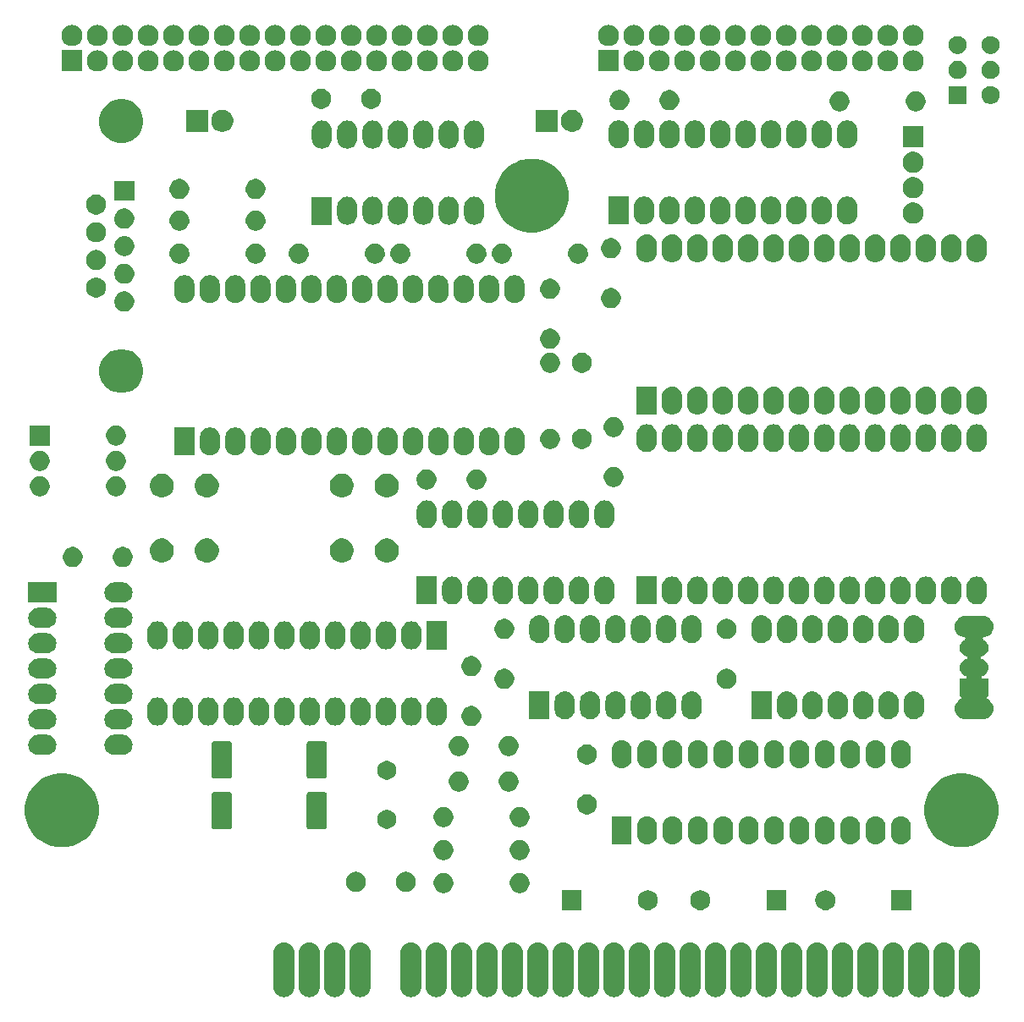
<source format=gts>
G04 #@! TF.GenerationSoftware,KiCad,Pcbnew,(5.1.6)-1*
G04 #@! TF.CreationDate,2020-07-28T06:48:23+03:00*
G04 #@! TF.ProjectId,PlusD_Clone_1_3,506c7573-445f-4436-9c6f-6e655f315f33,rev?*
G04 #@! TF.SameCoordinates,Original*
G04 #@! TF.FileFunction,Soldermask,Top*
G04 #@! TF.FilePolarity,Negative*
%FSLAX46Y46*%
G04 Gerber Fmt 4.6, Leading zero omitted, Abs format (unit mm)*
G04 Created by KiCad (PCBNEW (5.1.6)-1) date 2020-07-28 06:48:23*
%MOMM*%
%LPD*%
G01*
G04 APERTURE LIST*
%ADD10C,0.100000*%
G04 APERTURE END LIST*
D10*
G36*
X98051480Y-119235757D02*
G01*
X98256758Y-119298027D01*
X98445943Y-119399149D01*
X98611765Y-119535235D01*
X98723448Y-119671322D01*
X98747852Y-119701058D01*
X98848972Y-119890239D01*
X98848973Y-119890241D01*
X98911243Y-120095519D01*
X98927000Y-120255503D01*
X98927000Y-123664497D01*
X98911243Y-123824481D01*
X98848973Y-124029759D01*
X98848972Y-124029761D01*
X98747852Y-124218942D01*
X98611765Y-124384765D01*
X98445942Y-124520852D01*
X98256761Y-124621972D01*
X98256759Y-124621973D01*
X98051481Y-124684243D01*
X97838000Y-124705269D01*
X97624520Y-124684243D01*
X97419242Y-124621973D01*
X97419240Y-124621972D01*
X97230059Y-124520852D01*
X97064236Y-124384765D01*
X96928149Y-124218942D01*
X96827029Y-124029761D01*
X96827028Y-124029759D01*
X96764758Y-123824481D01*
X96749001Y-123664497D01*
X96749000Y-120255504D01*
X96764757Y-120095520D01*
X96827027Y-119890242D01*
X96928149Y-119701057D01*
X97064235Y-119535235D01*
X97230057Y-119399149D01*
X97230056Y-119399149D01*
X97230058Y-119399148D01*
X97419239Y-119298028D01*
X97419241Y-119298027D01*
X97624519Y-119235757D01*
X97838000Y-119214731D01*
X98051480Y-119235757D01*
G37*
G36*
X131071480Y-119235757D02*
G01*
X131276758Y-119298027D01*
X131465943Y-119399149D01*
X131631765Y-119535235D01*
X131743448Y-119671322D01*
X131767852Y-119701058D01*
X131868972Y-119890239D01*
X131868973Y-119890241D01*
X131931243Y-120095519D01*
X131947000Y-120255503D01*
X131947000Y-123664497D01*
X131931243Y-123824481D01*
X131868973Y-124029759D01*
X131868972Y-124029761D01*
X131767852Y-124218942D01*
X131631765Y-124384765D01*
X131465942Y-124520852D01*
X131276761Y-124621972D01*
X131276759Y-124621973D01*
X131071481Y-124684243D01*
X130858000Y-124705269D01*
X130644520Y-124684243D01*
X130439242Y-124621973D01*
X130439240Y-124621972D01*
X130250059Y-124520852D01*
X130084236Y-124384765D01*
X129948149Y-124218942D01*
X129847029Y-124029761D01*
X129847028Y-124029759D01*
X129784758Y-123824481D01*
X129769001Y-123664497D01*
X129769000Y-120255504D01*
X129784757Y-120095520D01*
X129847027Y-119890242D01*
X129948149Y-119701057D01*
X130084235Y-119535235D01*
X130250057Y-119399149D01*
X130250056Y-119399149D01*
X130250058Y-119399148D01*
X130439239Y-119298028D01*
X130439241Y-119298027D01*
X130644519Y-119235757D01*
X130858000Y-119214731D01*
X131071480Y-119235757D01*
G37*
G36*
X95511480Y-119235757D02*
G01*
X95716758Y-119298027D01*
X95905943Y-119399149D01*
X96071765Y-119535235D01*
X96183448Y-119671322D01*
X96207852Y-119701058D01*
X96308972Y-119890239D01*
X96308973Y-119890241D01*
X96371243Y-120095519D01*
X96387000Y-120255503D01*
X96387000Y-123664497D01*
X96371243Y-123824481D01*
X96308973Y-124029759D01*
X96308972Y-124029761D01*
X96207852Y-124218942D01*
X96071765Y-124384765D01*
X95905942Y-124520852D01*
X95716761Y-124621972D01*
X95716759Y-124621973D01*
X95511481Y-124684243D01*
X95298000Y-124705269D01*
X95084520Y-124684243D01*
X94879242Y-124621973D01*
X94879240Y-124621972D01*
X94690059Y-124520852D01*
X94524236Y-124384765D01*
X94388149Y-124218942D01*
X94287029Y-124029761D01*
X94287028Y-124029759D01*
X94224758Y-123824481D01*
X94209001Y-123664497D01*
X94209000Y-120255504D01*
X94224757Y-120095520D01*
X94287027Y-119890242D01*
X94388149Y-119701057D01*
X94524235Y-119535235D01*
X94690057Y-119399149D01*
X94690056Y-119399149D01*
X94690058Y-119399148D01*
X94879239Y-119298028D01*
X94879241Y-119298027D01*
X95084519Y-119235757D01*
X95298000Y-119214731D01*
X95511480Y-119235757D01*
G37*
G36*
X141231480Y-119235757D02*
G01*
X141436758Y-119298027D01*
X141625943Y-119399149D01*
X141791765Y-119535235D01*
X141903448Y-119671322D01*
X141927852Y-119701058D01*
X142028972Y-119890239D01*
X142028973Y-119890241D01*
X142091243Y-120095519D01*
X142107000Y-120255503D01*
X142107000Y-123664497D01*
X142091243Y-123824481D01*
X142028973Y-124029759D01*
X142028972Y-124029761D01*
X141927852Y-124218942D01*
X141791765Y-124384765D01*
X141625942Y-124520852D01*
X141436761Y-124621972D01*
X141436759Y-124621973D01*
X141231481Y-124684243D01*
X141018000Y-124705269D01*
X140804520Y-124684243D01*
X140599242Y-124621973D01*
X140599240Y-124621972D01*
X140410059Y-124520852D01*
X140244236Y-124384765D01*
X140108149Y-124218942D01*
X140007029Y-124029761D01*
X140007028Y-124029759D01*
X139944758Y-123824481D01*
X139929001Y-123664497D01*
X139929000Y-120255504D01*
X139944757Y-120095520D01*
X140007027Y-119890242D01*
X140108149Y-119701057D01*
X140244235Y-119535235D01*
X140410057Y-119399149D01*
X140410056Y-119399149D01*
X140410058Y-119399148D01*
X140599239Y-119298028D01*
X140599241Y-119298027D01*
X140804519Y-119235757D01*
X141018000Y-119214731D01*
X141231480Y-119235757D01*
G37*
G36*
X153931480Y-119235757D02*
G01*
X154136758Y-119298027D01*
X154325943Y-119399149D01*
X154491765Y-119535235D01*
X154603448Y-119671322D01*
X154627852Y-119701058D01*
X154728972Y-119890239D01*
X154728973Y-119890241D01*
X154791243Y-120095519D01*
X154807000Y-120255503D01*
X154807000Y-123664497D01*
X154791243Y-123824481D01*
X154728973Y-124029759D01*
X154728972Y-124029761D01*
X154627852Y-124218942D01*
X154491765Y-124384765D01*
X154325942Y-124520852D01*
X154136761Y-124621972D01*
X154136759Y-124621973D01*
X153931481Y-124684243D01*
X153718000Y-124705269D01*
X153504520Y-124684243D01*
X153299242Y-124621973D01*
X153299240Y-124621972D01*
X153110059Y-124520852D01*
X152944236Y-124384765D01*
X152808149Y-124218942D01*
X152707029Y-124029761D01*
X152707028Y-124029759D01*
X152644758Y-123824481D01*
X152629001Y-123664497D01*
X152629000Y-120255504D01*
X152644757Y-120095520D01*
X152707027Y-119890242D01*
X152808149Y-119701057D01*
X152944235Y-119535235D01*
X153110057Y-119399149D01*
X153110056Y-119399149D01*
X153110058Y-119399148D01*
X153299239Y-119298028D01*
X153299241Y-119298027D01*
X153504519Y-119235757D01*
X153718000Y-119214731D01*
X153931480Y-119235757D01*
G37*
G36*
X148851480Y-119235757D02*
G01*
X149056758Y-119298027D01*
X149245943Y-119399149D01*
X149411765Y-119535235D01*
X149523448Y-119671322D01*
X149547852Y-119701058D01*
X149648972Y-119890239D01*
X149648973Y-119890241D01*
X149711243Y-120095519D01*
X149727000Y-120255503D01*
X149727000Y-123664497D01*
X149711243Y-123824481D01*
X149648973Y-124029759D01*
X149648972Y-124029761D01*
X149547852Y-124218942D01*
X149411765Y-124384765D01*
X149245942Y-124520852D01*
X149056761Y-124621972D01*
X149056759Y-124621973D01*
X148851481Y-124684243D01*
X148638000Y-124705269D01*
X148424520Y-124684243D01*
X148219242Y-124621973D01*
X148219240Y-124621972D01*
X148030059Y-124520852D01*
X147864236Y-124384765D01*
X147728149Y-124218942D01*
X147627029Y-124029761D01*
X147627028Y-124029759D01*
X147564758Y-123824481D01*
X147549001Y-123664497D01*
X147549000Y-120255504D01*
X147564757Y-120095520D01*
X147627027Y-119890242D01*
X147728149Y-119701057D01*
X147864235Y-119535235D01*
X148030057Y-119399149D01*
X148030056Y-119399149D01*
X148030058Y-119399148D01*
X148219239Y-119298028D01*
X148219241Y-119298027D01*
X148424519Y-119235757D01*
X148638000Y-119214731D01*
X148851480Y-119235757D01*
G37*
G36*
X146311480Y-119235757D02*
G01*
X146516758Y-119298027D01*
X146705943Y-119399149D01*
X146871765Y-119535235D01*
X146983448Y-119671322D01*
X147007852Y-119701058D01*
X147108972Y-119890239D01*
X147108973Y-119890241D01*
X147171243Y-120095519D01*
X147187000Y-120255503D01*
X147187000Y-123664497D01*
X147171243Y-123824481D01*
X147108973Y-124029759D01*
X147108972Y-124029761D01*
X147007852Y-124218942D01*
X146871765Y-124384765D01*
X146705942Y-124520852D01*
X146516761Y-124621972D01*
X146516759Y-124621973D01*
X146311481Y-124684243D01*
X146098000Y-124705269D01*
X145884520Y-124684243D01*
X145679242Y-124621973D01*
X145679240Y-124621972D01*
X145490059Y-124520852D01*
X145324236Y-124384765D01*
X145188149Y-124218942D01*
X145087029Y-124029761D01*
X145087028Y-124029759D01*
X145024758Y-123824481D01*
X145009001Y-123664497D01*
X145009000Y-120255504D01*
X145024757Y-120095520D01*
X145087027Y-119890242D01*
X145188149Y-119701057D01*
X145324235Y-119535235D01*
X145490057Y-119399149D01*
X145490056Y-119399149D01*
X145490058Y-119399148D01*
X145679239Y-119298028D01*
X145679241Y-119298027D01*
X145884519Y-119235757D01*
X146098000Y-119214731D01*
X146311480Y-119235757D01*
G37*
G36*
X136151480Y-119235757D02*
G01*
X136356758Y-119298027D01*
X136545943Y-119399149D01*
X136711765Y-119535235D01*
X136823448Y-119671322D01*
X136847852Y-119701058D01*
X136948972Y-119890239D01*
X136948973Y-119890241D01*
X137011243Y-120095519D01*
X137027000Y-120255503D01*
X137027000Y-123664497D01*
X137011243Y-123824481D01*
X136948973Y-124029759D01*
X136948972Y-124029761D01*
X136847852Y-124218942D01*
X136711765Y-124384765D01*
X136545942Y-124520852D01*
X136356761Y-124621972D01*
X136356759Y-124621973D01*
X136151481Y-124684243D01*
X135938000Y-124705269D01*
X135724520Y-124684243D01*
X135519242Y-124621973D01*
X135519240Y-124621972D01*
X135330059Y-124520852D01*
X135164236Y-124384765D01*
X135028149Y-124218942D01*
X134927029Y-124029761D01*
X134927028Y-124029759D01*
X134864758Y-123824481D01*
X134849001Y-123664497D01*
X134849000Y-120255504D01*
X134864757Y-120095520D01*
X134927027Y-119890242D01*
X135028149Y-119701057D01*
X135164235Y-119535235D01*
X135330057Y-119399149D01*
X135330056Y-119399149D01*
X135330058Y-119399148D01*
X135519239Y-119298028D01*
X135519241Y-119298027D01*
X135724519Y-119235757D01*
X135938000Y-119214731D01*
X136151480Y-119235757D01*
G37*
G36*
X156471480Y-119235757D02*
G01*
X156676758Y-119298027D01*
X156865943Y-119399149D01*
X157031765Y-119535235D01*
X157143448Y-119671322D01*
X157167852Y-119701058D01*
X157268972Y-119890239D01*
X157268973Y-119890241D01*
X157331243Y-120095519D01*
X157347000Y-120255503D01*
X157347000Y-123664497D01*
X157331243Y-123824481D01*
X157268973Y-124029759D01*
X157268972Y-124029761D01*
X157167852Y-124218942D01*
X157031765Y-124384765D01*
X156865942Y-124520852D01*
X156676761Y-124621972D01*
X156676759Y-124621973D01*
X156471481Y-124684243D01*
X156258000Y-124705269D01*
X156044520Y-124684243D01*
X155839242Y-124621973D01*
X155839240Y-124621972D01*
X155650059Y-124520852D01*
X155484236Y-124384765D01*
X155348149Y-124218942D01*
X155247029Y-124029761D01*
X155247028Y-124029759D01*
X155184758Y-123824481D01*
X155169001Y-123664497D01*
X155169000Y-120255504D01*
X155184757Y-120095520D01*
X155247027Y-119890242D01*
X155348149Y-119701057D01*
X155484235Y-119535235D01*
X155650057Y-119399149D01*
X155650056Y-119399149D01*
X155650058Y-119399148D01*
X155839239Y-119298028D01*
X155839241Y-119298027D01*
X156044519Y-119235757D01*
X156258000Y-119214731D01*
X156471480Y-119235757D01*
G37*
G36*
X151391480Y-119235757D02*
G01*
X151596758Y-119298027D01*
X151785943Y-119399149D01*
X151951765Y-119535235D01*
X152063448Y-119671322D01*
X152087852Y-119701058D01*
X152188972Y-119890239D01*
X152188973Y-119890241D01*
X152251243Y-120095519D01*
X152267000Y-120255503D01*
X152267000Y-123664497D01*
X152251243Y-123824481D01*
X152188973Y-124029759D01*
X152188972Y-124029761D01*
X152087852Y-124218942D01*
X151951765Y-124384765D01*
X151785942Y-124520852D01*
X151596761Y-124621972D01*
X151596759Y-124621973D01*
X151391481Y-124684243D01*
X151178000Y-124705269D01*
X150964520Y-124684243D01*
X150759242Y-124621973D01*
X150759240Y-124621972D01*
X150570059Y-124520852D01*
X150404236Y-124384765D01*
X150268149Y-124218942D01*
X150167029Y-124029761D01*
X150167028Y-124029759D01*
X150104758Y-123824481D01*
X150089001Y-123664497D01*
X150089000Y-120255504D01*
X150104757Y-120095520D01*
X150167027Y-119890242D01*
X150268149Y-119701057D01*
X150404235Y-119535235D01*
X150570057Y-119399149D01*
X150570056Y-119399149D01*
X150570058Y-119399148D01*
X150759239Y-119298028D01*
X150759241Y-119298027D01*
X150964519Y-119235757D01*
X151178000Y-119214731D01*
X151391480Y-119235757D01*
G37*
G36*
X138691480Y-119235757D02*
G01*
X138896758Y-119298027D01*
X139085943Y-119399149D01*
X139251765Y-119535235D01*
X139363448Y-119671322D01*
X139387852Y-119701058D01*
X139488972Y-119890239D01*
X139488973Y-119890241D01*
X139551243Y-120095519D01*
X139567000Y-120255503D01*
X139567000Y-123664497D01*
X139551243Y-123824481D01*
X139488973Y-124029759D01*
X139488972Y-124029761D01*
X139387852Y-124218942D01*
X139251765Y-124384765D01*
X139085942Y-124520852D01*
X138896761Y-124621972D01*
X138896759Y-124621973D01*
X138691481Y-124684243D01*
X138478000Y-124705269D01*
X138264520Y-124684243D01*
X138059242Y-124621973D01*
X138059240Y-124621972D01*
X137870059Y-124520852D01*
X137704236Y-124384765D01*
X137568149Y-124218942D01*
X137467029Y-124029761D01*
X137467028Y-124029759D01*
X137404758Y-123824481D01*
X137389001Y-123664497D01*
X137389000Y-120255504D01*
X137404757Y-120095520D01*
X137467027Y-119890242D01*
X137568149Y-119701057D01*
X137704235Y-119535235D01*
X137870057Y-119399149D01*
X137870056Y-119399149D01*
X137870058Y-119399148D01*
X138059239Y-119298028D01*
X138059241Y-119298027D01*
X138264519Y-119235757D01*
X138478000Y-119214731D01*
X138691480Y-119235757D01*
G37*
G36*
X143771480Y-119235757D02*
G01*
X143976758Y-119298027D01*
X144165943Y-119399149D01*
X144331765Y-119535235D01*
X144443448Y-119671322D01*
X144467852Y-119701058D01*
X144568972Y-119890239D01*
X144568973Y-119890241D01*
X144631243Y-120095519D01*
X144647000Y-120255503D01*
X144647000Y-123664497D01*
X144631243Y-123824481D01*
X144568973Y-124029759D01*
X144568972Y-124029761D01*
X144467852Y-124218942D01*
X144331765Y-124384765D01*
X144165942Y-124520852D01*
X143976761Y-124621972D01*
X143976759Y-124621973D01*
X143771481Y-124684243D01*
X143558000Y-124705269D01*
X143344520Y-124684243D01*
X143139242Y-124621973D01*
X143139240Y-124621972D01*
X142950059Y-124520852D01*
X142784236Y-124384765D01*
X142648149Y-124218942D01*
X142547029Y-124029761D01*
X142547028Y-124029759D01*
X142484758Y-123824481D01*
X142469001Y-123664497D01*
X142469000Y-120255504D01*
X142484757Y-120095520D01*
X142547027Y-119890242D01*
X142648149Y-119701057D01*
X142784235Y-119535235D01*
X142950057Y-119399149D01*
X142950056Y-119399149D01*
X142950058Y-119399148D01*
X143139239Y-119298028D01*
X143139241Y-119298027D01*
X143344519Y-119235757D01*
X143558000Y-119214731D01*
X143771480Y-119235757D01*
G37*
G36*
X133611480Y-119235757D02*
G01*
X133816758Y-119298027D01*
X134005943Y-119399149D01*
X134171765Y-119535235D01*
X134283448Y-119671322D01*
X134307852Y-119701058D01*
X134408972Y-119890239D01*
X134408973Y-119890241D01*
X134471243Y-120095519D01*
X134487000Y-120255503D01*
X134487000Y-123664497D01*
X134471243Y-123824481D01*
X134408973Y-124029759D01*
X134408972Y-124029761D01*
X134307852Y-124218942D01*
X134171765Y-124384765D01*
X134005942Y-124520852D01*
X133816761Y-124621972D01*
X133816759Y-124621973D01*
X133611481Y-124684243D01*
X133398000Y-124705269D01*
X133184520Y-124684243D01*
X132979242Y-124621973D01*
X132979240Y-124621972D01*
X132790059Y-124520852D01*
X132624236Y-124384765D01*
X132488149Y-124218942D01*
X132387029Y-124029761D01*
X132387028Y-124029759D01*
X132324758Y-123824481D01*
X132309001Y-123664497D01*
X132309000Y-120255504D01*
X132324757Y-120095520D01*
X132387027Y-119890242D01*
X132488149Y-119701057D01*
X132624235Y-119535235D01*
X132790057Y-119399149D01*
X132790056Y-119399149D01*
X132790058Y-119399148D01*
X132979239Y-119298028D01*
X132979241Y-119298027D01*
X133184519Y-119235757D01*
X133398000Y-119214731D01*
X133611480Y-119235757D01*
G37*
G36*
X128531480Y-119235757D02*
G01*
X128736758Y-119298027D01*
X128925943Y-119399149D01*
X129091765Y-119535235D01*
X129203448Y-119671322D01*
X129227852Y-119701058D01*
X129328972Y-119890239D01*
X129328973Y-119890241D01*
X129391243Y-120095519D01*
X129407000Y-120255503D01*
X129407000Y-123664497D01*
X129391243Y-123824481D01*
X129328973Y-124029759D01*
X129328972Y-124029761D01*
X129227852Y-124218942D01*
X129091765Y-124384765D01*
X128925942Y-124520852D01*
X128736761Y-124621972D01*
X128736759Y-124621973D01*
X128531481Y-124684243D01*
X128318000Y-124705269D01*
X128104520Y-124684243D01*
X127899242Y-124621973D01*
X127899240Y-124621972D01*
X127710059Y-124520852D01*
X127544236Y-124384765D01*
X127408149Y-124218942D01*
X127307029Y-124029761D01*
X127307028Y-124029759D01*
X127244758Y-123824481D01*
X127229001Y-123664497D01*
X127229000Y-120255504D01*
X127244757Y-120095520D01*
X127307027Y-119890242D01*
X127408149Y-119701057D01*
X127544235Y-119535235D01*
X127710057Y-119399149D01*
X127710056Y-119399149D01*
X127710058Y-119399148D01*
X127899239Y-119298028D01*
X127899241Y-119298027D01*
X128104519Y-119235757D01*
X128318000Y-119214731D01*
X128531480Y-119235757D01*
G37*
G36*
X125991480Y-119235757D02*
G01*
X126196758Y-119298027D01*
X126385943Y-119399149D01*
X126551765Y-119535235D01*
X126663448Y-119671322D01*
X126687852Y-119701058D01*
X126788972Y-119890239D01*
X126788973Y-119890241D01*
X126851243Y-120095519D01*
X126867000Y-120255503D01*
X126867000Y-123664497D01*
X126851243Y-123824481D01*
X126788973Y-124029759D01*
X126788972Y-124029761D01*
X126687852Y-124218942D01*
X126551765Y-124384765D01*
X126385942Y-124520852D01*
X126196761Y-124621972D01*
X126196759Y-124621973D01*
X125991481Y-124684243D01*
X125778000Y-124705269D01*
X125564520Y-124684243D01*
X125359242Y-124621973D01*
X125359240Y-124621972D01*
X125170059Y-124520852D01*
X125004236Y-124384765D01*
X124868149Y-124218942D01*
X124767029Y-124029761D01*
X124767028Y-124029759D01*
X124704758Y-123824481D01*
X124689001Y-123664497D01*
X124689000Y-120255504D01*
X124704757Y-120095520D01*
X124767027Y-119890242D01*
X124868149Y-119701057D01*
X125004235Y-119535235D01*
X125170057Y-119399149D01*
X125170056Y-119399149D01*
X125170058Y-119399148D01*
X125359239Y-119298028D01*
X125359241Y-119298027D01*
X125564519Y-119235757D01*
X125778000Y-119214731D01*
X125991480Y-119235757D01*
G37*
G36*
X120911480Y-119235757D02*
G01*
X121116758Y-119298027D01*
X121305943Y-119399149D01*
X121471765Y-119535235D01*
X121583448Y-119671322D01*
X121607852Y-119701058D01*
X121708972Y-119890239D01*
X121708973Y-119890241D01*
X121771243Y-120095519D01*
X121787000Y-120255503D01*
X121787000Y-123664497D01*
X121771243Y-123824481D01*
X121708973Y-124029759D01*
X121708972Y-124029761D01*
X121607852Y-124218942D01*
X121471765Y-124384765D01*
X121305942Y-124520852D01*
X121116761Y-124621972D01*
X121116759Y-124621973D01*
X120911481Y-124684243D01*
X120698000Y-124705269D01*
X120484520Y-124684243D01*
X120279242Y-124621973D01*
X120279240Y-124621972D01*
X120090059Y-124520852D01*
X119924236Y-124384765D01*
X119788149Y-124218942D01*
X119687029Y-124029761D01*
X119687028Y-124029759D01*
X119624758Y-123824481D01*
X119609001Y-123664497D01*
X119609000Y-120255504D01*
X119624757Y-120095520D01*
X119687027Y-119890242D01*
X119788149Y-119701057D01*
X119924235Y-119535235D01*
X120090057Y-119399149D01*
X120090056Y-119399149D01*
X120090058Y-119399148D01*
X120279239Y-119298028D01*
X120279241Y-119298027D01*
X120484519Y-119235757D01*
X120698000Y-119214731D01*
X120911480Y-119235757D01*
G37*
G36*
X123451480Y-119235757D02*
G01*
X123656758Y-119298027D01*
X123845943Y-119399149D01*
X124011765Y-119535235D01*
X124123448Y-119671322D01*
X124147852Y-119701058D01*
X124248972Y-119890239D01*
X124248973Y-119890241D01*
X124311243Y-120095519D01*
X124327000Y-120255503D01*
X124327000Y-123664497D01*
X124311243Y-123824481D01*
X124248973Y-124029759D01*
X124248972Y-124029761D01*
X124147852Y-124218942D01*
X124011765Y-124384765D01*
X123845942Y-124520852D01*
X123656761Y-124621972D01*
X123656759Y-124621973D01*
X123451481Y-124684243D01*
X123238000Y-124705269D01*
X123024520Y-124684243D01*
X122819242Y-124621973D01*
X122819240Y-124621972D01*
X122630059Y-124520852D01*
X122464236Y-124384765D01*
X122328149Y-124218942D01*
X122227029Y-124029761D01*
X122227028Y-124029759D01*
X122164758Y-123824481D01*
X122149001Y-123664497D01*
X122149000Y-120255504D01*
X122164757Y-120095520D01*
X122227027Y-119890242D01*
X122328149Y-119701057D01*
X122464235Y-119535235D01*
X122630057Y-119399149D01*
X122630056Y-119399149D01*
X122630058Y-119399148D01*
X122819239Y-119298028D01*
X122819241Y-119298027D01*
X123024519Y-119235757D01*
X123238000Y-119214731D01*
X123451480Y-119235757D01*
G37*
G36*
X118371480Y-119235757D02*
G01*
X118576758Y-119298027D01*
X118765943Y-119399149D01*
X118931765Y-119535235D01*
X119043448Y-119671322D01*
X119067852Y-119701058D01*
X119168972Y-119890239D01*
X119168973Y-119890241D01*
X119231243Y-120095519D01*
X119247000Y-120255503D01*
X119247000Y-123664497D01*
X119231243Y-123824481D01*
X119168973Y-124029759D01*
X119168972Y-124029761D01*
X119067852Y-124218942D01*
X118931765Y-124384765D01*
X118765942Y-124520852D01*
X118576761Y-124621972D01*
X118576759Y-124621973D01*
X118371481Y-124684243D01*
X118158000Y-124705269D01*
X117944520Y-124684243D01*
X117739242Y-124621973D01*
X117739240Y-124621972D01*
X117550059Y-124520852D01*
X117384236Y-124384765D01*
X117248149Y-124218942D01*
X117147029Y-124029761D01*
X117147028Y-124029759D01*
X117084758Y-123824481D01*
X117069001Y-123664497D01*
X117069000Y-120255504D01*
X117084757Y-120095520D01*
X117147027Y-119890242D01*
X117248149Y-119701057D01*
X117384235Y-119535235D01*
X117550057Y-119399149D01*
X117550056Y-119399149D01*
X117550058Y-119399148D01*
X117739239Y-119298028D01*
X117739241Y-119298027D01*
X117944519Y-119235757D01*
X118158000Y-119214731D01*
X118371480Y-119235757D01*
G37*
G36*
X103131480Y-119235757D02*
G01*
X103336758Y-119298027D01*
X103525943Y-119399149D01*
X103691765Y-119535235D01*
X103803448Y-119671322D01*
X103827852Y-119701058D01*
X103928972Y-119890239D01*
X103928973Y-119890241D01*
X103991243Y-120095519D01*
X104007000Y-120255503D01*
X104007000Y-123664497D01*
X103991243Y-123824481D01*
X103928973Y-124029759D01*
X103928972Y-124029761D01*
X103827852Y-124218942D01*
X103691765Y-124384765D01*
X103525942Y-124520852D01*
X103336761Y-124621972D01*
X103336759Y-124621973D01*
X103131481Y-124684243D01*
X102918000Y-124705269D01*
X102704520Y-124684243D01*
X102499242Y-124621973D01*
X102499240Y-124621972D01*
X102310059Y-124520852D01*
X102144236Y-124384765D01*
X102008149Y-124218942D01*
X101907029Y-124029761D01*
X101907028Y-124029759D01*
X101844758Y-123824481D01*
X101829001Y-123664497D01*
X101829000Y-120255504D01*
X101844757Y-120095520D01*
X101907027Y-119890242D01*
X102008149Y-119701057D01*
X102144235Y-119535235D01*
X102310057Y-119399149D01*
X102310056Y-119399149D01*
X102310058Y-119399148D01*
X102499239Y-119298028D01*
X102499241Y-119298027D01*
X102704519Y-119235757D01*
X102918000Y-119214731D01*
X103131480Y-119235757D01*
G37*
G36*
X92971480Y-119235757D02*
G01*
X93176758Y-119298027D01*
X93365943Y-119399149D01*
X93531765Y-119535235D01*
X93643448Y-119671322D01*
X93667852Y-119701058D01*
X93768972Y-119890239D01*
X93768973Y-119890241D01*
X93831243Y-120095519D01*
X93847000Y-120255503D01*
X93847000Y-123664497D01*
X93831243Y-123824481D01*
X93768973Y-124029759D01*
X93768972Y-124029761D01*
X93667852Y-124218942D01*
X93531765Y-124384765D01*
X93365942Y-124520852D01*
X93176761Y-124621972D01*
X93176759Y-124621973D01*
X92971481Y-124684243D01*
X92758000Y-124705269D01*
X92544520Y-124684243D01*
X92339242Y-124621973D01*
X92339240Y-124621972D01*
X92150059Y-124520852D01*
X91984236Y-124384765D01*
X91848149Y-124218942D01*
X91747029Y-124029761D01*
X91747028Y-124029759D01*
X91684758Y-123824481D01*
X91669001Y-123664497D01*
X91669000Y-120255504D01*
X91684757Y-120095520D01*
X91747027Y-119890242D01*
X91848149Y-119701057D01*
X91984235Y-119535235D01*
X92150057Y-119399149D01*
X92150056Y-119399149D01*
X92150058Y-119399148D01*
X92339239Y-119298028D01*
X92339241Y-119298027D01*
X92544519Y-119235757D01*
X92758000Y-119214731D01*
X92971480Y-119235757D01*
G37*
G36*
X90431480Y-119235757D02*
G01*
X90636758Y-119298027D01*
X90825943Y-119399149D01*
X90991765Y-119535235D01*
X91103448Y-119671322D01*
X91127852Y-119701058D01*
X91228972Y-119890239D01*
X91228973Y-119890241D01*
X91291243Y-120095519D01*
X91307000Y-120255503D01*
X91307000Y-123664497D01*
X91291243Y-123824481D01*
X91228973Y-124029759D01*
X91228972Y-124029761D01*
X91127852Y-124218942D01*
X90991765Y-124384765D01*
X90825942Y-124520852D01*
X90636761Y-124621972D01*
X90636759Y-124621973D01*
X90431481Y-124684243D01*
X90218000Y-124705269D01*
X90004520Y-124684243D01*
X89799242Y-124621973D01*
X89799240Y-124621972D01*
X89610059Y-124520852D01*
X89444236Y-124384765D01*
X89308149Y-124218942D01*
X89207029Y-124029761D01*
X89207028Y-124029759D01*
X89144758Y-123824481D01*
X89129001Y-123664497D01*
X89129000Y-120255504D01*
X89144757Y-120095520D01*
X89207027Y-119890242D01*
X89308149Y-119701057D01*
X89444235Y-119535235D01*
X89610057Y-119399149D01*
X89610056Y-119399149D01*
X89610058Y-119399148D01*
X89799239Y-119298028D01*
X89799241Y-119298027D01*
X90004519Y-119235757D01*
X90218000Y-119214731D01*
X90431480Y-119235757D01*
G37*
G36*
X115831480Y-119235757D02*
G01*
X116036758Y-119298027D01*
X116225943Y-119399149D01*
X116391765Y-119535235D01*
X116503448Y-119671322D01*
X116527852Y-119701058D01*
X116628972Y-119890239D01*
X116628973Y-119890241D01*
X116691243Y-120095519D01*
X116707000Y-120255503D01*
X116707000Y-123664497D01*
X116691243Y-123824481D01*
X116628973Y-124029759D01*
X116628972Y-124029761D01*
X116527852Y-124218942D01*
X116391765Y-124384765D01*
X116225942Y-124520852D01*
X116036761Y-124621972D01*
X116036759Y-124621973D01*
X115831481Y-124684243D01*
X115618000Y-124705269D01*
X115404520Y-124684243D01*
X115199242Y-124621973D01*
X115199240Y-124621972D01*
X115010059Y-124520852D01*
X114844236Y-124384765D01*
X114708149Y-124218942D01*
X114607029Y-124029761D01*
X114607028Y-124029759D01*
X114544758Y-123824481D01*
X114529001Y-123664497D01*
X114529000Y-120255504D01*
X114544757Y-120095520D01*
X114607027Y-119890242D01*
X114708149Y-119701057D01*
X114844235Y-119535235D01*
X115010057Y-119399149D01*
X115010056Y-119399149D01*
X115010058Y-119399148D01*
X115199239Y-119298028D01*
X115199241Y-119298027D01*
X115404519Y-119235757D01*
X115618000Y-119214731D01*
X115831480Y-119235757D01*
G37*
G36*
X108211480Y-119235757D02*
G01*
X108416758Y-119298027D01*
X108605943Y-119399149D01*
X108771765Y-119535235D01*
X108883448Y-119671322D01*
X108907852Y-119701058D01*
X109008972Y-119890239D01*
X109008973Y-119890241D01*
X109071243Y-120095519D01*
X109087000Y-120255503D01*
X109087000Y-123664497D01*
X109071243Y-123824481D01*
X109008973Y-124029759D01*
X109008972Y-124029761D01*
X108907852Y-124218942D01*
X108771765Y-124384765D01*
X108605942Y-124520852D01*
X108416761Y-124621972D01*
X108416759Y-124621973D01*
X108211481Y-124684243D01*
X107998000Y-124705269D01*
X107784520Y-124684243D01*
X107579242Y-124621973D01*
X107579240Y-124621972D01*
X107390059Y-124520852D01*
X107224236Y-124384765D01*
X107088149Y-124218942D01*
X106987029Y-124029761D01*
X106987028Y-124029759D01*
X106924758Y-123824481D01*
X106909001Y-123664497D01*
X106909000Y-120255504D01*
X106924757Y-120095520D01*
X106987027Y-119890242D01*
X107088149Y-119701057D01*
X107224235Y-119535235D01*
X107390057Y-119399149D01*
X107390056Y-119399149D01*
X107390058Y-119399148D01*
X107579239Y-119298028D01*
X107579241Y-119298027D01*
X107784519Y-119235757D01*
X107998000Y-119214731D01*
X108211480Y-119235757D01*
G37*
G36*
X110751480Y-119235757D02*
G01*
X110956758Y-119298027D01*
X111145943Y-119399149D01*
X111311765Y-119535235D01*
X111423448Y-119671322D01*
X111447852Y-119701058D01*
X111548972Y-119890239D01*
X111548973Y-119890241D01*
X111611243Y-120095519D01*
X111627000Y-120255503D01*
X111627000Y-123664497D01*
X111611243Y-123824481D01*
X111548973Y-124029759D01*
X111548972Y-124029761D01*
X111447852Y-124218942D01*
X111311765Y-124384765D01*
X111145942Y-124520852D01*
X110956761Y-124621972D01*
X110956759Y-124621973D01*
X110751481Y-124684243D01*
X110538000Y-124705269D01*
X110324520Y-124684243D01*
X110119242Y-124621973D01*
X110119240Y-124621972D01*
X109930059Y-124520852D01*
X109764236Y-124384765D01*
X109628149Y-124218942D01*
X109527029Y-124029761D01*
X109527028Y-124029759D01*
X109464758Y-123824481D01*
X109449001Y-123664497D01*
X109449000Y-120255504D01*
X109464757Y-120095520D01*
X109527027Y-119890242D01*
X109628149Y-119701057D01*
X109764235Y-119535235D01*
X109930057Y-119399149D01*
X109930056Y-119399149D01*
X109930058Y-119399148D01*
X110119239Y-119298028D01*
X110119241Y-119298027D01*
X110324519Y-119235757D01*
X110538000Y-119214731D01*
X110751480Y-119235757D01*
G37*
G36*
X113291480Y-119235757D02*
G01*
X113496758Y-119298027D01*
X113685943Y-119399149D01*
X113851765Y-119535235D01*
X113963448Y-119671322D01*
X113987852Y-119701058D01*
X114088972Y-119890239D01*
X114088973Y-119890241D01*
X114151243Y-120095519D01*
X114167000Y-120255503D01*
X114167000Y-123664497D01*
X114151243Y-123824481D01*
X114088973Y-124029759D01*
X114088972Y-124029761D01*
X113987852Y-124218942D01*
X113851765Y-124384765D01*
X113685942Y-124520852D01*
X113496761Y-124621972D01*
X113496759Y-124621973D01*
X113291481Y-124684243D01*
X113078000Y-124705269D01*
X112864520Y-124684243D01*
X112659242Y-124621973D01*
X112659240Y-124621972D01*
X112470059Y-124520852D01*
X112304236Y-124384765D01*
X112168149Y-124218942D01*
X112067029Y-124029761D01*
X112067028Y-124029759D01*
X112004758Y-123824481D01*
X111989001Y-123664497D01*
X111989000Y-120255504D01*
X112004757Y-120095520D01*
X112067027Y-119890242D01*
X112168149Y-119701057D01*
X112304235Y-119535235D01*
X112470057Y-119399149D01*
X112470056Y-119399149D01*
X112470058Y-119399148D01*
X112659239Y-119298028D01*
X112659241Y-119298027D01*
X112864519Y-119235757D01*
X113078000Y-119214731D01*
X113291480Y-119235757D01*
G37*
G36*
X105671480Y-119235757D02*
G01*
X105876758Y-119298027D01*
X106065943Y-119399149D01*
X106231765Y-119535235D01*
X106343448Y-119671322D01*
X106367852Y-119701058D01*
X106468972Y-119890239D01*
X106468973Y-119890241D01*
X106531243Y-120095519D01*
X106547000Y-120255503D01*
X106547000Y-123664497D01*
X106531243Y-123824481D01*
X106468973Y-124029759D01*
X106468972Y-124029761D01*
X106367852Y-124218942D01*
X106231765Y-124384765D01*
X106065942Y-124520852D01*
X105876761Y-124621972D01*
X105876759Y-124621973D01*
X105671481Y-124684243D01*
X105458000Y-124705269D01*
X105244520Y-124684243D01*
X105039242Y-124621973D01*
X105039240Y-124621972D01*
X104850059Y-124520852D01*
X104684236Y-124384765D01*
X104548149Y-124218942D01*
X104447029Y-124029761D01*
X104447028Y-124029759D01*
X104384758Y-123824481D01*
X104369001Y-123664497D01*
X104369000Y-120255504D01*
X104384757Y-120095520D01*
X104447027Y-119890242D01*
X104548149Y-119701057D01*
X104684235Y-119535235D01*
X104850057Y-119399149D01*
X104850056Y-119399149D01*
X104850058Y-119399148D01*
X105039239Y-119298028D01*
X105039241Y-119298027D01*
X105244519Y-119235757D01*
X105458000Y-119214731D01*
X105671480Y-119235757D01*
G37*
G36*
X159011480Y-119235757D02*
G01*
X159216758Y-119298027D01*
X159405943Y-119399149D01*
X159571765Y-119535235D01*
X159683448Y-119671322D01*
X159707852Y-119701058D01*
X159808972Y-119890239D01*
X159808973Y-119890241D01*
X159871243Y-120095519D01*
X159887000Y-120255503D01*
X159887000Y-123664497D01*
X159871243Y-123824481D01*
X159808973Y-124029759D01*
X159808972Y-124029761D01*
X159707852Y-124218942D01*
X159571765Y-124384765D01*
X159405942Y-124520852D01*
X159216761Y-124621972D01*
X159216759Y-124621973D01*
X159011481Y-124684243D01*
X158798000Y-124705269D01*
X158584520Y-124684243D01*
X158379242Y-124621973D01*
X158379240Y-124621972D01*
X158190059Y-124520852D01*
X158024236Y-124384765D01*
X157888149Y-124218942D01*
X157787029Y-124029761D01*
X157787028Y-124029759D01*
X157724758Y-123824481D01*
X157709001Y-123664497D01*
X157709000Y-120255504D01*
X157724757Y-120095520D01*
X157787027Y-119890242D01*
X157888149Y-119701057D01*
X158024235Y-119535235D01*
X158190057Y-119399149D01*
X158190056Y-119399149D01*
X158190058Y-119399148D01*
X158379239Y-119298028D01*
X158379241Y-119298027D01*
X158584519Y-119235757D01*
X158798000Y-119214731D01*
X159011480Y-119235757D01*
G37*
G36*
X132107290Y-114025619D02*
G01*
X132171689Y-114038429D01*
X132353678Y-114113811D01*
X132517463Y-114223249D01*
X132656751Y-114362537D01*
X132766189Y-114526322D01*
X132841571Y-114708311D01*
X132880000Y-114901509D01*
X132880000Y-115098491D01*
X132841571Y-115291689D01*
X132766189Y-115473678D01*
X132656751Y-115637463D01*
X132517463Y-115776751D01*
X132353678Y-115886189D01*
X132171689Y-115961571D01*
X132107290Y-115974381D01*
X131978493Y-116000000D01*
X131781507Y-116000000D01*
X131652710Y-115974381D01*
X131588311Y-115961571D01*
X131406322Y-115886189D01*
X131242537Y-115776751D01*
X131103249Y-115637463D01*
X130993811Y-115473678D01*
X130918429Y-115291689D01*
X130880000Y-115098491D01*
X130880000Y-114901509D01*
X130918429Y-114708311D01*
X130993811Y-114526322D01*
X131103249Y-114362537D01*
X131242537Y-114223249D01*
X131406322Y-114113811D01*
X131588311Y-114038429D01*
X131652710Y-114025619D01*
X131781507Y-114000000D01*
X131978493Y-114000000D01*
X132107290Y-114025619D01*
G37*
G36*
X153000000Y-116000000D02*
G01*
X151000000Y-116000000D01*
X151000000Y-114000000D01*
X153000000Y-114000000D01*
X153000000Y-116000000D01*
G37*
G36*
X140500000Y-116000000D02*
G01*
X138500000Y-116000000D01*
X138500000Y-114000000D01*
X140500000Y-114000000D01*
X140500000Y-116000000D01*
G37*
G36*
X120000000Y-116000000D02*
G01*
X118000000Y-116000000D01*
X118000000Y-114000000D01*
X120000000Y-114000000D01*
X120000000Y-116000000D01*
G37*
G36*
X144607290Y-114025619D02*
G01*
X144671689Y-114038429D01*
X144853678Y-114113811D01*
X145017463Y-114223249D01*
X145156751Y-114362537D01*
X145266189Y-114526322D01*
X145341571Y-114708311D01*
X145380000Y-114901509D01*
X145380000Y-115098491D01*
X145341571Y-115291689D01*
X145266189Y-115473678D01*
X145156751Y-115637463D01*
X145017463Y-115776751D01*
X144853678Y-115886189D01*
X144671689Y-115961571D01*
X144607290Y-115974381D01*
X144478493Y-116000000D01*
X144281507Y-116000000D01*
X144152710Y-115974381D01*
X144088311Y-115961571D01*
X143906322Y-115886189D01*
X143742537Y-115776751D01*
X143603249Y-115637463D01*
X143493811Y-115473678D01*
X143418429Y-115291689D01*
X143380000Y-115098491D01*
X143380000Y-114901509D01*
X143418429Y-114708311D01*
X143493811Y-114526322D01*
X143603249Y-114362537D01*
X143742537Y-114223249D01*
X143906322Y-114113811D01*
X144088311Y-114038429D01*
X144152710Y-114025619D01*
X144281507Y-114000000D01*
X144478493Y-114000000D01*
X144607290Y-114025619D01*
G37*
G36*
X126847290Y-114025619D02*
G01*
X126911689Y-114038429D01*
X127093678Y-114113811D01*
X127257463Y-114223249D01*
X127396751Y-114362537D01*
X127506189Y-114526322D01*
X127581571Y-114708311D01*
X127620000Y-114901509D01*
X127620000Y-115098491D01*
X127581571Y-115291689D01*
X127506189Y-115473678D01*
X127396751Y-115637463D01*
X127257463Y-115776751D01*
X127093678Y-115886189D01*
X126911689Y-115961571D01*
X126847290Y-115974381D01*
X126718493Y-116000000D01*
X126521507Y-116000000D01*
X126392710Y-115974381D01*
X126328311Y-115961571D01*
X126146322Y-115886189D01*
X125982537Y-115776751D01*
X125843249Y-115637463D01*
X125733811Y-115473678D01*
X125658429Y-115291689D01*
X125620000Y-115098491D01*
X125620000Y-114901509D01*
X125658429Y-114708311D01*
X125733811Y-114526322D01*
X125843249Y-114362537D01*
X125982537Y-114223249D01*
X126146322Y-114113811D01*
X126328311Y-114038429D01*
X126392710Y-114025619D01*
X126521507Y-114000000D01*
X126718493Y-114000000D01*
X126847290Y-114025619D01*
G37*
G36*
X106399290Y-112309619D02*
G01*
X106463689Y-112322429D01*
X106645678Y-112397811D01*
X106809463Y-112507249D01*
X106948751Y-112646537D01*
X107058189Y-112810322D01*
X107133571Y-112992311D01*
X107172000Y-113185509D01*
X107172000Y-113382491D01*
X107133571Y-113575689D01*
X107058189Y-113757678D01*
X106948751Y-113921463D01*
X106809463Y-114060751D01*
X106645678Y-114170189D01*
X106463689Y-114245571D01*
X106399290Y-114258381D01*
X106270493Y-114284000D01*
X106073507Y-114284000D01*
X105944710Y-114258381D01*
X105880311Y-114245571D01*
X105698322Y-114170189D01*
X105534537Y-114060751D01*
X105395249Y-113921463D01*
X105285811Y-113757678D01*
X105210429Y-113575689D01*
X105172000Y-113382491D01*
X105172000Y-113185509D01*
X105210429Y-112992311D01*
X105285811Y-112810322D01*
X105395249Y-112646537D01*
X105534537Y-112507249D01*
X105698322Y-112397811D01*
X105880311Y-112322429D01*
X105944710Y-112309619D01*
X106073507Y-112284000D01*
X106270493Y-112284000D01*
X106399290Y-112309619D01*
G37*
G36*
X114019290Y-112309619D02*
G01*
X114083689Y-112322429D01*
X114265678Y-112397811D01*
X114429463Y-112507249D01*
X114568751Y-112646537D01*
X114678189Y-112810322D01*
X114753571Y-112992311D01*
X114792000Y-113185509D01*
X114792000Y-113382491D01*
X114753571Y-113575689D01*
X114678189Y-113757678D01*
X114568751Y-113921463D01*
X114429463Y-114060751D01*
X114265678Y-114170189D01*
X114083689Y-114245571D01*
X114019290Y-114258381D01*
X113890493Y-114284000D01*
X113693507Y-114284000D01*
X113564710Y-114258381D01*
X113500311Y-114245571D01*
X113318322Y-114170189D01*
X113154537Y-114060751D01*
X113015249Y-113921463D01*
X112905811Y-113757678D01*
X112830429Y-113575689D01*
X112792000Y-113382491D01*
X112792000Y-113185509D01*
X112830429Y-112992311D01*
X112905811Y-112810322D01*
X113015249Y-112646537D01*
X113154537Y-112507249D01*
X113318322Y-112397811D01*
X113500311Y-112322429D01*
X113564710Y-112309619D01*
X113693507Y-112284000D01*
X113890493Y-112284000D01*
X114019290Y-112309619D01*
G37*
G36*
X102636290Y-112182619D02*
G01*
X102700689Y-112195429D01*
X102882678Y-112270811D01*
X103046463Y-112380249D01*
X103185751Y-112519537D01*
X103295189Y-112683322D01*
X103370571Y-112865311D01*
X103409000Y-113058509D01*
X103409000Y-113255491D01*
X103370571Y-113448689D01*
X103295189Y-113630678D01*
X103185751Y-113794463D01*
X103046463Y-113933751D01*
X102882678Y-114043189D01*
X102700689Y-114118571D01*
X102636290Y-114131381D01*
X102507493Y-114157000D01*
X102310507Y-114157000D01*
X102181710Y-114131381D01*
X102117311Y-114118571D01*
X101935322Y-114043189D01*
X101771537Y-113933751D01*
X101632249Y-113794463D01*
X101522811Y-113630678D01*
X101447429Y-113448689D01*
X101409000Y-113255491D01*
X101409000Y-113058509D01*
X101447429Y-112865311D01*
X101522811Y-112683322D01*
X101632249Y-112519537D01*
X101771537Y-112380249D01*
X101935322Y-112270811D01*
X102117311Y-112195429D01*
X102181710Y-112182619D01*
X102310507Y-112157000D01*
X102507493Y-112157000D01*
X102636290Y-112182619D01*
G37*
G36*
X97636290Y-112182619D02*
G01*
X97700689Y-112195429D01*
X97882678Y-112270811D01*
X98046463Y-112380249D01*
X98185751Y-112519537D01*
X98295189Y-112683322D01*
X98370571Y-112865311D01*
X98409000Y-113058509D01*
X98409000Y-113255491D01*
X98370571Y-113448689D01*
X98295189Y-113630678D01*
X98185751Y-113794463D01*
X98046463Y-113933751D01*
X97882678Y-114043189D01*
X97700689Y-114118571D01*
X97636290Y-114131381D01*
X97507493Y-114157000D01*
X97310507Y-114157000D01*
X97181710Y-114131381D01*
X97117311Y-114118571D01*
X96935322Y-114043189D01*
X96771537Y-113933751D01*
X96632249Y-113794463D01*
X96522811Y-113630678D01*
X96447429Y-113448689D01*
X96409000Y-113255491D01*
X96409000Y-113058509D01*
X96447429Y-112865311D01*
X96522811Y-112683322D01*
X96632249Y-112519537D01*
X96771537Y-112380249D01*
X96935322Y-112270811D01*
X97117311Y-112195429D01*
X97181710Y-112182619D01*
X97310507Y-112157000D01*
X97507493Y-112157000D01*
X97636290Y-112182619D01*
G37*
G36*
X114018579Y-109007478D02*
G01*
X114083689Y-109020429D01*
X114265678Y-109095811D01*
X114429463Y-109205249D01*
X114568751Y-109344537D01*
X114678189Y-109508322D01*
X114753571Y-109690311D01*
X114792000Y-109883509D01*
X114792000Y-110080491D01*
X114753571Y-110273689D01*
X114678189Y-110455678D01*
X114568751Y-110619463D01*
X114429463Y-110758751D01*
X114265678Y-110868189D01*
X114083689Y-110943571D01*
X114019290Y-110956381D01*
X113890493Y-110982000D01*
X113693507Y-110982000D01*
X113564710Y-110956381D01*
X113500311Y-110943571D01*
X113318322Y-110868189D01*
X113154537Y-110758751D01*
X113015249Y-110619463D01*
X112905811Y-110455678D01*
X112830429Y-110273689D01*
X112792000Y-110080491D01*
X112792000Y-109883509D01*
X112830429Y-109690311D01*
X112905811Y-109508322D01*
X113015249Y-109344537D01*
X113154537Y-109205249D01*
X113318322Y-109095811D01*
X113500311Y-109020429D01*
X113565421Y-109007478D01*
X113693507Y-108982000D01*
X113890493Y-108982000D01*
X114018579Y-109007478D01*
G37*
G36*
X106398579Y-109007478D02*
G01*
X106463689Y-109020429D01*
X106645678Y-109095811D01*
X106809463Y-109205249D01*
X106948751Y-109344537D01*
X107058189Y-109508322D01*
X107133571Y-109690311D01*
X107172000Y-109883509D01*
X107172000Y-110080491D01*
X107133571Y-110273689D01*
X107058189Y-110455678D01*
X106948751Y-110619463D01*
X106809463Y-110758751D01*
X106645678Y-110868189D01*
X106463689Y-110943571D01*
X106399290Y-110956381D01*
X106270493Y-110982000D01*
X106073507Y-110982000D01*
X105944710Y-110956381D01*
X105880311Y-110943571D01*
X105698322Y-110868189D01*
X105534537Y-110758751D01*
X105395249Y-110619463D01*
X105285811Y-110455678D01*
X105210429Y-110273689D01*
X105172000Y-110080491D01*
X105172000Y-109883509D01*
X105210429Y-109690311D01*
X105285811Y-109508322D01*
X105395249Y-109344537D01*
X105534537Y-109205249D01*
X105698322Y-109095811D01*
X105880311Y-109020429D01*
X105945421Y-109007478D01*
X106073507Y-108982000D01*
X106270493Y-108982000D01*
X106398579Y-109007478D01*
G37*
G36*
X69079249Y-102442188D02*
G01*
X69752606Y-102721101D01*
X69919043Y-102832311D01*
X70358613Y-103126022D01*
X70873978Y-103641387D01*
X71047279Y-103900751D01*
X71278899Y-104247394D01*
X71557812Y-104920751D01*
X71700000Y-105635580D01*
X71700000Y-106364420D01*
X71557812Y-107079249D01*
X71278899Y-107752606D01*
X71144537Y-107953692D01*
X70873978Y-108358613D01*
X70358613Y-108873978D01*
X70026616Y-109095811D01*
X69752606Y-109278899D01*
X69079249Y-109557812D01*
X68364420Y-109700000D01*
X67635580Y-109700000D01*
X66920751Y-109557812D01*
X66247394Y-109278899D01*
X65973384Y-109095811D01*
X65641387Y-108873978D01*
X65126022Y-108358613D01*
X64855463Y-107953692D01*
X64721101Y-107752606D01*
X64442188Y-107079249D01*
X64300000Y-106364420D01*
X64300000Y-105635580D01*
X64442188Y-104920751D01*
X64721101Y-104247394D01*
X64952721Y-103900751D01*
X65126022Y-103641387D01*
X65641387Y-103126022D01*
X66080957Y-102832311D01*
X66247394Y-102721101D01*
X66920751Y-102442188D01*
X67635580Y-102300000D01*
X68364420Y-102300000D01*
X69079249Y-102442188D01*
G37*
G36*
X159079249Y-102442188D02*
G01*
X159752606Y-102721101D01*
X159919043Y-102832311D01*
X160358613Y-103126022D01*
X160873978Y-103641387D01*
X161047279Y-103900751D01*
X161278899Y-104247394D01*
X161557812Y-104920751D01*
X161700000Y-105635580D01*
X161700000Y-106364420D01*
X161557812Y-107079249D01*
X161278899Y-107752606D01*
X161144537Y-107953692D01*
X160873978Y-108358613D01*
X160358613Y-108873978D01*
X160026616Y-109095811D01*
X159752606Y-109278899D01*
X159079249Y-109557812D01*
X158364420Y-109700000D01*
X157635580Y-109700000D01*
X156920751Y-109557812D01*
X156247394Y-109278899D01*
X155973384Y-109095811D01*
X155641387Y-108873978D01*
X155126022Y-108358613D01*
X154855463Y-107953692D01*
X154721101Y-107752606D01*
X154442188Y-107079249D01*
X154300000Y-106364420D01*
X154300000Y-105635580D01*
X154442188Y-104920751D01*
X154721101Y-104247394D01*
X154952721Y-103900751D01*
X155126022Y-103641387D01*
X155641387Y-103126022D01*
X156080957Y-102832311D01*
X156247394Y-102721101D01*
X156920751Y-102442188D01*
X157635580Y-102300000D01*
X158364420Y-102300000D01*
X159079249Y-102442188D01*
G37*
G36*
X126736031Y-106614469D02*
G01*
X126830284Y-106643061D01*
X126924534Y-106671651D01*
X126924536Y-106671652D01*
X127098258Y-106764507D01*
X127250528Y-106889472D01*
X127375493Y-107041742D01*
X127468348Y-107215463D01*
X127525531Y-107403968D01*
X127540000Y-107550876D01*
X127540000Y-108449123D01*
X127525531Y-108596031D01*
X127468348Y-108784537D01*
X127375493Y-108958258D01*
X127250528Y-109110528D01*
X127098258Y-109235493D01*
X126924537Y-109328348D01*
X126924535Y-109328349D01*
X126830285Y-109356939D01*
X126736032Y-109385531D01*
X126540000Y-109404838D01*
X126343969Y-109385531D01*
X126249716Y-109356939D01*
X126155466Y-109328349D01*
X126155464Y-109328348D01*
X125981743Y-109235493D01*
X125829473Y-109110528D01*
X125704508Y-108958258D01*
X125611651Y-108784534D01*
X125554469Y-108596035D01*
X125540000Y-108449124D01*
X125540000Y-107550877D01*
X125554469Y-107403969D01*
X125611652Y-107215464D01*
X125704507Y-107041742D01*
X125829472Y-106889472D01*
X125981742Y-106764507D01*
X126155463Y-106671652D01*
X126155465Y-106671651D01*
X126249715Y-106643061D01*
X126343968Y-106614469D01*
X126540000Y-106595162D01*
X126736031Y-106614469D01*
G37*
G36*
X129276031Y-106614469D02*
G01*
X129370284Y-106643061D01*
X129464534Y-106671651D01*
X129464536Y-106671652D01*
X129638258Y-106764507D01*
X129790528Y-106889472D01*
X129915493Y-107041742D01*
X130008348Y-107215463D01*
X130065531Y-107403968D01*
X130080000Y-107550876D01*
X130080000Y-108449123D01*
X130065531Y-108596031D01*
X130008348Y-108784537D01*
X129915493Y-108958258D01*
X129790528Y-109110528D01*
X129638258Y-109235493D01*
X129464537Y-109328348D01*
X129464535Y-109328349D01*
X129370285Y-109356939D01*
X129276032Y-109385531D01*
X129080000Y-109404838D01*
X128883969Y-109385531D01*
X128789716Y-109356939D01*
X128695466Y-109328349D01*
X128695464Y-109328348D01*
X128521743Y-109235493D01*
X128369473Y-109110528D01*
X128244508Y-108958258D01*
X128151651Y-108784534D01*
X128094469Y-108596035D01*
X128080000Y-108449124D01*
X128080000Y-107550877D01*
X128094469Y-107403969D01*
X128151652Y-107215464D01*
X128244507Y-107041742D01*
X128369472Y-106889472D01*
X128521742Y-106764507D01*
X128695463Y-106671652D01*
X128695465Y-106671651D01*
X128789715Y-106643061D01*
X128883968Y-106614469D01*
X129080000Y-106595162D01*
X129276031Y-106614469D01*
G37*
G36*
X131816031Y-106614469D02*
G01*
X131910284Y-106643061D01*
X132004534Y-106671651D01*
X132004536Y-106671652D01*
X132178258Y-106764507D01*
X132330528Y-106889472D01*
X132455493Y-107041742D01*
X132548348Y-107215463D01*
X132605531Y-107403968D01*
X132620000Y-107550876D01*
X132620000Y-108449123D01*
X132605531Y-108596031D01*
X132548348Y-108784537D01*
X132455493Y-108958258D01*
X132330528Y-109110528D01*
X132178258Y-109235493D01*
X132004537Y-109328348D01*
X132004535Y-109328349D01*
X131910285Y-109356939D01*
X131816032Y-109385531D01*
X131620000Y-109404838D01*
X131423969Y-109385531D01*
X131329716Y-109356939D01*
X131235466Y-109328349D01*
X131235464Y-109328348D01*
X131061743Y-109235493D01*
X130909473Y-109110528D01*
X130784508Y-108958258D01*
X130691651Y-108784534D01*
X130634469Y-108596035D01*
X130620000Y-108449124D01*
X130620000Y-107550877D01*
X130634469Y-107403969D01*
X130691652Y-107215464D01*
X130784507Y-107041742D01*
X130909472Y-106889472D01*
X131061742Y-106764507D01*
X131235463Y-106671652D01*
X131235465Y-106671651D01*
X131329715Y-106643061D01*
X131423968Y-106614469D01*
X131620000Y-106595162D01*
X131816031Y-106614469D01*
G37*
G36*
X134356031Y-106614469D02*
G01*
X134450284Y-106643061D01*
X134544534Y-106671651D01*
X134544536Y-106671652D01*
X134718258Y-106764507D01*
X134870528Y-106889472D01*
X134995493Y-107041742D01*
X135088348Y-107215463D01*
X135145531Y-107403968D01*
X135160000Y-107550876D01*
X135160000Y-108449123D01*
X135145531Y-108596031D01*
X135088348Y-108784537D01*
X134995493Y-108958258D01*
X134870528Y-109110528D01*
X134718258Y-109235493D01*
X134544537Y-109328348D01*
X134544535Y-109328349D01*
X134450285Y-109356939D01*
X134356032Y-109385531D01*
X134160000Y-109404838D01*
X133963969Y-109385531D01*
X133869716Y-109356939D01*
X133775466Y-109328349D01*
X133775464Y-109328348D01*
X133601743Y-109235493D01*
X133449473Y-109110528D01*
X133324508Y-108958258D01*
X133231651Y-108784534D01*
X133174469Y-108596035D01*
X133160000Y-108449124D01*
X133160000Y-107550877D01*
X133174469Y-107403969D01*
X133231652Y-107215464D01*
X133324507Y-107041742D01*
X133449472Y-106889472D01*
X133601742Y-106764507D01*
X133775463Y-106671652D01*
X133775465Y-106671651D01*
X133869715Y-106643061D01*
X133963968Y-106614469D01*
X134160000Y-106595162D01*
X134356031Y-106614469D01*
G37*
G36*
X136896031Y-106614469D02*
G01*
X136990284Y-106643061D01*
X137084534Y-106671651D01*
X137084536Y-106671652D01*
X137258258Y-106764507D01*
X137410528Y-106889472D01*
X137535493Y-107041742D01*
X137628348Y-107215463D01*
X137685531Y-107403968D01*
X137700000Y-107550876D01*
X137700000Y-108449123D01*
X137685531Y-108596031D01*
X137628348Y-108784537D01*
X137535493Y-108958258D01*
X137410528Y-109110528D01*
X137258258Y-109235493D01*
X137084537Y-109328348D01*
X137084535Y-109328349D01*
X136990285Y-109356939D01*
X136896032Y-109385531D01*
X136700000Y-109404838D01*
X136503969Y-109385531D01*
X136409716Y-109356939D01*
X136315466Y-109328349D01*
X136315464Y-109328348D01*
X136141743Y-109235493D01*
X135989473Y-109110528D01*
X135864508Y-108958258D01*
X135771651Y-108784534D01*
X135714469Y-108596035D01*
X135700000Y-108449124D01*
X135700000Y-107550877D01*
X135714469Y-107403969D01*
X135771652Y-107215464D01*
X135864507Y-107041742D01*
X135989472Y-106889472D01*
X136141742Y-106764507D01*
X136315463Y-106671652D01*
X136315465Y-106671651D01*
X136409715Y-106643061D01*
X136503968Y-106614469D01*
X136700000Y-106595162D01*
X136896031Y-106614469D01*
G37*
G36*
X141976031Y-106614469D02*
G01*
X142070284Y-106643061D01*
X142164534Y-106671651D01*
X142164536Y-106671652D01*
X142338258Y-106764507D01*
X142490528Y-106889472D01*
X142615493Y-107041742D01*
X142708348Y-107215463D01*
X142765531Y-107403968D01*
X142780000Y-107550876D01*
X142780000Y-108449123D01*
X142765531Y-108596031D01*
X142708348Y-108784537D01*
X142615493Y-108958258D01*
X142490528Y-109110528D01*
X142338258Y-109235493D01*
X142164537Y-109328348D01*
X142164535Y-109328349D01*
X142070285Y-109356939D01*
X141976032Y-109385531D01*
X141780000Y-109404838D01*
X141583969Y-109385531D01*
X141489716Y-109356939D01*
X141395466Y-109328349D01*
X141395464Y-109328348D01*
X141221743Y-109235493D01*
X141069473Y-109110528D01*
X140944508Y-108958258D01*
X140851651Y-108784534D01*
X140794469Y-108596035D01*
X140780000Y-108449124D01*
X140780000Y-107550877D01*
X140794469Y-107403969D01*
X140851652Y-107215464D01*
X140944507Y-107041742D01*
X141069472Y-106889472D01*
X141221742Y-106764507D01*
X141395463Y-106671652D01*
X141395465Y-106671651D01*
X141489715Y-106643061D01*
X141583968Y-106614469D01*
X141780000Y-106595162D01*
X141976031Y-106614469D01*
G37*
G36*
X144516031Y-106614469D02*
G01*
X144610284Y-106643061D01*
X144704534Y-106671651D01*
X144704536Y-106671652D01*
X144878258Y-106764507D01*
X145030528Y-106889472D01*
X145155493Y-107041742D01*
X145248348Y-107215463D01*
X145305531Y-107403968D01*
X145320000Y-107550876D01*
X145320000Y-108449123D01*
X145305531Y-108596031D01*
X145248348Y-108784537D01*
X145155493Y-108958258D01*
X145030528Y-109110528D01*
X144878258Y-109235493D01*
X144704537Y-109328348D01*
X144704535Y-109328349D01*
X144610285Y-109356939D01*
X144516032Y-109385531D01*
X144320000Y-109404838D01*
X144123969Y-109385531D01*
X144029716Y-109356939D01*
X143935466Y-109328349D01*
X143935464Y-109328348D01*
X143761743Y-109235493D01*
X143609473Y-109110528D01*
X143484508Y-108958258D01*
X143391651Y-108784534D01*
X143334469Y-108596035D01*
X143320000Y-108449124D01*
X143320000Y-107550877D01*
X143334469Y-107403969D01*
X143391652Y-107215464D01*
X143484507Y-107041742D01*
X143609472Y-106889472D01*
X143761742Y-106764507D01*
X143935463Y-106671652D01*
X143935465Y-106671651D01*
X144029715Y-106643061D01*
X144123968Y-106614469D01*
X144320000Y-106595162D01*
X144516031Y-106614469D01*
G37*
G36*
X147056031Y-106614469D02*
G01*
X147150284Y-106643061D01*
X147244534Y-106671651D01*
X147244536Y-106671652D01*
X147418258Y-106764507D01*
X147570528Y-106889472D01*
X147695493Y-107041742D01*
X147788348Y-107215463D01*
X147845531Y-107403968D01*
X147860000Y-107550876D01*
X147860000Y-108449123D01*
X147845531Y-108596031D01*
X147788348Y-108784537D01*
X147695493Y-108958258D01*
X147570528Y-109110528D01*
X147418258Y-109235493D01*
X147244537Y-109328348D01*
X147244535Y-109328349D01*
X147150285Y-109356939D01*
X147056032Y-109385531D01*
X146860000Y-109404838D01*
X146663969Y-109385531D01*
X146569716Y-109356939D01*
X146475466Y-109328349D01*
X146475464Y-109328348D01*
X146301743Y-109235493D01*
X146149473Y-109110528D01*
X146024508Y-108958258D01*
X145931651Y-108784534D01*
X145874469Y-108596035D01*
X145860000Y-108449124D01*
X145860000Y-107550877D01*
X145874469Y-107403969D01*
X145931652Y-107215464D01*
X146024507Y-107041742D01*
X146149472Y-106889472D01*
X146301742Y-106764507D01*
X146475463Y-106671652D01*
X146475465Y-106671651D01*
X146569715Y-106643061D01*
X146663968Y-106614469D01*
X146860000Y-106595162D01*
X147056031Y-106614469D01*
G37*
G36*
X152136031Y-106614469D02*
G01*
X152230284Y-106643061D01*
X152324534Y-106671651D01*
X152324536Y-106671652D01*
X152498258Y-106764507D01*
X152650528Y-106889472D01*
X152775493Y-107041742D01*
X152868348Y-107215463D01*
X152925531Y-107403968D01*
X152940000Y-107550876D01*
X152940000Y-108449123D01*
X152925531Y-108596031D01*
X152868348Y-108784537D01*
X152775493Y-108958258D01*
X152650528Y-109110528D01*
X152498258Y-109235493D01*
X152324537Y-109328348D01*
X152324535Y-109328349D01*
X152230285Y-109356939D01*
X152136032Y-109385531D01*
X151940000Y-109404838D01*
X151743969Y-109385531D01*
X151649716Y-109356939D01*
X151555466Y-109328349D01*
X151555464Y-109328348D01*
X151381743Y-109235493D01*
X151229473Y-109110528D01*
X151104508Y-108958258D01*
X151011651Y-108784534D01*
X150954469Y-108596035D01*
X150940000Y-108449124D01*
X150940000Y-107550877D01*
X150954469Y-107403969D01*
X151011652Y-107215464D01*
X151104507Y-107041742D01*
X151229472Y-106889472D01*
X151381742Y-106764507D01*
X151555463Y-106671652D01*
X151555465Y-106671651D01*
X151649715Y-106643061D01*
X151743968Y-106614469D01*
X151940000Y-106595162D01*
X152136031Y-106614469D01*
G37*
G36*
X149596031Y-106614469D02*
G01*
X149690284Y-106643061D01*
X149784534Y-106671651D01*
X149784536Y-106671652D01*
X149958258Y-106764507D01*
X150110528Y-106889472D01*
X150235493Y-107041742D01*
X150328348Y-107215463D01*
X150385531Y-107403968D01*
X150400000Y-107550876D01*
X150400000Y-108449123D01*
X150385531Y-108596031D01*
X150328348Y-108784537D01*
X150235493Y-108958258D01*
X150110528Y-109110528D01*
X149958258Y-109235493D01*
X149784537Y-109328348D01*
X149784535Y-109328349D01*
X149690285Y-109356939D01*
X149596032Y-109385531D01*
X149400000Y-109404838D01*
X149203969Y-109385531D01*
X149109716Y-109356939D01*
X149015466Y-109328349D01*
X149015464Y-109328348D01*
X148841743Y-109235493D01*
X148689473Y-109110528D01*
X148564508Y-108958258D01*
X148471651Y-108784534D01*
X148414469Y-108596035D01*
X148400000Y-108449124D01*
X148400000Y-107550877D01*
X148414469Y-107403969D01*
X148471652Y-107215464D01*
X148564507Y-107041742D01*
X148689472Y-106889472D01*
X148841742Y-106764507D01*
X149015463Y-106671652D01*
X149015465Y-106671651D01*
X149109715Y-106643061D01*
X149203968Y-106614469D01*
X149400000Y-106595162D01*
X149596031Y-106614469D01*
G37*
G36*
X139436031Y-106614469D02*
G01*
X139530284Y-106643061D01*
X139624534Y-106671651D01*
X139624536Y-106671652D01*
X139798258Y-106764507D01*
X139950528Y-106889472D01*
X140075493Y-107041742D01*
X140168348Y-107215463D01*
X140225531Y-107403968D01*
X140240000Y-107550876D01*
X140240000Y-108449123D01*
X140225531Y-108596031D01*
X140168348Y-108784537D01*
X140075493Y-108958258D01*
X139950528Y-109110528D01*
X139798258Y-109235493D01*
X139624537Y-109328348D01*
X139624535Y-109328349D01*
X139530285Y-109356939D01*
X139436032Y-109385531D01*
X139240000Y-109404838D01*
X139043969Y-109385531D01*
X138949716Y-109356939D01*
X138855466Y-109328349D01*
X138855464Y-109328348D01*
X138681743Y-109235493D01*
X138529473Y-109110528D01*
X138404508Y-108958258D01*
X138311651Y-108784534D01*
X138254469Y-108596035D01*
X138240000Y-108449124D01*
X138240000Y-107550877D01*
X138254469Y-107403969D01*
X138311652Y-107215464D01*
X138404507Y-107041742D01*
X138529472Y-106889472D01*
X138681742Y-106764507D01*
X138855463Y-106671652D01*
X138855465Y-106671651D01*
X138949715Y-106643061D01*
X139043968Y-106614469D01*
X139240000Y-106595162D01*
X139436031Y-106614469D01*
G37*
G36*
X125000000Y-109400000D02*
G01*
X123000000Y-109400000D01*
X123000000Y-106600000D01*
X125000000Y-106600000D01*
X125000000Y-109400000D01*
G37*
G36*
X94317517Y-104179946D02*
G01*
X94359908Y-104192805D01*
X94398973Y-104213686D01*
X94433214Y-104241786D01*
X94461314Y-104276027D01*
X94482195Y-104315092D01*
X94495054Y-104357483D01*
X94500000Y-104407703D01*
X94500000Y-107667297D01*
X94495054Y-107717517D01*
X94482195Y-107759908D01*
X94461314Y-107798973D01*
X94433214Y-107833214D01*
X94398973Y-107861314D01*
X94359908Y-107882195D01*
X94317517Y-107895054D01*
X94267297Y-107900000D01*
X92732703Y-107900000D01*
X92682483Y-107895054D01*
X92640092Y-107882195D01*
X92601027Y-107861314D01*
X92566786Y-107833214D01*
X92538686Y-107798973D01*
X92517805Y-107759908D01*
X92504946Y-107717517D01*
X92500000Y-107667297D01*
X92500000Y-104407703D01*
X92504946Y-104357483D01*
X92517805Y-104315092D01*
X92538686Y-104276027D01*
X92566786Y-104241786D01*
X92601027Y-104213686D01*
X92640092Y-104192805D01*
X92682483Y-104179946D01*
X92732703Y-104175000D01*
X94267297Y-104175000D01*
X94317517Y-104179946D01*
G37*
G36*
X84817517Y-104179946D02*
G01*
X84859908Y-104192805D01*
X84898973Y-104213686D01*
X84933214Y-104241786D01*
X84961314Y-104276027D01*
X84982195Y-104315092D01*
X84995054Y-104357483D01*
X85000000Y-104407703D01*
X85000000Y-107667297D01*
X84995054Y-107717517D01*
X84982195Y-107759908D01*
X84961314Y-107798973D01*
X84933214Y-107833214D01*
X84898973Y-107861314D01*
X84859908Y-107882195D01*
X84817517Y-107895054D01*
X84767297Y-107900000D01*
X83232703Y-107900000D01*
X83182483Y-107895054D01*
X83140092Y-107882195D01*
X83101027Y-107861314D01*
X83066786Y-107833214D01*
X83038686Y-107798973D01*
X83017805Y-107759908D01*
X83004946Y-107717517D01*
X83000000Y-107667297D01*
X83000000Y-104407703D01*
X83004946Y-104357483D01*
X83017805Y-104315092D01*
X83038686Y-104276027D01*
X83066786Y-104241786D01*
X83101027Y-104213686D01*
X83140092Y-104192805D01*
X83182483Y-104179946D01*
X83232703Y-104175000D01*
X84767297Y-104175000D01*
X84817517Y-104179946D01*
G37*
G36*
X100685336Y-105968254D02*
G01*
X100777105Y-105986508D01*
X100949994Y-106058121D01*
X101105590Y-106162087D01*
X101237913Y-106294410D01*
X101341879Y-106450006D01*
X101410002Y-106614470D01*
X101413492Y-106622896D01*
X101444443Y-106778493D01*
X101450000Y-106806433D01*
X101450000Y-106993567D01*
X101413492Y-107177105D01*
X101341879Y-107349994D01*
X101237913Y-107505590D01*
X101105590Y-107637913D01*
X100949994Y-107741879D01*
X100777105Y-107813492D01*
X100685336Y-107831746D01*
X100593568Y-107850000D01*
X100406432Y-107850000D01*
X100314664Y-107831746D01*
X100222895Y-107813492D01*
X100050006Y-107741879D01*
X99894410Y-107637913D01*
X99762087Y-107505590D01*
X99658121Y-107349994D01*
X99586508Y-107177105D01*
X99550000Y-106993567D01*
X99550000Y-106806433D01*
X99555558Y-106778493D01*
X99586508Y-106622896D01*
X99589998Y-106614470D01*
X99658121Y-106450006D01*
X99762087Y-106294410D01*
X99894410Y-106162087D01*
X100050006Y-106058121D01*
X100222895Y-105986508D01*
X100314664Y-105968254D01*
X100406432Y-105950000D01*
X100593568Y-105950000D01*
X100685336Y-105968254D01*
G37*
G36*
X106399290Y-105705619D02*
G01*
X106463689Y-105718429D01*
X106645678Y-105793811D01*
X106809463Y-105903249D01*
X106948751Y-106042537D01*
X107058189Y-106206322D01*
X107133571Y-106388311D01*
X107133571Y-106388312D01*
X107172000Y-106581507D01*
X107172000Y-106778493D01*
X107166442Y-106806433D01*
X107133571Y-106971689D01*
X107058189Y-107153678D01*
X106948751Y-107317463D01*
X106809463Y-107456751D01*
X106645678Y-107566189D01*
X106463689Y-107641571D01*
X106429025Y-107648466D01*
X106270493Y-107680000D01*
X106073507Y-107680000D01*
X105914975Y-107648466D01*
X105880311Y-107641571D01*
X105698322Y-107566189D01*
X105534537Y-107456751D01*
X105395249Y-107317463D01*
X105285811Y-107153678D01*
X105210429Y-106971689D01*
X105177558Y-106806433D01*
X105172000Y-106778493D01*
X105172000Y-106581507D01*
X105210429Y-106388312D01*
X105210429Y-106388311D01*
X105285811Y-106206322D01*
X105395249Y-106042537D01*
X105534537Y-105903249D01*
X105698322Y-105793811D01*
X105880311Y-105718429D01*
X105944710Y-105705619D01*
X106073507Y-105680000D01*
X106270493Y-105680000D01*
X106399290Y-105705619D01*
G37*
G36*
X114019290Y-105705619D02*
G01*
X114083689Y-105718429D01*
X114265678Y-105793811D01*
X114429463Y-105903249D01*
X114568751Y-106042537D01*
X114678189Y-106206322D01*
X114753571Y-106388311D01*
X114753571Y-106388312D01*
X114792000Y-106581507D01*
X114792000Y-106778493D01*
X114786442Y-106806433D01*
X114753571Y-106971689D01*
X114678189Y-107153678D01*
X114568751Y-107317463D01*
X114429463Y-107456751D01*
X114265678Y-107566189D01*
X114083689Y-107641571D01*
X114049025Y-107648466D01*
X113890493Y-107680000D01*
X113693507Y-107680000D01*
X113534975Y-107648466D01*
X113500311Y-107641571D01*
X113318322Y-107566189D01*
X113154537Y-107456751D01*
X113015249Y-107317463D01*
X112905811Y-107153678D01*
X112830429Y-106971689D01*
X112797558Y-106806433D01*
X112792000Y-106778493D01*
X112792000Y-106581507D01*
X112830429Y-106388312D01*
X112830429Y-106388311D01*
X112905811Y-106206322D01*
X113015249Y-106042537D01*
X113154537Y-105903249D01*
X113318322Y-105793811D01*
X113500311Y-105718429D01*
X113564710Y-105705619D01*
X113693507Y-105680000D01*
X113890493Y-105680000D01*
X114019290Y-105705619D01*
G37*
G36*
X120712246Y-104428052D02*
G01*
X120814689Y-104448429D01*
X120996678Y-104523811D01*
X121160463Y-104633249D01*
X121299751Y-104772537D01*
X121409189Y-104936322D01*
X121484571Y-105118311D01*
X121523000Y-105311509D01*
X121523000Y-105508491D01*
X121484571Y-105701689D01*
X121409189Y-105883678D01*
X121299751Y-106047463D01*
X121160463Y-106186751D01*
X120996678Y-106296189D01*
X120814689Y-106371571D01*
X120759855Y-106382478D01*
X120621493Y-106410000D01*
X120424507Y-106410000D01*
X120286145Y-106382478D01*
X120231311Y-106371571D01*
X120049322Y-106296189D01*
X119885537Y-106186751D01*
X119746249Y-106047463D01*
X119636811Y-105883678D01*
X119561429Y-105701689D01*
X119523000Y-105508491D01*
X119523000Y-105311509D01*
X119561429Y-105118311D01*
X119636811Y-104936322D01*
X119746249Y-104772537D01*
X119885537Y-104633249D01*
X120049322Y-104523811D01*
X120231311Y-104448429D01*
X120333754Y-104428052D01*
X120424507Y-104410000D01*
X120621493Y-104410000D01*
X120712246Y-104428052D01*
G37*
G36*
X107923290Y-102149619D02*
G01*
X107987689Y-102162429D01*
X108169678Y-102237811D01*
X108333463Y-102347249D01*
X108472751Y-102486537D01*
X108582189Y-102650322D01*
X108657571Y-102832311D01*
X108696000Y-103025509D01*
X108696000Y-103222491D01*
X108657571Y-103415689D01*
X108582189Y-103597678D01*
X108472751Y-103761463D01*
X108333463Y-103900751D01*
X108169678Y-104010189D01*
X107987689Y-104085571D01*
X107923290Y-104098381D01*
X107794493Y-104124000D01*
X107597507Y-104124000D01*
X107468710Y-104098381D01*
X107404311Y-104085571D01*
X107222322Y-104010189D01*
X107058537Y-103900751D01*
X106919249Y-103761463D01*
X106809811Y-103597678D01*
X106734429Y-103415689D01*
X106696000Y-103222491D01*
X106696000Y-103025509D01*
X106734429Y-102832311D01*
X106809811Y-102650322D01*
X106919249Y-102486537D01*
X107058537Y-102347249D01*
X107222322Y-102237811D01*
X107404311Y-102162429D01*
X107468710Y-102149619D01*
X107597507Y-102124000D01*
X107794493Y-102124000D01*
X107923290Y-102149619D01*
G37*
G36*
X112923290Y-102149619D02*
G01*
X112987689Y-102162429D01*
X113169678Y-102237811D01*
X113333463Y-102347249D01*
X113472751Y-102486537D01*
X113582189Y-102650322D01*
X113657571Y-102832311D01*
X113696000Y-103025509D01*
X113696000Y-103222491D01*
X113657571Y-103415689D01*
X113582189Y-103597678D01*
X113472751Y-103761463D01*
X113333463Y-103900751D01*
X113169678Y-104010189D01*
X112987689Y-104085571D01*
X112923290Y-104098381D01*
X112794493Y-104124000D01*
X112597507Y-104124000D01*
X112468710Y-104098381D01*
X112404311Y-104085571D01*
X112222322Y-104010189D01*
X112058537Y-103900751D01*
X111919249Y-103761463D01*
X111809811Y-103597678D01*
X111734429Y-103415689D01*
X111696000Y-103222491D01*
X111696000Y-103025509D01*
X111734429Y-102832311D01*
X111809811Y-102650322D01*
X111919249Y-102486537D01*
X112058537Y-102347249D01*
X112222322Y-102237811D01*
X112404311Y-102162429D01*
X112468710Y-102149619D01*
X112597507Y-102124000D01*
X112794493Y-102124000D01*
X112923290Y-102149619D01*
G37*
G36*
X100685336Y-101068254D02*
G01*
X100777105Y-101086508D01*
X100949994Y-101158121D01*
X101105590Y-101262087D01*
X101237913Y-101394410D01*
X101341879Y-101550006D01*
X101413492Y-101722895D01*
X101413492Y-101722896D01*
X101450000Y-101906432D01*
X101450000Y-102093568D01*
X101431746Y-102185336D01*
X101413492Y-102277105D01*
X101341879Y-102449994D01*
X101237913Y-102605590D01*
X101105590Y-102737913D01*
X100949994Y-102841879D01*
X100777105Y-102913492D01*
X100685336Y-102931746D01*
X100593568Y-102950000D01*
X100406432Y-102950000D01*
X100314664Y-102931746D01*
X100222895Y-102913492D01*
X100050006Y-102841879D01*
X99894410Y-102737913D01*
X99762087Y-102605590D01*
X99658121Y-102449994D01*
X99586508Y-102277105D01*
X99568254Y-102185336D01*
X99550000Y-102093568D01*
X99550000Y-101906432D01*
X99586508Y-101722896D01*
X99586508Y-101722895D01*
X99658121Y-101550006D01*
X99762087Y-101394410D01*
X99894410Y-101262087D01*
X100050006Y-101158121D01*
X100222895Y-101086508D01*
X100314664Y-101068254D01*
X100406432Y-101050000D01*
X100593568Y-101050000D01*
X100685336Y-101068254D01*
G37*
G36*
X94317517Y-99104946D02*
G01*
X94359908Y-99117805D01*
X94398973Y-99138686D01*
X94433214Y-99166786D01*
X94461314Y-99201027D01*
X94482195Y-99240092D01*
X94495054Y-99282483D01*
X94500000Y-99332703D01*
X94500000Y-102592297D01*
X94495054Y-102642517D01*
X94482195Y-102684908D01*
X94461314Y-102723973D01*
X94433214Y-102758214D01*
X94398973Y-102786314D01*
X94359908Y-102807195D01*
X94317517Y-102820054D01*
X94267297Y-102825000D01*
X92732703Y-102825000D01*
X92682483Y-102820054D01*
X92640092Y-102807195D01*
X92601027Y-102786314D01*
X92566786Y-102758214D01*
X92538686Y-102723973D01*
X92517805Y-102684908D01*
X92504946Y-102642517D01*
X92500000Y-102592297D01*
X92500000Y-99332703D01*
X92504946Y-99282483D01*
X92517805Y-99240092D01*
X92538686Y-99201027D01*
X92566786Y-99166786D01*
X92601027Y-99138686D01*
X92640092Y-99117805D01*
X92682483Y-99104946D01*
X92732703Y-99100000D01*
X94267297Y-99100000D01*
X94317517Y-99104946D01*
G37*
G36*
X84817517Y-99104946D02*
G01*
X84859908Y-99117805D01*
X84898973Y-99138686D01*
X84933214Y-99166786D01*
X84961314Y-99201027D01*
X84982195Y-99240092D01*
X84995054Y-99282483D01*
X85000000Y-99332703D01*
X85000000Y-102592297D01*
X84995054Y-102642517D01*
X84982195Y-102684908D01*
X84961314Y-102723973D01*
X84933214Y-102758214D01*
X84898973Y-102786314D01*
X84859908Y-102807195D01*
X84817517Y-102820054D01*
X84767297Y-102825000D01*
X83232703Y-102825000D01*
X83182483Y-102820054D01*
X83140092Y-102807195D01*
X83101027Y-102786314D01*
X83066786Y-102758214D01*
X83038686Y-102723973D01*
X83017805Y-102684908D01*
X83004946Y-102642517D01*
X83000000Y-102592297D01*
X83000000Y-99332703D01*
X83004946Y-99282483D01*
X83017805Y-99240092D01*
X83038686Y-99201027D01*
X83066786Y-99166786D01*
X83101027Y-99138686D01*
X83140092Y-99117805D01*
X83182483Y-99104946D01*
X83232703Y-99100000D01*
X84767297Y-99100000D01*
X84817517Y-99104946D01*
G37*
G36*
X134356031Y-98994469D02*
G01*
X134450283Y-99023060D01*
X134544534Y-99051651D01*
X134544536Y-99051652D01*
X134718258Y-99144507D01*
X134870528Y-99269472D01*
X134995493Y-99421742D01*
X135088348Y-99595463D01*
X135088349Y-99595465D01*
X135100958Y-99637032D01*
X135145531Y-99783968D01*
X135160000Y-99930876D01*
X135160000Y-100829123D01*
X135145531Y-100976031D01*
X135123863Y-101047461D01*
X135090295Y-101158121D01*
X135088348Y-101164537D01*
X134995493Y-101338258D01*
X134870528Y-101490528D01*
X134718258Y-101615493D01*
X134544537Y-101708348D01*
X134544535Y-101708349D01*
X134450285Y-101736939D01*
X134356032Y-101765531D01*
X134160000Y-101784838D01*
X133963969Y-101765531D01*
X133869716Y-101736939D01*
X133775466Y-101708349D01*
X133775464Y-101708348D01*
X133601743Y-101615493D01*
X133449473Y-101490528D01*
X133324508Y-101338258D01*
X133231651Y-101164534D01*
X133174469Y-100976035D01*
X133160000Y-100829124D01*
X133160000Y-99930877D01*
X133174469Y-99783969D01*
X133231652Y-99595464D01*
X133324507Y-99421742D01*
X133449472Y-99269472D01*
X133601742Y-99144507D01*
X133775463Y-99051652D01*
X133775465Y-99051651D01*
X133869716Y-99023060D01*
X133963968Y-98994469D01*
X134160000Y-98975162D01*
X134356031Y-98994469D01*
G37*
G36*
X124196031Y-98994469D02*
G01*
X124290283Y-99023060D01*
X124384534Y-99051651D01*
X124384536Y-99051652D01*
X124558258Y-99144507D01*
X124710528Y-99269472D01*
X124835493Y-99421742D01*
X124928348Y-99595463D01*
X124928349Y-99595465D01*
X124940958Y-99637032D01*
X124985531Y-99783968D01*
X125000000Y-99930876D01*
X125000000Y-100829123D01*
X124985531Y-100976031D01*
X124963863Y-101047461D01*
X124930295Y-101158121D01*
X124928348Y-101164537D01*
X124835493Y-101338258D01*
X124710528Y-101490528D01*
X124558258Y-101615493D01*
X124384537Y-101708348D01*
X124384535Y-101708349D01*
X124290285Y-101736939D01*
X124196032Y-101765531D01*
X124000000Y-101784838D01*
X123803969Y-101765531D01*
X123709716Y-101736939D01*
X123615466Y-101708349D01*
X123615464Y-101708348D01*
X123441743Y-101615493D01*
X123289473Y-101490528D01*
X123164508Y-101338258D01*
X123071651Y-101164534D01*
X123014469Y-100976035D01*
X123000000Y-100829124D01*
X123000000Y-99930877D01*
X123014469Y-99783969D01*
X123071652Y-99595464D01*
X123164507Y-99421742D01*
X123289472Y-99269472D01*
X123441742Y-99144507D01*
X123615463Y-99051652D01*
X123615465Y-99051651D01*
X123709716Y-99023060D01*
X123803968Y-98994469D01*
X124000000Y-98975162D01*
X124196031Y-98994469D01*
G37*
G36*
X126736031Y-98994469D02*
G01*
X126830283Y-99023060D01*
X126924534Y-99051651D01*
X126924536Y-99051652D01*
X127098258Y-99144507D01*
X127250528Y-99269472D01*
X127375493Y-99421742D01*
X127468348Y-99595463D01*
X127468349Y-99595465D01*
X127480958Y-99637032D01*
X127525531Y-99783968D01*
X127540000Y-99930876D01*
X127540000Y-100829123D01*
X127525531Y-100976031D01*
X127503863Y-101047461D01*
X127470295Y-101158121D01*
X127468348Y-101164537D01*
X127375493Y-101338258D01*
X127250528Y-101490528D01*
X127098258Y-101615493D01*
X126924537Y-101708348D01*
X126924535Y-101708349D01*
X126830285Y-101736939D01*
X126736032Y-101765531D01*
X126540000Y-101784838D01*
X126343969Y-101765531D01*
X126249716Y-101736939D01*
X126155466Y-101708349D01*
X126155464Y-101708348D01*
X125981743Y-101615493D01*
X125829473Y-101490528D01*
X125704508Y-101338258D01*
X125611651Y-101164534D01*
X125554469Y-100976035D01*
X125540000Y-100829124D01*
X125540000Y-99930877D01*
X125554469Y-99783969D01*
X125611652Y-99595464D01*
X125704507Y-99421742D01*
X125829472Y-99269472D01*
X125981742Y-99144507D01*
X126155463Y-99051652D01*
X126155465Y-99051651D01*
X126249716Y-99023060D01*
X126343968Y-98994469D01*
X126540000Y-98975162D01*
X126736031Y-98994469D01*
G37*
G36*
X131816031Y-98994469D02*
G01*
X131910283Y-99023060D01*
X132004534Y-99051651D01*
X132004536Y-99051652D01*
X132178258Y-99144507D01*
X132330528Y-99269472D01*
X132455493Y-99421742D01*
X132548348Y-99595463D01*
X132548349Y-99595465D01*
X132560958Y-99637032D01*
X132605531Y-99783968D01*
X132620000Y-99930876D01*
X132620000Y-100829123D01*
X132605531Y-100976031D01*
X132583863Y-101047461D01*
X132550295Y-101158121D01*
X132548348Y-101164537D01*
X132455493Y-101338258D01*
X132330528Y-101490528D01*
X132178258Y-101615493D01*
X132004537Y-101708348D01*
X132004535Y-101708349D01*
X131910285Y-101736939D01*
X131816032Y-101765531D01*
X131620000Y-101784838D01*
X131423969Y-101765531D01*
X131329716Y-101736939D01*
X131235466Y-101708349D01*
X131235464Y-101708348D01*
X131061743Y-101615493D01*
X130909473Y-101490528D01*
X130784508Y-101338258D01*
X130691651Y-101164534D01*
X130634469Y-100976035D01*
X130620000Y-100829124D01*
X130620000Y-99930877D01*
X130634469Y-99783969D01*
X130691652Y-99595464D01*
X130784507Y-99421742D01*
X130909472Y-99269472D01*
X131061742Y-99144507D01*
X131235463Y-99051652D01*
X131235465Y-99051651D01*
X131329716Y-99023060D01*
X131423968Y-98994469D01*
X131620000Y-98975162D01*
X131816031Y-98994469D01*
G37*
G36*
X136896031Y-98994469D02*
G01*
X136990283Y-99023060D01*
X137084534Y-99051651D01*
X137084536Y-99051652D01*
X137258258Y-99144507D01*
X137410528Y-99269472D01*
X137535493Y-99421742D01*
X137628348Y-99595463D01*
X137628349Y-99595465D01*
X137640958Y-99637032D01*
X137685531Y-99783968D01*
X137700000Y-99930876D01*
X137700000Y-100829123D01*
X137685531Y-100976031D01*
X137663863Y-101047461D01*
X137630295Y-101158121D01*
X137628348Y-101164537D01*
X137535493Y-101338258D01*
X137410528Y-101490528D01*
X137258258Y-101615493D01*
X137084537Y-101708348D01*
X137084535Y-101708349D01*
X136990285Y-101736939D01*
X136896032Y-101765531D01*
X136700000Y-101784838D01*
X136503969Y-101765531D01*
X136409716Y-101736939D01*
X136315466Y-101708349D01*
X136315464Y-101708348D01*
X136141743Y-101615493D01*
X135989473Y-101490528D01*
X135864508Y-101338258D01*
X135771651Y-101164534D01*
X135714469Y-100976035D01*
X135700000Y-100829124D01*
X135700000Y-99930877D01*
X135714469Y-99783969D01*
X135771652Y-99595464D01*
X135864507Y-99421742D01*
X135989472Y-99269472D01*
X136141742Y-99144507D01*
X136315463Y-99051652D01*
X136315465Y-99051651D01*
X136409716Y-99023060D01*
X136503968Y-98994469D01*
X136700000Y-98975162D01*
X136896031Y-98994469D01*
G37*
G36*
X139436031Y-98994469D02*
G01*
X139530283Y-99023060D01*
X139624534Y-99051651D01*
X139624536Y-99051652D01*
X139798258Y-99144507D01*
X139950528Y-99269472D01*
X140075493Y-99421742D01*
X140168348Y-99595463D01*
X140168349Y-99595465D01*
X140180958Y-99637032D01*
X140225531Y-99783968D01*
X140240000Y-99930876D01*
X140240000Y-100829123D01*
X140225531Y-100976031D01*
X140203863Y-101047461D01*
X140170295Y-101158121D01*
X140168348Y-101164537D01*
X140075493Y-101338258D01*
X139950528Y-101490528D01*
X139798258Y-101615493D01*
X139624537Y-101708348D01*
X139624535Y-101708349D01*
X139530285Y-101736939D01*
X139436032Y-101765531D01*
X139240000Y-101784838D01*
X139043969Y-101765531D01*
X138949716Y-101736939D01*
X138855466Y-101708349D01*
X138855464Y-101708348D01*
X138681743Y-101615493D01*
X138529473Y-101490528D01*
X138404508Y-101338258D01*
X138311651Y-101164534D01*
X138254469Y-100976035D01*
X138240000Y-100829124D01*
X138240000Y-99930877D01*
X138254469Y-99783969D01*
X138311652Y-99595464D01*
X138404507Y-99421742D01*
X138529472Y-99269472D01*
X138681742Y-99144507D01*
X138855463Y-99051652D01*
X138855465Y-99051651D01*
X138949716Y-99023060D01*
X139043968Y-98994469D01*
X139240000Y-98975162D01*
X139436031Y-98994469D01*
G37*
G36*
X144516031Y-98994469D02*
G01*
X144610283Y-99023060D01*
X144704534Y-99051651D01*
X144704536Y-99051652D01*
X144878258Y-99144507D01*
X145030528Y-99269472D01*
X145155493Y-99421742D01*
X145248348Y-99595463D01*
X145248349Y-99595465D01*
X145260958Y-99637032D01*
X145305531Y-99783968D01*
X145320000Y-99930876D01*
X145320000Y-100829123D01*
X145305531Y-100976031D01*
X145283863Y-101047461D01*
X145250295Y-101158121D01*
X145248348Y-101164537D01*
X145155493Y-101338258D01*
X145030528Y-101490528D01*
X144878258Y-101615493D01*
X144704537Y-101708348D01*
X144704535Y-101708349D01*
X144610285Y-101736939D01*
X144516032Y-101765531D01*
X144320000Y-101784838D01*
X144123969Y-101765531D01*
X144029716Y-101736939D01*
X143935466Y-101708349D01*
X143935464Y-101708348D01*
X143761743Y-101615493D01*
X143609473Y-101490528D01*
X143484508Y-101338258D01*
X143391651Y-101164534D01*
X143334469Y-100976035D01*
X143320000Y-100829124D01*
X143320000Y-99930877D01*
X143334469Y-99783969D01*
X143391652Y-99595464D01*
X143484507Y-99421742D01*
X143609472Y-99269472D01*
X143761742Y-99144507D01*
X143935463Y-99051652D01*
X143935465Y-99051651D01*
X144029716Y-99023060D01*
X144123968Y-98994469D01*
X144320000Y-98975162D01*
X144516031Y-98994469D01*
G37*
G36*
X147056031Y-98994469D02*
G01*
X147150283Y-99023060D01*
X147244534Y-99051651D01*
X147244536Y-99051652D01*
X147418258Y-99144507D01*
X147570528Y-99269472D01*
X147695493Y-99421742D01*
X147788348Y-99595463D01*
X147788349Y-99595465D01*
X147800958Y-99637032D01*
X147845531Y-99783968D01*
X147860000Y-99930876D01*
X147860000Y-100829123D01*
X147845531Y-100976031D01*
X147823863Y-101047461D01*
X147790295Y-101158121D01*
X147788348Y-101164537D01*
X147695493Y-101338258D01*
X147570528Y-101490528D01*
X147418258Y-101615493D01*
X147244537Y-101708348D01*
X147244535Y-101708349D01*
X147150285Y-101736939D01*
X147056032Y-101765531D01*
X146860000Y-101784838D01*
X146663969Y-101765531D01*
X146569716Y-101736939D01*
X146475466Y-101708349D01*
X146475464Y-101708348D01*
X146301743Y-101615493D01*
X146149473Y-101490528D01*
X146024508Y-101338258D01*
X145931651Y-101164534D01*
X145874469Y-100976035D01*
X145860000Y-100829124D01*
X145860000Y-99930877D01*
X145874469Y-99783969D01*
X145931652Y-99595464D01*
X146024507Y-99421742D01*
X146149472Y-99269472D01*
X146301742Y-99144507D01*
X146475463Y-99051652D01*
X146475465Y-99051651D01*
X146569716Y-99023060D01*
X146663968Y-98994469D01*
X146860000Y-98975162D01*
X147056031Y-98994469D01*
G37*
G36*
X149596031Y-98994469D02*
G01*
X149690283Y-99023060D01*
X149784534Y-99051651D01*
X149784536Y-99051652D01*
X149958258Y-99144507D01*
X150110528Y-99269472D01*
X150235493Y-99421742D01*
X150328348Y-99595463D01*
X150328349Y-99595465D01*
X150340958Y-99637032D01*
X150385531Y-99783968D01*
X150400000Y-99930876D01*
X150400000Y-100829123D01*
X150385531Y-100976031D01*
X150363863Y-101047461D01*
X150330295Y-101158121D01*
X150328348Y-101164537D01*
X150235493Y-101338258D01*
X150110528Y-101490528D01*
X149958258Y-101615493D01*
X149784537Y-101708348D01*
X149784535Y-101708349D01*
X149690285Y-101736939D01*
X149596032Y-101765531D01*
X149400000Y-101784838D01*
X149203969Y-101765531D01*
X149109716Y-101736939D01*
X149015466Y-101708349D01*
X149015464Y-101708348D01*
X148841743Y-101615493D01*
X148689473Y-101490528D01*
X148564508Y-101338258D01*
X148471651Y-101164534D01*
X148414469Y-100976035D01*
X148400000Y-100829124D01*
X148400000Y-99930877D01*
X148414469Y-99783969D01*
X148471652Y-99595464D01*
X148564507Y-99421742D01*
X148689472Y-99269472D01*
X148841742Y-99144507D01*
X149015463Y-99051652D01*
X149015465Y-99051651D01*
X149109716Y-99023060D01*
X149203968Y-98994469D01*
X149400000Y-98975162D01*
X149596031Y-98994469D01*
G37*
G36*
X152136031Y-98994469D02*
G01*
X152230283Y-99023060D01*
X152324534Y-99051651D01*
X152324536Y-99051652D01*
X152498258Y-99144507D01*
X152650528Y-99269472D01*
X152775493Y-99421742D01*
X152868348Y-99595463D01*
X152868349Y-99595465D01*
X152880958Y-99637032D01*
X152925531Y-99783968D01*
X152940000Y-99930876D01*
X152940000Y-100829123D01*
X152925531Y-100976031D01*
X152903863Y-101047461D01*
X152870295Y-101158121D01*
X152868348Y-101164537D01*
X152775493Y-101338258D01*
X152650528Y-101490528D01*
X152498258Y-101615493D01*
X152324537Y-101708348D01*
X152324535Y-101708349D01*
X152230285Y-101736939D01*
X152136032Y-101765531D01*
X151940000Y-101784838D01*
X151743969Y-101765531D01*
X151649716Y-101736939D01*
X151555466Y-101708349D01*
X151555464Y-101708348D01*
X151381743Y-101615493D01*
X151229473Y-101490528D01*
X151104508Y-101338258D01*
X151011651Y-101164534D01*
X150954469Y-100976035D01*
X150940000Y-100829124D01*
X150940000Y-99930877D01*
X150954469Y-99783969D01*
X151011652Y-99595464D01*
X151104507Y-99421742D01*
X151229472Y-99269472D01*
X151381742Y-99144507D01*
X151555463Y-99051652D01*
X151555465Y-99051651D01*
X151649716Y-99023060D01*
X151743968Y-98994469D01*
X151940000Y-98975162D01*
X152136031Y-98994469D01*
G37*
G36*
X129276031Y-98994469D02*
G01*
X129370283Y-99023060D01*
X129464534Y-99051651D01*
X129464536Y-99051652D01*
X129638258Y-99144507D01*
X129790528Y-99269472D01*
X129915493Y-99421742D01*
X130008348Y-99595463D01*
X130008349Y-99595465D01*
X130020958Y-99637032D01*
X130065531Y-99783968D01*
X130080000Y-99930876D01*
X130080000Y-100829123D01*
X130065531Y-100976031D01*
X130043863Y-101047461D01*
X130010295Y-101158121D01*
X130008348Y-101164537D01*
X129915493Y-101338258D01*
X129790528Y-101490528D01*
X129638258Y-101615493D01*
X129464537Y-101708348D01*
X129464535Y-101708349D01*
X129370285Y-101736939D01*
X129276032Y-101765531D01*
X129080000Y-101784838D01*
X128883969Y-101765531D01*
X128789716Y-101736939D01*
X128695466Y-101708349D01*
X128695464Y-101708348D01*
X128521743Y-101615493D01*
X128369473Y-101490528D01*
X128244508Y-101338258D01*
X128151651Y-101164534D01*
X128094469Y-100976035D01*
X128080000Y-100829124D01*
X128080000Y-99930877D01*
X128094469Y-99783969D01*
X128151652Y-99595464D01*
X128244507Y-99421742D01*
X128369472Y-99269472D01*
X128521742Y-99144507D01*
X128695463Y-99051652D01*
X128695465Y-99051651D01*
X128789716Y-99023060D01*
X128883968Y-98994469D01*
X129080000Y-98975162D01*
X129276031Y-98994469D01*
G37*
G36*
X141976031Y-98994469D02*
G01*
X142070283Y-99023060D01*
X142164534Y-99051651D01*
X142164536Y-99051652D01*
X142338258Y-99144507D01*
X142490528Y-99269472D01*
X142615493Y-99421742D01*
X142708348Y-99595463D01*
X142708349Y-99595465D01*
X142720958Y-99637032D01*
X142765531Y-99783968D01*
X142780000Y-99930876D01*
X142780000Y-100829123D01*
X142765531Y-100976031D01*
X142743863Y-101047461D01*
X142710295Y-101158121D01*
X142708348Y-101164537D01*
X142615493Y-101338258D01*
X142490528Y-101490528D01*
X142338258Y-101615493D01*
X142164537Y-101708348D01*
X142164535Y-101708349D01*
X142070285Y-101736939D01*
X141976032Y-101765531D01*
X141780000Y-101784838D01*
X141583969Y-101765531D01*
X141489716Y-101736939D01*
X141395466Y-101708349D01*
X141395464Y-101708348D01*
X141221743Y-101615493D01*
X141069473Y-101490528D01*
X140944508Y-101338258D01*
X140851651Y-101164534D01*
X140794469Y-100976035D01*
X140780000Y-100829124D01*
X140780000Y-99930877D01*
X140794469Y-99783969D01*
X140851652Y-99595464D01*
X140944507Y-99421742D01*
X141069472Y-99269472D01*
X141221742Y-99144507D01*
X141395463Y-99051652D01*
X141395465Y-99051651D01*
X141489716Y-99023060D01*
X141583968Y-98994469D01*
X141780000Y-98975162D01*
X141976031Y-98994469D01*
G37*
G36*
X120750290Y-99435619D02*
G01*
X120814689Y-99448429D01*
X120996678Y-99523811D01*
X121160463Y-99633249D01*
X121299751Y-99772537D01*
X121409189Y-99936322D01*
X121484571Y-100118311D01*
X121523000Y-100311509D01*
X121523000Y-100508491D01*
X121484571Y-100701689D01*
X121409189Y-100883678D01*
X121299751Y-101047463D01*
X121160463Y-101186751D01*
X120996678Y-101296189D01*
X120814689Y-101371571D01*
X120750290Y-101384381D01*
X120621493Y-101410000D01*
X120424507Y-101410000D01*
X120295710Y-101384381D01*
X120231311Y-101371571D01*
X120049322Y-101296189D01*
X119885537Y-101186751D01*
X119746249Y-101047463D01*
X119636811Y-100883678D01*
X119561429Y-100701689D01*
X119523000Y-100508491D01*
X119523000Y-100311509D01*
X119561429Y-100118311D01*
X119636811Y-99936322D01*
X119746249Y-99772537D01*
X119885537Y-99633249D01*
X120049322Y-99523811D01*
X120231311Y-99448429D01*
X120295710Y-99435619D01*
X120424507Y-99410000D01*
X120621493Y-99410000D01*
X120750290Y-99435619D01*
G37*
G36*
X107923290Y-98593619D02*
G01*
X107987689Y-98606429D01*
X108169678Y-98681811D01*
X108333463Y-98791249D01*
X108472751Y-98930537D01*
X108582189Y-99094322D01*
X108657571Y-99276311D01*
X108660873Y-99292911D01*
X108690330Y-99441000D01*
X108696000Y-99469509D01*
X108696000Y-99666491D01*
X108657571Y-99859689D01*
X108582189Y-100041678D01*
X108472751Y-100205463D01*
X108333463Y-100344751D01*
X108169678Y-100454189D01*
X107987689Y-100529571D01*
X107923290Y-100542381D01*
X107794493Y-100568000D01*
X107597507Y-100568000D01*
X107468710Y-100542381D01*
X107404311Y-100529571D01*
X107222322Y-100454189D01*
X107058537Y-100344751D01*
X106919249Y-100205463D01*
X106809811Y-100041678D01*
X106734429Y-99859689D01*
X106696000Y-99666491D01*
X106696000Y-99469509D01*
X106701671Y-99441000D01*
X106731127Y-99292911D01*
X106734429Y-99276311D01*
X106809811Y-99094322D01*
X106919249Y-98930537D01*
X107058537Y-98791249D01*
X107222322Y-98681811D01*
X107404311Y-98606429D01*
X107468710Y-98593619D01*
X107597507Y-98568000D01*
X107794493Y-98568000D01*
X107923290Y-98593619D01*
G37*
G36*
X112923290Y-98593619D02*
G01*
X112987689Y-98606429D01*
X113169678Y-98681811D01*
X113333463Y-98791249D01*
X113472751Y-98930537D01*
X113582189Y-99094322D01*
X113657571Y-99276311D01*
X113660873Y-99292911D01*
X113690330Y-99441000D01*
X113696000Y-99469509D01*
X113696000Y-99666491D01*
X113657571Y-99859689D01*
X113582189Y-100041678D01*
X113472751Y-100205463D01*
X113333463Y-100344751D01*
X113169678Y-100454189D01*
X112987689Y-100529571D01*
X112923290Y-100542381D01*
X112794493Y-100568000D01*
X112597507Y-100568000D01*
X112468710Y-100542381D01*
X112404311Y-100529571D01*
X112222322Y-100454189D01*
X112058537Y-100344751D01*
X111919249Y-100205463D01*
X111809811Y-100041678D01*
X111734429Y-99859689D01*
X111696000Y-99666491D01*
X111696000Y-99469509D01*
X111701671Y-99441000D01*
X111731127Y-99292911D01*
X111734429Y-99276311D01*
X111809811Y-99094322D01*
X111919249Y-98930537D01*
X112058537Y-98791249D01*
X112222322Y-98681811D01*
X112404311Y-98606429D01*
X112468710Y-98593619D01*
X112597507Y-98568000D01*
X112794493Y-98568000D01*
X112923290Y-98593619D01*
G37*
G36*
X74256032Y-98455469D02*
G01*
X74350284Y-98484060D01*
X74444535Y-98512651D01*
X74444537Y-98512652D01*
X74618258Y-98605507D01*
X74770528Y-98730472D01*
X74895493Y-98882742D01*
X74955212Y-98994470D01*
X74988349Y-99056465D01*
X75003377Y-99106005D01*
X75045531Y-99244968D01*
X75064838Y-99441000D01*
X75045531Y-99637032D01*
X74988348Y-99825537D01*
X74895493Y-99999258D01*
X74770528Y-100151528D01*
X74618258Y-100276493D01*
X74490555Y-100344751D01*
X74444535Y-100369349D01*
X74350285Y-100397939D01*
X74256032Y-100426531D01*
X74109124Y-100441000D01*
X73210876Y-100441000D01*
X73063968Y-100426531D01*
X72969715Y-100397939D01*
X72875465Y-100369349D01*
X72829445Y-100344751D01*
X72701742Y-100276493D01*
X72549472Y-100151528D01*
X72424507Y-99999258D01*
X72331652Y-99825537D01*
X72274469Y-99637032D01*
X72255162Y-99441000D01*
X72274469Y-99244968D01*
X72316623Y-99106005D01*
X72331651Y-99056465D01*
X72364788Y-98994470D01*
X72424507Y-98882742D01*
X72549472Y-98730472D01*
X72701742Y-98605507D01*
X72875463Y-98512652D01*
X72875465Y-98512651D01*
X72969716Y-98484060D01*
X73063968Y-98455469D01*
X73210876Y-98441000D01*
X74109124Y-98441000D01*
X74256032Y-98455469D01*
G37*
G36*
X66636032Y-98455469D02*
G01*
X66730284Y-98484060D01*
X66824535Y-98512651D01*
X66824537Y-98512652D01*
X66998258Y-98605507D01*
X67150528Y-98730472D01*
X67275493Y-98882742D01*
X67335212Y-98994470D01*
X67368349Y-99056465D01*
X67383377Y-99106005D01*
X67425531Y-99244968D01*
X67444838Y-99441000D01*
X67425531Y-99637032D01*
X67368348Y-99825537D01*
X67275493Y-99999258D01*
X67150528Y-100151528D01*
X66998258Y-100276493D01*
X66870555Y-100344751D01*
X66824535Y-100369349D01*
X66730285Y-100397939D01*
X66636032Y-100426531D01*
X66489124Y-100441000D01*
X65590876Y-100441000D01*
X65443968Y-100426531D01*
X65349715Y-100397939D01*
X65255465Y-100369349D01*
X65209445Y-100344751D01*
X65081742Y-100276493D01*
X64929472Y-100151528D01*
X64804507Y-99999258D01*
X64711652Y-99825537D01*
X64654469Y-99637032D01*
X64635162Y-99441000D01*
X64654469Y-99244968D01*
X64696623Y-99106005D01*
X64711651Y-99056465D01*
X64744788Y-98994470D01*
X64804507Y-98882742D01*
X64929472Y-98730472D01*
X65081742Y-98605507D01*
X65255463Y-98512652D01*
X65255465Y-98512651D01*
X65349716Y-98484060D01*
X65443968Y-98455469D01*
X65590876Y-98441000D01*
X66489124Y-98441000D01*
X66636032Y-98455469D01*
G37*
G36*
X74256032Y-95915469D02*
G01*
X74350284Y-95944060D01*
X74444535Y-95972651D01*
X74444537Y-95972652D01*
X74618258Y-96065507D01*
X74770528Y-96190472D01*
X74895493Y-96342742D01*
X74932603Y-96412171D01*
X74988349Y-96516465D01*
X75004323Y-96569124D01*
X75045531Y-96704968D01*
X75064838Y-96901000D01*
X75045531Y-97097032D01*
X74988348Y-97285537D01*
X74895493Y-97459258D01*
X74770528Y-97611528D01*
X74618258Y-97736493D01*
X74444537Y-97829348D01*
X74444535Y-97829349D01*
X74350285Y-97857939D01*
X74256032Y-97886531D01*
X74109124Y-97901000D01*
X73210876Y-97901000D01*
X73063968Y-97886531D01*
X72969715Y-97857939D01*
X72875465Y-97829349D01*
X72875463Y-97829348D01*
X72701742Y-97736493D01*
X72549472Y-97611528D01*
X72424507Y-97459258D01*
X72331652Y-97285537D01*
X72274469Y-97097032D01*
X72255162Y-96901000D01*
X72274469Y-96704968D01*
X72315677Y-96569124D01*
X72331651Y-96516465D01*
X72387397Y-96412171D01*
X72424507Y-96342742D01*
X72549472Y-96190472D01*
X72701742Y-96065507D01*
X72875463Y-95972652D01*
X72875465Y-95972651D01*
X72969716Y-95944060D01*
X73063968Y-95915469D01*
X73210876Y-95901000D01*
X74109124Y-95901000D01*
X74256032Y-95915469D01*
G37*
G36*
X66636032Y-95915469D02*
G01*
X66730284Y-95944060D01*
X66824535Y-95972651D01*
X66824537Y-95972652D01*
X66998258Y-96065507D01*
X67150528Y-96190472D01*
X67275493Y-96342742D01*
X67312603Y-96412171D01*
X67368349Y-96516465D01*
X67384323Y-96569124D01*
X67425531Y-96704968D01*
X67444838Y-96901000D01*
X67425531Y-97097032D01*
X67368348Y-97285537D01*
X67275493Y-97459258D01*
X67150528Y-97611528D01*
X66998258Y-97736493D01*
X66824537Y-97829348D01*
X66824535Y-97829349D01*
X66730285Y-97857939D01*
X66636032Y-97886531D01*
X66489124Y-97901000D01*
X65590876Y-97901000D01*
X65443968Y-97886531D01*
X65349715Y-97857939D01*
X65255465Y-97829349D01*
X65255463Y-97829348D01*
X65081742Y-97736493D01*
X64929472Y-97611528D01*
X64804507Y-97459258D01*
X64711652Y-97285537D01*
X64654469Y-97097032D01*
X64635162Y-96901000D01*
X64654469Y-96704968D01*
X64695677Y-96569124D01*
X64711651Y-96516465D01*
X64767397Y-96412171D01*
X64804507Y-96342742D01*
X64929472Y-96190472D01*
X65081742Y-96065507D01*
X65255463Y-95972652D01*
X65255465Y-95972651D01*
X65349716Y-95944060D01*
X65443968Y-95915469D01*
X65590876Y-95901000D01*
X66489124Y-95901000D01*
X66636032Y-95915469D01*
G37*
G36*
X109193290Y-95592619D02*
G01*
X109257689Y-95605429D01*
X109439678Y-95680811D01*
X109603463Y-95790249D01*
X109742751Y-95929537D01*
X109852189Y-96093322D01*
X109927571Y-96275311D01*
X109929406Y-96284535D01*
X109966000Y-96468507D01*
X109966000Y-96665493D01*
X109952076Y-96735492D01*
X109927571Y-96858689D01*
X109852189Y-97040678D01*
X109742751Y-97204463D01*
X109603463Y-97343751D01*
X109439678Y-97453189D01*
X109257689Y-97528571D01*
X109193290Y-97541381D01*
X109064493Y-97567000D01*
X108867507Y-97567000D01*
X108738710Y-97541381D01*
X108674311Y-97528571D01*
X108492322Y-97453189D01*
X108328537Y-97343751D01*
X108189249Y-97204463D01*
X108079811Y-97040678D01*
X108004429Y-96858689D01*
X107979924Y-96735492D01*
X107966000Y-96665493D01*
X107966000Y-96468507D01*
X108002594Y-96284535D01*
X108004429Y-96275311D01*
X108079811Y-96093322D01*
X108189249Y-95929537D01*
X108328537Y-95790249D01*
X108492322Y-95680811D01*
X108674311Y-95605429D01*
X108738710Y-95592619D01*
X108867507Y-95567000D01*
X109064493Y-95567000D01*
X109193290Y-95592619D01*
G37*
G36*
X85376032Y-94734469D02*
G01*
X85470284Y-94763060D01*
X85564535Y-94791651D01*
X85564537Y-94791652D01*
X85738258Y-94884507D01*
X85890528Y-95009472D01*
X86015493Y-95161742D01*
X86108348Y-95335463D01*
X86108349Y-95335465D01*
X86116095Y-95361000D01*
X86165531Y-95523969D01*
X86180000Y-95670877D01*
X86180000Y-96569124D01*
X86165531Y-96716032D01*
X86139827Y-96800766D01*
X86109725Y-96900000D01*
X86108348Y-96904537D01*
X86015493Y-97078258D01*
X85890528Y-97230528D01*
X85738258Y-97355493D01*
X85564536Y-97448348D01*
X85564534Y-97448349D01*
X85470283Y-97476940D01*
X85376031Y-97505531D01*
X85180000Y-97524838D01*
X84983968Y-97505531D01*
X84889716Y-97476940D01*
X84795465Y-97448349D01*
X84795463Y-97448348D01*
X84621742Y-97355493D01*
X84469472Y-97230528D01*
X84344507Y-97078258D01*
X84251652Y-96904536D01*
X84245887Y-96885530D01*
X84200373Y-96735493D01*
X84194469Y-96716031D01*
X84180000Y-96569123D01*
X84180000Y-95670876D01*
X84194469Y-95523965D01*
X84251651Y-95335466D01*
X84344508Y-95161742D01*
X84469473Y-95009472D01*
X84621743Y-94884507D01*
X84795464Y-94791652D01*
X84795466Y-94791651D01*
X84889717Y-94763060D01*
X84983969Y-94734469D01*
X85180000Y-94715162D01*
X85376032Y-94734469D01*
G37*
G36*
X100616032Y-94734469D02*
G01*
X100710284Y-94763060D01*
X100804535Y-94791651D01*
X100804537Y-94791652D01*
X100978258Y-94884507D01*
X101130528Y-95009472D01*
X101255493Y-95161742D01*
X101348348Y-95335463D01*
X101348349Y-95335465D01*
X101356095Y-95361000D01*
X101405531Y-95523969D01*
X101420000Y-95670877D01*
X101420000Y-96569124D01*
X101405531Y-96716032D01*
X101379827Y-96800766D01*
X101349725Y-96900000D01*
X101348348Y-96904537D01*
X101255493Y-97078258D01*
X101130528Y-97230528D01*
X100978258Y-97355493D01*
X100804536Y-97448348D01*
X100804534Y-97448349D01*
X100710283Y-97476940D01*
X100616031Y-97505531D01*
X100420000Y-97524838D01*
X100223968Y-97505531D01*
X100129716Y-97476940D01*
X100035465Y-97448349D01*
X100035463Y-97448348D01*
X99861742Y-97355493D01*
X99709472Y-97230528D01*
X99584507Y-97078258D01*
X99491652Y-96904536D01*
X99485887Y-96885530D01*
X99440373Y-96735493D01*
X99434469Y-96716031D01*
X99420000Y-96569123D01*
X99420000Y-95670876D01*
X99434469Y-95523965D01*
X99491651Y-95335466D01*
X99584508Y-95161742D01*
X99709473Y-95009472D01*
X99861743Y-94884507D01*
X100035464Y-94791652D01*
X100035466Y-94791651D01*
X100129717Y-94763060D01*
X100223969Y-94734469D01*
X100420000Y-94715162D01*
X100616032Y-94734469D01*
G37*
G36*
X98076032Y-94734469D02*
G01*
X98170284Y-94763060D01*
X98264535Y-94791651D01*
X98264537Y-94791652D01*
X98438258Y-94884507D01*
X98590528Y-95009472D01*
X98715493Y-95161742D01*
X98808348Y-95335463D01*
X98808349Y-95335465D01*
X98816095Y-95361000D01*
X98865531Y-95523969D01*
X98880000Y-95670877D01*
X98880000Y-96569124D01*
X98865531Y-96716032D01*
X98839827Y-96800766D01*
X98809725Y-96900000D01*
X98808348Y-96904537D01*
X98715493Y-97078258D01*
X98590528Y-97230528D01*
X98438258Y-97355493D01*
X98264536Y-97448348D01*
X98264534Y-97448349D01*
X98170283Y-97476940D01*
X98076031Y-97505531D01*
X97880000Y-97524838D01*
X97683968Y-97505531D01*
X97589716Y-97476940D01*
X97495465Y-97448349D01*
X97495463Y-97448348D01*
X97321742Y-97355493D01*
X97169472Y-97230528D01*
X97044507Y-97078258D01*
X96951652Y-96904536D01*
X96945887Y-96885530D01*
X96900373Y-96735493D01*
X96894469Y-96716031D01*
X96880000Y-96569123D01*
X96880000Y-95670876D01*
X96894469Y-95523965D01*
X96951651Y-95335466D01*
X97044508Y-95161742D01*
X97169473Y-95009472D01*
X97321743Y-94884507D01*
X97495464Y-94791652D01*
X97495466Y-94791651D01*
X97589717Y-94763060D01*
X97683969Y-94734469D01*
X97880000Y-94715162D01*
X98076032Y-94734469D01*
G37*
G36*
X103156032Y-94734469D02*
G01*
X103250284Y-94763060D01*
X103344535Y-94791651D01*
X103344537Y-94791652D01*
X103518258Y-94884507D01*
X103670528Y-95009472D01*
X103795493Y-95161742D01*
X103888348Y-95335463D01*
X103888349Y-95335465D01*
X103896095Y-95361000D01*
X103945531Y-95523969D01*
X103960000Y-95670877D01*
X103960000Y-96569124D01*
X103945531Y-96716032D01*
X103919827Y-96800766D01*
X103889725Y-96900000D01*
X103888348Y-96904537D01*
X103795493Y-97078258D01*
X103670528Y-97230528D01*
X103518258Y-97355493D01*
X103344536Y-97448348D01*
X103344534Y-97448349D01*
X103250283Y-97476940D01*
X103156031Y-97505531D01*
X102960000Y-97524838D01*
X102763968Y-97505531D01*
X102669716Y-97476940D01*
X102575465Y-97448349D01*
X102575463Y-97448348D01*
X102401742Y-97355493D01*
X102249472Y-97230528D01*
X102124507Y-97078258D01*
X102031652Y-96904536D01*
X102025887Y-96885530D01*
X101980373Y-96735493D01*
X101974469Y-96716031D01*
X101960000Y-96569123D01*
X101960000Y-95670876D01*
X101974469Y-95523965D01*
X102031651Y-95335466D01*
X102124508Y-95161742D01*
X102249473Y-95009472D01*
X102401743Y-94884507D01*
X102575464Y-94791652D01*
X102575466Y-94791651D01*
X102669717Y-94763060D01*
X102763969Y-94734469D01*
X102960000Y-94715162D01*
X103156032Y-94734469D01*
G37*
G36*
X105696032Y-94734469D02*
G01*
X105790284Y-94763060D01*
X105884535Y-94791651D01*
X105884537Y-94791652D01*
X106058258Y-94884507D01*
X106210528Y-95009472D01*
X106335493Y-95161742D01*
X106428348Y-95335463D01*
X106428349Y-95335465D01*
X106436095Y-95361000D01*
X106485531Y-95523969D01*
X106500000Y-95670877D01*
X106500000Y-96569124D01*
X106485531Y-96716032D01*
X106459827Y-96800766D01*
X106429725Y-96900000D01*
X106428348Y-96904537D01*
X106335493Y-97078258D01*
X106210528Y-97230528D01*
X106058258Y-97355493D01*
X105884536Y-97448348D01*
X105884534Y-97448349D01*
X105790283Y-97476940D01*
X105696031Y-97505531D01*
X105500000Y-97524838D01*
X105303968Y-97505531D01*
X105209716Y-97476940D01*
X105115465Y-97448349D01*
X105115463Y-97448348D01*
X104941742Y-97355493D01*
X104789472Y-97230528D01*
X104664507Y-97078258D01*
X104571652Y-96904536D01*
X104565887Y-96885530D01*
X104520373Y-96735493D01*
X104514469Y-96716031D01*
X104500000Y-96569123D01*
X104500000Y-95670876D01*
X104514469Y-95523965D01*
X104571651Y-95335466D01*
X104664508Y-95161742D01*
X104789473Y-95009472D01*
X104941743Y-94884507D01*
X105115464Y-94791652D01*
X105115466Y-94791651D01*
X105209717Y-94763060D01*
X105303969Y-94734469D01*
X105500000Y-94715162D01*
X105696032Y-94734469D01*
G37*
G36*
X92996032Y-94734469D02*
G01*
X93090284Y-94763060D01*
X93184535Y-94791651D01*
X93184537Y-94791652D01*
X93358258Y-94884507D01*
X93510528Y-95009472D01*
X93635493Y-95161742D01*
X93728348Y-95335463D01*
X93728349Y-95335465D01*
X93736095Y-95361000D01*
X93785531Y-95523969D01*
X93800000Y-95670877D01*
X93800000Y-96569124D01*
X93785531Y-96716032D01*
X93759827Y-96800766D01*
X93729725Y-96900000D01*
X93728348Y-96904537D01*
X93635493Y-97078258D01*
X93510528Y-97230528D01*
X93358258Y-97355493D01*
X93184536Y-97448348D01*
X93184534Y-97448349D01*
X93090283Y-97476940D01*
X92996031Y-97505531D01*
X92800000Y-97524838D01*
X92603968Y-97505531D01*
X92509716Y-97476940D01*
X92415465Y-97448349D01*
X92415463Y-97448348D01*
X92241742Y-97355493D01*
X92089472Y-97230528D01*
X91964507Y-97078258D01*
X91871652Y-96904536D01*
X91865887Y-96885530D01*
X91820373Y-96735493D01*
X91814469Y-96716031D01*
X91800000Y-96569123D01*
X91800000Y-95670876D01*
X91814469Y-95523965D01*
X91871651Y-95335466D01*
X91964508Y-95161742D01*
X92089473Y-95009472D01*
X92241743Y-94884507D01*
X92415464Y-94791652D01*
X92415466Y-94791651D01*
X92509717Y-94763060D01*
X92603969Y-94734469D01*
X92800000Y-94715162D01*
X92996032Y-94734469D01*
G37*
G36*
X90456032Y-94734469D02*
G01*
X90550284Y-94763060D01*
X90644535Y-94791651D01*
X90644537Y-94791652D01*
X90818258Y-94884507D01*
X90970528Y-95009472D01*
X91095493Y-95161742D01*
X91188348Y-95335463D01*
X91188349Y-95335465D01*
X91196095Y-95361000D01*
X91245531Y-95523969D01*
X91260000Y-95670877D01*
X91260000Y-96569124D01*
X91245531Y-96716032D01*
X91219827Y-96800766D01*
X91189725Y-96900000D01*
X91188348Y-96904537D01*
X91095493Y-97078258D01*
X90970528Y-97230528D01*
X90818258Y-97355493D01*
X90644536Y-97448348D01*
X90644534Y-97448349D01*
X90550283Y-97476940D01*
X90456031Y-97505531D01*
X90260000Y-97524838D01*
X90063968Y-97505531D01*
X89969716Y-97476940D01*
X89875465Y-97448349D01*
X89875463Y-97448348D01*
X89701742Y-97355493D01*
X89549472Y-97230528D01*
X89424507Y-97078258D01*
X89331652Y-96904536D01*
X89325887Y-96885530D01*
X89280373Y-96735493D01*
X89274469Y-96716031D01*
X89260000Y-96569123D01*
X89260000Y-95670876D01*
X89274469Y-95523965D01*
X89331651Y-95335466D01*
X89424508Y-95161742D01*
X89549473Y-95009472D01*
X89701743Y-94884507D01*
X89875464Y-94791652D01*
X89875466Y-94791651D01*
X89969717Y-94763060D01*
X90063969Y-94734469D01*
X90260000Y-94715162D01*
X90456032Y-94734469D01*
G37*
G36*
X77756032Y-94734469D02*
G01*
X77850284Y-94763060D01*
X77944535Y-94791651D01*
X77944537Y-94791652D01*
X78118258Y-94884507D01*
X78270528Y-95009472D01*
X78395493Y-95161742D01*
X78488348Y-95335463D01*
X78488349Y-95335465D01*
X78496095Y-95361000D01*
X78545531Y-95523969D01*
X78560000Y-95670877D01*
X78560000Y-96569124D01*
X78545531Y-96716032D01*
X78519827Y-96800766D01*
X78489725Y-96900000D01*
X78488348Y-96904537D01*
X78395493Y-97078258D01*
X78270528Y-97230528D01*
X78118258Y-97355493D01*
X77944536Y-97448348D01*
X77944534Y-97448349D01*
X77850283Y-97476940D01*
X77756031Y-97505531D01*
X77560000Y-97524838D01*
X77363968Y-97505531D01*
X77269716Y-97476940D01*
X77175465Y-97448349D01*
X77175463Y-97448348D01*
X77001742Y-97355493D01*
X76849472Y-97230528D01*
X76724507Y-97078258D01*
X76631652Y-96904536D01*
X76625887Y-96885530D01*
X76580373Y-96735493D01*
X76574469Y-96716031D01*
X76560000Y-96569123D01*
X76560000Y-95670876D01*
X76574469Y-95523965D01*
X76631651Y-95335466D01*
X76724508Y-95161742D01*
X76849473Y-95009472D01*
X77001743Y-94884507D01*
X77175464Y-94791652D01*
X77175466Y-94791651D01*
X77269717Y-94763060D01*
X77363969Y-94734469D01*
X77560000Y-94715162D01*
X77756032Y-94734469D01*
G37*
G36*
X80296032Y-94734469D02*
G01*
X80390284Y-94763060D01*
X80484535Y-94791651D01*
X80484537Y-94791652D01*
X80658258Y-94884507D01*
X80810528Y-95009472D01*
X80935493Y-95161742D01*
X81028348Y-95335463D01*
X81028349Y-95335465D01*
X81036095Y-95361000D01*
X81085531Y-95523969D01*
X81100000Y-95670877D01*
X81100000Y-96569124D01*
X81085531Y-96716032D01*
X81059827Y-96800766D01*
X81029725Y-96900000D01*
X81028348Y-96904537D01*
X80935493Y-97078258D01*
X80810528Y-97230528D01*
X80658258Y-97355493D01*
X80484536Y-97448348D01*
X80484534Y-97448349D01*
X80390283Y-97476940D01*
X80296031Y-97505531D01*
X80100000Y-97524838D01*
X79903968Y-97505531D01*
X79809716Y-97476940D01*
X79715465Y-97448349D01*
X79715463Y-97448348D01*
X79541742Y-97355493D01*
X79389472Y-97230528D01*
X79264507Y-97078258D01*
X79171652Y-96904536D01*
X79165887Y-96885530D01*
X79120373Y-96735493D01*
X79114469Y-96716031D01*
X79100000Y-96569123D01*
X79100000Y-95670876D01*
X79114469Y-95523965D01*
X79171651Y-95335466D01*
X79264508Y-95161742D01*
X79389473Y-95009472D01*
X79541743Y-94884507D01*
X79715464Y-94791652D01*
X79715466Y-94791651D01*
X79809717Y-94763060D01*
X79903969Y-94734469D01*
X80100000Y-94715162D01*
X80296032Y-94734469D01*
G37*
G36*
X87916032Y-94734469D02*
G01*
X88010284Y-94763060D01*
X88104535Y-94791651D01*
X88104537Y-94791652D01*
X88278258Y-94884507D01*
X88430528Y-95009472D01*
X88555493Y-95161742D01*
X88648348Y-95335463D01*
X88648349Y-95335465D01*
X88656095Y-95361000D01*
X88705531Y-95523969D01*
X88720000Y-95670877D01*
X88720000Y-96569124D01*
X88705531Y-96716032D01*
X88679827Y-96800766D01*
X88649725Y-96900000D01*
X88648348Y-96904537D01*
X88555493Y-97078258D01*
X88430528Y-97230528D01*
X88278258Y-97355493D01*
X88104536Y-97448348D01*
X88104534Y-97448349D01*
X88010283Y-97476940D01*
X87916031Y-97505531D01*
X87720000Y-97524838D01*
X87523968Y-97505531D01*
X87429716Y-97476940D01*
X87335465Y-97448349D01*
X87335463Y-97448348D01*
X87161742Y-97355493D01*
X87009472Y-97230528D01*
X86884507Y-97078258D01*
X86791652Y-96904536D01*
X86785887Y-96885530D01*
X86740373Y-96735493D01*
X86734469Y-96716031D01*
X86720000Y-96569123D01*
X86720000Y-95670876D01*
X86734469Y-95523965D01*
X86791651Y-95335466D01*
X86884508Y-95161742D01*
X87009473Y-95009472D01*
X87161743Y-94884507D01*
X87335464Y-94791652D01*
X87335466Y-94791651D01*
X87429717Y-94763060D01*
X87523969Y-94734469D01*
X87720000Y-94715162D01*
X87916032Y-94734469D01*
G37*
G36*
X82836032Y-94734469D02*
G01*
X82930284Y-94763060D01*
X83024535Y-94791651D01*
X83024537Y-94791652D01*
X83198258Y-94884507D01*
X83350528Y-95009472D01*
X83475493Y-95161742D01*
X83568348Y-95335463D01*
X83568349Y-95335465D01*
X83576095Y-95361000D01*
X83625531Y-95523969D01*
X83640000Y-95670877D01*
X83640000Y-96569124D01*
X83625531Y-96716032D01*
X83599827Y-96800766D01*
X83569725Y-96900000D01*
X83568348Y-96904537D01*
X83475493Y-97078258D01*
X83350528Y-97230528D01*
X83198258Y-97355493D01*
X83024536Y-97448348D01*
X83024534Y-97448349D01*
X82930283Y-97476940D01*
X82836031Y-97505531D01*
X82640000Y-97524838D01*
X82443968Y-97505531D01*
X82349716Y-97476940D01*
X82255465Y-97448349D01*
X82255463Y-97448348D01*
X82081742Y-97355493D01*
X81929472Y-97230528D01*
X81804507Y-97078258D01*
X81711652Y-96904536D01*
X81705887Y-96885530D01*
X81660373Y-96735493D01*
X81654469Y-96716031D01*
X81640000Y-96569123D01*
X81640000Y-95670876D01*
X81654469Y-95523965D01*
X81711651Y-95335466D01*
X81804508Y-95161742D01*
X81929473Y-95009472D01*
X82081743Y-94884507D01*
X82255464Y-94791652D01*
X82255466Y-94791651D01*
X82349717Y-94763060D01*
X82443969Y-94734469D01*
X82640000Y-94715162D01*
X82836032Y-94734469D01*
G37*
G36*
X95536032Y-94734469D02*
G01*
X95630284Y-94763060D01*
X95724535Y-94791651D01*
X95724537Y-94791652D01*
X95898258Y-94884507D01*
X96050528Y-95009472D01*
X96175493Y-95161742D01*
X96268348Y-95335463D01*
X96268349Y-95335465D01*
X96276095Y-95361000D01*
X96325531Y-95523969D01*
X96340000Y-95670877D01*
X96340000Y-96569124D01*
X96325531Y-96716032D01*
X96299827Y-96800766D01*
X96269725Y-96900000D01*
X96268348Y-96904537D01*
X96175493Y-97078258D01*
X96050528Y-97230528D01*
X95898258Y-97355493D01*
X95724536Y-97448348D01*
X95724534Y-97448349D01*
X95630283Y-97476940D01*
X95536031Y-97505531D01*
X95340000Y-97524838D01*
X95143968Y-97505531D01*
X95049716Y-97476940D01*
X94955465Y-97448349D01*
X94955463Y-97448348D01*
X94781742Y-97355493D01*
X94629472Y-97230528D01*
X94504507Y-97078258D01*
X94411652Y-96904536D01*
X94405887Y-96885530D01*
X94360373Y-96735493D01*
X94354469Y-96716031D01*
X94340000Y-96569123D01*
X94340000Y-95670876D01*
X94354469Y-95523965D01*
X94411651Y-95335466D01*
X94504508Y-95161742D01*
X94629473Y-95009472D01*
X94781743Y-94884507D01*
X94955464Y-94791652D01*
X94955466Y-94791651D01*
X95049717Y-94763060D01*
X95143969Y-94734469D01*
X95340000Y-94715162D01*
X95536032Y-94734469D01*
G37*
G36*
X143276031Y-94114469D02*
G01*
X143370284Y-94143061D01*
X143464534Y-94171651D01*
X143464536Y-94171652D01*
X143638258Y-94264507D01*
X143790528Y-94389472D01*
X143915493Y-94541742D01*
X143971789Y-94647066D01*
X144008349Y-94715465D01*
X144026525Y-94775385D01*
X144065531Y-94903968D01*
X144080000Y-95050876D01*
X144080000Y-95949123D01*
X144065531Y-96096031D01*
X144036939Y-96190284D01*
X144011147Y-96275312D01*
X144008348Y-96284537D01*
X143915493Y-96458258D01*
X143790528Y-96610528D01*
X143638258Y-96735493D01*
X143464537Y-96828348D01*
X143464535Y-96828349D01*
X143370284Y-96856940D01*
X143276032Y-96885531D01*
X143080000Y-96904838D01*
X142883969Y-96885531D01*
X142789717Y-96856940D01*
X142695466Y-96828349D01*
X142695464Y-96828348D01*
X142521743Y-96735493D01*
X142369473Y-96610528D01*
X142244508Y-96458258D01*
X142151651Y-96284534D01*
X142094469Y-96096035D01*
X142080000Y-95949124D01*
X142080000Y-95050877D01*
X142094469Y-94903969D01*
X142144589Y-94738747D01*
X142151651Y-94715466D01*
X142152053Y-94714714D01*
X142244507Y-94541742D01*
X142369472Y-94389472D01*
X142521742Y-94264507D01*
X142695463Y-94171652D01*
X142695465Y-94171651D01*
X142789715Y-94143061D01*
X142883968Y-94114469D01*
X143080000Y-94095162D01*
X143276031Y-94114469D01*
G37*
G36*
X126118031Y-94114469D02*
G01*
X126212284Y-94143061D01*
X126306534Y-94171651D01*
X126306536Y-94171652D01*
X126480258Y-94264507D01*
X126632528Y-94389472D01*
X126757493Y-94541742D01*
X126813789Y-94647066D01*
X126850349Y-94715465D01*
X126868525Y-94775385D01*
X126907531Y-94903968D01*
X126922000Y-95050876D01*
X126922000Y-95949123D01*
X126907531Y-96096031D01*
X126878939Y-96190284D01*
X126853147Y-96275312D01*
X126850348Y-96284537D01*
X126757493Y-96458258D01*
X126632528Y-96610528D01*
X126480258Y-96735493D01*
X126306537Y-96828348D01*
X126306535Y-96828349D01*
X126212284Y-96856940D01*
X126118032Y-96885531D01*
X125922000Y-96904838D01*
X125725969Y-96885531D01*
X125631717Y-96856940D01*
X125537466Y-96828349D01*
X125537464Y-96828348D01*
X125363743Y-96735493D01*
X125211473Y-96610528D01*
X125086508Y-96458258D01*
X124993651Y-96284534D01*
X124936469Y-96096035D01*
X124922000Y-95949124D01*
X124922000Y-95050877D01*
X124936469Y-94903969D01*
X124986589Y-94738747D01*
X124993651Y-94715466D01*
X124994053Y-94714714D01*
X125086507Y-94541742D01*
X125211472Y-94389472D01*
X125363742Y-94264507D01*
X125537463Y-94171652D01*
X125537465Y-94171651D01*
X125631715Y-94143061D01*
X125725968Y-94114469D01*
X125922000Y-94095162D01*
X126118031Y-94114469D01*
G37*
G36*
X140736031Y-94114469D02*
G01*
X140830284Y-94143061D01*
X140924534Y-94171651D01*
X140924536Y-94171652D01*
X141098258Y-94264507D01*
X141250528Y-94389472D01*
X141375493Y-94541742D01*
X141431789Y-94647066D01*
X141468349Y-94715465D01*
X141486525Y-94775385D01*
X141525531Y-94903968D01*
X141540000Y-95050876D01*
X141540000Y-95949123D01*
X141525531Y-96096031D01*
X141496939Y-96190284D01*
X141471147Y-96275312D01*
X141468348Y-96284537D01*
X141375493Y-96458258D01*
X141250528Y-96610528D01*
X141098258Y-96735493D01*
X140924537Y-96828348D01*
X140924535Y-96828349D01*
X140830284Y-96856940D01*
X140736032Y-96885531D01*
X140540000Y-96904838D01*
X140343969Y-96885531D01*
X140249717Y-96856940D01*
X140155466Y-96828349D01*
X140155464Y-96828348D01*
X139981743Y-96735493D01*
X139829473Y-96610528D01*
X139704508Y-96458258D01*
X139611651Y-96284534D01*
X139554469Y-96096035D01*
X139540000Y-95949124D01*
X139540000Y-95050877D01*
X139554469Y-94903969D01*
X139604589Y-94738747D01*
X139611651Y-94715466D01*
X139612053Y-94714714D01*
X139704507Y-94541742D01*
X139829472Y-94389472D01*
X139981742Y-94264507D01*
X140155463Y-94171652D01*
X140155465Y-94171651D01*
X140249715Y-94143061D01*
X140343968Y-94114469D01*
X140540000Y-94095162D01*
X140736031Y-94114469D01*
G37*
G36*
X131198031Y-94114469D02*
G01*
X131292284Y-94143061D01*
X131386534Y-94171651D01*
X131386536Y-94171652D01*
X131560258Y-94264507D01*
X131712528Y-94389472D01*
X131837493Y-94541742D01*
X131893789Y-94647066D01*
X131930349Y-94715465D01*
X131948525Y-94775385D01*
X131987531Y-94903968D01*
X132002000Y-95050876D01*
X132002000Y-95949123D01*
X131987531Y-96096031D01*
X131958939Y-96190284D01*
X131933147Y-96275312D01*
X131930348Y-96284537D01*
X131837493Y-96458258D01*
X131712528Y-96610528D01*
X131560258Y-96735493D01*
X131386537Y-96828348D01*
X131386535Y-96828349D01*
X131292284Y-96856940D01*
X131198032Y-96885531D01*
X131002000Y-96904838D01*
X130805969Y-96885531D01*
X130711717Y-96856940D01*
X130617466Y-96828349D01*
X130617464Y-96828348D01*
X130443743Y-96735493D01*
X130291473Y-96610528D01*
X130166508Y-96458258D01*
X130073651Y-96284534D01*
X130016469Y-96096035D01*
X130002000Y-95949124D01*
X130002000Y-95050877D01*
X130016469Y-94903969D01*
X130066589Y-94738747D01*
X130073651Y-94715466D01*
X130074053Y-94714714D01*
X130166507Y-94541742D01*
X130291472Y-94389472D01*
X130443742Y-94264507D01*
X130617463Y-94171652D01*
X130617465Y-94171651D01*
X130711715Y-94143061D01*
X130805968Y-94114469D01*
X131002000Y-94095162D01*
X131198031Y-94114469D01*
G37*
G36*
X121038031Y-94114469D02*
G01*
X121132284Y-94143061D01*
X121226534Y-94171651D01*
X121226536Y-94171652D01*
X121400258Y-94264507D01*
X121552528Y-94389472D01*
X121677493Y-94541742D01*
X121733789Y-94647066D01*
X121770349Y-94715465D01*
X121788525Y-94775385D01*
X121827531Y-94903968D01*
X121842000Y-95050876D01*
X121842000Y-95949123D01*
X121827531Y-96096031D01*
X121798939Y-96190284D01*
X121773147Y-96275312D01*
X121770348Y-96284537D01*
X121677493Y-96458258D01*
X121552528Y-96610528D01*
X121400258Y-96735493D01*
X121226537Y-96828348D01*
X121226535Y-96828349D01*
X121132284Y-96856940D01*
X121038032Y-96885531D01*
X120842000Y-96904838D01*
X120645969Y-96885531D01*
X120551717Y-96856940D01*
X120457466Y-96828349D01*
X120457464Y-96828348D01*
X120283743Y-96735493D01*
X120131473Y-96610528D01*
X120006508Y-96458258D01*
X119913651Y-96284534D01*
X119856469Y-96096035D01*
X119842000Y-95949124D01*
X119842000Y-95050877D01*
X119856469Y-94903969D01*
X119906589Y-94738747D01*
X119913651Y-94715466D01*
X119914053Y-94714714D01*
X120006507Y-94541742D01*
X120131472Y-94389472D01*
X120283742Y-94264507D01*
X120457463Y-94171652D01*
X120457465Y-94171651D01*
X120551715Y-94143061D01*
X120645968Y-94114469D01*
X120842000Y-94095162D01*
X121038031Y-94114469D01*
G37*
G36*
X128658031Y-94114469D02*
G01*
X128752284Y-94143061D01*
X128846534Y-94171651D01*
X128846536Y-94171652D01*
X129020258Y-94264507D01*
X129172528Y-94389472D01*
X129297493Y-94541742D01*
X129353789Y-94647066D01*
X129390349Y-94715465D01*
X129408525Y-94775385D01*
X129447531Y-94903968D01*
X129462000Y-95050876D01*
X129462000Y-95949123D01*
X129447531Y-96096031D01*
X129418939Y-96190284D01*
X129393147Y-96275312D01*
X129390348Y-96284537D01*
X129297493Y-96458258D01*
X129172528Y-96610528D01*
X129020258Y-96735493D01*
X128846537Y-96828348D01*
X128846535Y-96828349D01*
X128752284Y-96856940D01*
X128658032Y-96885531D01*
X128462000Y-96904838D01*
X128265969Y-96885531D01*
X128171717Y-96856940D01*
X128077466Y-96828349D01*
X128077464Y-96828348D01*
X127903743Y-96735493D01*
X127751473Y-96610528D01*
X127626508Y-96458258D01*
X127533651Y-96284534D01*
X127476469Y-96096035D01*
X127462000Y-95949124D01*
X127462000Y-95050877D01*
X127476469Y-94903969D01*
X127526589Y-94738747D01*
X127533651Y-94715466D01*
X127534053Y-94714714D01*
X127626507Y-94541742D01*
X127751472Y-94389472D01*
X127903742Y-94264507D01*
X128077463Y-94171652D01*
X128077465Y-94171651D01*
X128171715Y-94143061D01*
X128265968Y-94114469D01*
X128462000Y-94095162D01*
X128658031Y-94114469D01*
G37*
G36*
X123578031Y-94114469D02*
G01*
X123672284Y-94143061D01*
X123766534Y-94171651D01*
X123766536Y-94171652D01*
X123940258Y-94264507D01*
X124092528Y-94389472D01*
X124217493Y-94541742D01*
X124273789Y-94647066D01*
X124310349Y-94715465D01*
X124328525Y-94775385D01*
X124367531Y-94903968D01*
X124382000Y-95050876D01*
X124382000Y-95949123D01*
X124367531Y-96096031D01*
X124338939Y-96190284D01*
X124313147Y-96275312D01*
X124310348Y-96284537D01*
X124217493Y-96458258D01*
X124092528Y-96610528D01*
X123940258Y-96735493D01*
X123766537Y-96828348D01*
X123766535Y-96828349D01*
X123672284Y-96856940D01*
X123578032Y-96885531D01*
X123382000Y-96904838D01*
X123185969Y-96885531D01*
X123091717Y-96856940D01*
X122997466Y-96828349D01*
X122997464Y-96828348D01*
X122823743Y-96735493D01*
X122671473Y-96610528D01*
X122546508Y-96458258D01*
X122453651Y-96284534D01*
X122396469Y-96096035D01*
X122382000Y-95949124D01*
X122382000Y-95050877D01*
X122396469Y-94903969D01*
X122446589Y-94738747D01*
X122453651Y-94715466D01*
X122454053Y-94714714D01*
X122546507Y-94541742D01*
X122671472Y-94389472D01*
X122823742Y-94264507D01*
X122997463Y-94171652D01*
X122997465Y-94171651D01*
X123091715Y-94143061D01*
X123185968Y-94114469D01*
X123382000Y-94095162D01*
X123578031Y-94114469D01*
G37*
G36*
X118498031Y-94114469D02*
G01*
X118592284Y-94143061D01*
X118686534Y-94171651D01*
X118686536Y-94171652D01*
X118860258Y-94264507D01*
X119012528Y-94389472D01*
X119137493Y-94541742D01*
X119193789Y-94647066D01*
X119230349Y-94715465D01*
X119248525Y-94775385D01*
X119287531Y-94903968D01*
X119302000Y-95050876D01*
X119302000Y-95949123D01*
X119287531Y-96096031D01*
X119258939Y-96190284D01*
X119233147Y-96275312D01*
X119230348Y-96284537D01*
X119137493Y-96458258D01*
X119012528Y-96610528D01*
X118860258Y-96735493D01*
X118686537Y-96828348D01*
X118686535Y-96828349D01*
X118592284Y-96856940D01*
X118498032Y-96885531D01*
X118302000Y-96904838D01*
X118105969Y-96885531D01*
X118011717Y-96856940D01*
X117917466Y-96828349D01*
X117917464Y-96828348D01*
X117743743Y-96735493D01*
X117591473Y-96610528D01*
X117466508Y-96458258D01*
X117373651Y-96284534D01*
X117316469Y-96096035D01*
X117302000Y-95949124D01*
X117302000Y-95050877D01*
X117316469Y-94903969D01*
X117366589Y-94738747D01*
X117373651Y-94715466D01*
X117374053Y-94714714D01*
X117466507Y-94541742D01*
X117591472Y-94389472D01*
X117743742Y-94264507D01*
X117917463Y-94171652D01*
X117917465Y-94171651D01*
X118011715Y-94143061D01*
X118105968Y-94114469D01*
X118302000Y-94095162D01*
X118498031Y-94114469D01*
G37*
G36*
X153436031Y-94114469D02*
G01*
X153530284Y-94143061D01*
X153624534Y-94171651D01*
X153624536Y-94171652D01*
X153798258Y-94264507D01*
X153950528Y-94389472D01*
X154075493Y-94541742D01*
X154131789Y-94647066D01*
X154168349Y-94715465D01*
X154186525Y-94775385D01*
X154225531Y-94903968D01*
X154240000Y-95050876D01*
X154240000Y-95949123D01*
X154225531Y-96096031D01*
X154196939Y-96190284D01*
X154171147Y-96275312D01*
X154168348Y-96284537D01*
X154075493Y-96458258D01*
X153950528Y-96610528D01*
X153798258Y-96735493D01*
X153624537Y-96828348D01*
X153624535Y-96828349D01*
X153530284Y-96856940D01*
X153436032Y-96885531D01*
X153240000Y-96904838D01*
X153043969Y-96885531D01*
X152949717Y-96856940D01*
X152855466Y-96828349D01*
X152855464Y-96828348D01*
X152681743Y-96735493D01*
X152529473Y-96610528D01*
X152404508Y-96458258D01*
X152311651Y-96284534D01*
X152254469Y-96096035D01*
X152240000Y-95949124D01*
X152240000Y-95050877D01*
X152254469Y-94903969D01*
X152304589Y-94738747D01*
X152311651Y-94715466D01*
X152312053Y-94714714D01*
X152404507Y-94541742D01*
X152529472Y-94389472D01*
X152681742Y-94264507D01*
X152855463Y-94171652D01*
X152855465Y-94171651D01*
X152949715Y-94143061D01*
X153043968Y-94114469D01*
X153240000Y-94095162D01*
X153436031Y-94114469D01*
G37*
G36*
X150896031Y-94114469D02*
G01*
X150990284Y-94143061D01*
X151084534Y-94171651D01*
X151084536Y-94171652D01*
X151258258Y-94264507D01*
X151410528Y-94389472D01*
X151535493Y-94541742D01*
X151591789Y-94647066D01*
X151628349Y-94715465D01*
X151646525Y-94775385D01*
X151685531Y-94903968D01*
X151700000Y-95050876D01*
X151700000Y-95949123D01*
X151685531Y-96096031D01*
X151656939Y-96190284D01*
X151631147Y-96275312D01*
X151628348Y-96284537D01*
X151535493Y-96458258D01*
X151410528Y-96610528D01*
X151258258Y-96735493D01*
X151084537Y-96828348D01*
X151084535Y-96828349D01*
X150990284Y-96856940D01*
X150896032Y-96885531D01*
X150700000Y-96904838D01*
X150503969Y-96885531D01*
X150409717Y-96856940D01*
X150315466Y-96828349D01*
X150315464Y-96828348D01*
X150141743Y-96735493D01*
X149989473Y-96610528D01*
X149864508Y-96458258D01*
X149771651Y-96284534D01*
X149714469Y-96096035D01*
X149700000Y-95949124D01*
X149700000Y-95050877D01*
X149714469Y-94903969D01*
X149764589Y-94738747D01*
X149771651Y-94715466D01*
X149772053Y-94714714D01*
X149864507Y-94541742D01*
X149989472Y-94389472D01*
X150141742Y-94264507D01*
X150315463Y-94171652D01*
X150315465Y-94171651D01*
X150409715Y-94143061D01*
X150503968Y-94114469D01*
X150700000Y-94095162D01*
X150896031Y-94114469D01*
G37*
G36*
X145816031Y-94114469D02*
G01*
X145910284Y-94143061D01*
X146004534Y-94171651D01*
X146004536Y-94171652D01*
X146178258Y-94264507D01*
X146330528Y-94389472D01*
X146455493Y-94541742D01*
X146511789Y-94647066D01*
X146548349Y-94715465D01*
X146566525Y-94775385D01*
X146605531Y-94903968D01*
X146620000Y-95050876D01*
X146620000Y-95949123D01*
X146605531Y-96096031D01*
X146576939Y-96190284D01*
X146551147Y-96275312D01*
X146548348Y-96284537D01*
X146455493Y-96458258D01*
X146330528Y-96610528D01*
X146178258Y-96735493D01*
X146004537Y-96828348D01*
X146004535Y-96828349D01*
X145910284Y-96856940D01*
X145816032Y-96885531D01*
X145620000Y-96904838D01*
X145423969Y-96885531D01*
X145329717Y-96856940D01*
X145235466Y-96828349D01*
X145235464Y-96828348D01*
X145061743Y-96735493D01*
X144909473Y-96610528D01*
X144784508Y-96458258D01*
X144691651Y-96284534D01*
X144634469Y-96096035D01*
X144620000Y-95949124D01*
X144620000Y-95050877D01*
X144634469Y-94903969D01*
X144684589Y-94738747D01*
X144691651Y-94715466D01*
X144692053Y-94714714D01*
X144784507Y-94541742D01*
X144909472Y-94389472D01*
X145061742Y-94264507D01*
X145235463Y-94171652D01*
X145235465Y-94171651D01*
X145329715Y-94143061D01*
X145423968Y-94114469D01*
X145620000Y-94095162D01*
X145816031Y-94114469D01*
G37*
G36*
X148356031Y-94114469D02*
G01*
X148450284Y-94143061D01*
X148544534Y-94171651D01*
X148544536Y-94171652D01*
X148718258Y-94264507D01*
X148870528Y-94389472D01*
X148995493Y-94541742D01*
X149051789Y-94647066D01*
X149088349Y-94715465D01*
X149106525Y-94775385D01*
X149145531Y-94903968D01*
X149160000Y-95050876D01*
X149160000Y-95949123D01*
X149145531Y-96096031D01*
X149116939Y-96190284D01*
X149091147Y-96275312D01*
X149088348Y-96284537D01*
X148995493Y-96458258D01*
X148870528Y-96610528D01*
X148718258Y-96735493D01*
X148544537Y-96828348D01*
X148544535Y-96828349D01*
X148450284Y-96856940D01*
X148356032Y-96885531D01*
X148160000Y-96904838D01*
X147963969Y-96885531D01*
X147869717Y-96856940D01*
X147775466Y-96828349D01*
X147775464Y-96828348D01*
X147601743Y-96735493D01*
X147449473Y-96610528D01*
X147324508Y-96458258D01*
X147231651Y-96284534D01*
X147174469Y-96096035D01*
X147160000Y-95949124D01*
X147160000Y-95050877D01*
X147174469Y-94903969D01*
X147224589Y-94738747D01*
X147231651Y-94715466D01*
X147232053Y-94714714D01*
X147324507Y-94541742D01*
X147449472Y-94389472D01*
X147601742Y-94264507D01*
X147775463Y-94171652D01*
X147775465Y-94171651D01*
X147869715Y-94143061D01*
X147963968Y-94114469D01*
X148160000Y-94095162D01*
X148356031Y-94114469D01*
G37*
G36*
X139000000Y-96900000D02*
G01*
X137000000Y-96900000D01*
X137000000Y-94100000D01*
X139000000Y-94100000D01*
X139000000Y-96900000D01*
G37*
G36*
X116762000Y-96900000D02*
G01*
X114762000Y-96900000D01*
X114762000Y-94100000D01*
X116762000Y-94100000D01*
X116762000Y-96900000D01*
G37*
G36*
X160286707Y-86583596D02*
G01*
X160363836Y-86591193D01*
X160561762Y-86651233D01*
X160561765Y-86651234D01*
X160744170Y-86748732D01*
X160904055Y-86879945D01*
X161035268Y-87039830D01*
X161132766Y-87222235D01*
X161132767Y-87222238D01*
X161192807Y-87420164D01*
X161213080Y-87626000D01*
X161192807Y-87831836D01*
X161161363Y-87935493D01*
X161132766Y-88029765D01*
X161035268Y-88212170D01*
X160904055Y-88372055D01*
X160744170Y-88503268D01*
X160561765Y-88600766D01*
X160561762Y-88600767D01*
X160363836Y-88660807D01*
X160325964Y-88664537D01*
X160233959Y-88673599D01*
X160209926Y-88678380D01*
X160187287Y-88687757D01*
X160166913Y-88701371D01*
X160149586Y-88718698D01*
X160135972Y-88739072D01*
X160126595Y-88761711D01*
X160121815Y-88785744D01*
X160121815Y-88810249D01*
X160126596Y-88834282D01*
X160135973Y-88856921D01*
X160149587Y-88877295D01*
X160166914Y-88894622D01*
X160187288Y-88908235D01*
X160310432Y-88974056D01*
X160447475Y-89086525D01*
X160559944Y-89223569D01*
X160643512Y-89379914D01*
X160643513Y-89379917D01*
X160643514Y-89379919D01*
X160694977Y-89549569D01*
X160694978Y-89549573D01*
X160712354Y-89726000D01*
X160694978Y-89902427D01*
X160694977Y-89902430D01*
X160694977Y-89902431D01*
X160667950Y-89991528D01*
X160643512Y-90072086D01*
X160559944Y-90228431D01*
X160447475Y-90365475D01*
X160310431Y-90477944D01*
X160154086Y-90561512D01*
X160154083Y-90561513D01*
X160154081Y-90561514D01*
X160009313Y-90605429D01*
X160006168Y-90606383D01*
X159983530Y-90615761D01*
X159963155Y-90629375D01*
X159945828Y-90646702D01*
X159932215Y-90667076D01*
X159922837Y-90689715D01*
X159918057Y-90713748D01*
X159918057Y-90738252D01*
X159922837Y-90762286D01*
X159932215Y-90784924D01*
X159945829Y-90805299D01*
X159963156Y-90822626D01*
X159983530Y-90836239D01*
X160006167Y-90845617D01*
X160154081Y-90890486D01*
X160154083Y-90890487D01*
X160154086Y-90890488D01*
X160310431Y-90974056D01*
X160447475Y-91086525D01*
X160559944Y-91223569D01*
X160643512Y-91379914D01*
X160643513Y-91379917D01*
X160643514Y-91379919D01*
X160694977Y-91549569D01*
X160694978Y-91549573D01*
X160712354Y-91726000D01*
X160694978Y-91902427D01*
X160694977Y-91902430D01*
X160694977Y-91902431D01*
X160653041Y-92040676D01*
X160643512Y-92072086D01*
X160559944Y-92228431D01*
X160447475Y-92365475D01*
X160310431Y-92477944D01*
X160154086Y-92561512D01*
X160154083Y-92561513D01*
X160154081Y-92561514D01*
X160088576Y-92581385D01*
X160065940Y-92590762D01*
X160045565Y-92604376D01*
X160028238Y-92621703D01*
X160014625Y-92642077D01*
X160005247Y-92664716D01*
X160000467Y-92688749D01*
X160000467Y-92713253D01*
X160005247Y-92737287D01*
X160014625Y-92759925D01*
X160028239Y-92780300D01*
X160045566Y-92797627D01*
X160065940Y-92811240D01*
X160088579Y-92820618D01*
X160124864Y-92826000D01*
X160708000Y-92826000D01*
X160708000Y-94626000D01*
X160639405Y-94626000D01*
X160615019Y-94628402D01*
X160591570Y-94635515D01*
X160569959Y-94647066D01*
X160551017Y-94662611D01*
X160535472Y-94681553D01*
X160523921Y-94703164D01*
X160516808Y-94726613D01*
X160514406Y-94750999D01*
X160516808Y-94775385D01*
X160523921Y-94798834D01*
X160535472Y-94820445D01*
X160551017Y-94839387D01*
X160580481Y-94861238D01*
X160744170Y-94948732D01*
X160904055Y-95079945D01*
X161035268Y-95239830D01*
X161132766Y-95422235D01*
X161132767Y-95422238D01*
X161192807Y-95620164D01*
X161213080Y-95826000D01*
X161192807Y-96031836D01*
X161144685Y-96190472D01*
X161132766Y-96229765D01*
X161035268Y-96412170D01*
X160904055Y-96572055D01*
X160744170Y-96703268D01*
X160561765Y-96800766D01*
X160561762Y-96800767D01*
X160363836Y-96860807D01*
X160286707Y-96868403D01*
X160209580Y-96876000D01*
X158306420Y-96876000D01*
X158229293Y-96868403D01*
X158152164Y-96860807D01*
X157954238Y-96800767D01*
X157954235Y-96800766D01*
X157771830Y-96703268D01*
X157611945Y-96572055D01*
X157480732Y-96412170D01*
X157383234Y-96229765D01*
X157371315Y-96190472D01*
X157323193Y-96031836D01*
X157302920Y-95826000D01*
X157323193Y-95620164D01*
X157383233Y-95422238D01*
X157383234Y-95422235D01*
X157480732Y-95239830D01*
X157611945Y-95079945D01*
X157771830Y-94948732D01*
X157935519Y-94861238D01*
X157955894Y-94847624D01*
X157973221Y-94830297D01*
X157986834Y-94809923D01*
X157996212Y-94787284D01*
X158000992Y-94763251D01*
X158000992Y-94738747D01*
X157996212Y-94714714D01*
X157986834Y-94692075D01*
X157973220Y-94671700D01*
X157955893Y-94654373D01*
X157935519Y-94640760D01*
X157912880Y-94631382D01*
X157876595Y-94626000D01*
X157808000Y-94626000D01*
X157808000Y-92826000D01*
X158391136Y-92826000D01*
X158415522Y-92823598D01*
X158438971Y-92816485D01*
X158460582Y-92804934D01*
X158479524Y-92789389D01*
X158495069Y-92770447D01*
X158506620Y-92748836D01*
X158513733Y-92725387D01*
X158516135Y-92701001D01*
X158513733Y-92676615D01*
X158506620Y-92653166D01*
X158495069Y-92631555D01*
X158479524Y-92612613D01*
X158460582Y-92597068D01*
X158427423Y-92581385D01*
X158361919Y-92561514D01*
X158361917Y-92561513D01*
X158361914Y-92561512D01*
X158205569Y-92477944D01*
X158068525Y-92365475D01*
X157956056Y-92228431D01*
X157872488Y-92072086D01*
X157862960Y-92040676D01*
X157821023Y-91902431D01*
X157821023Y-91902430D01*
X157821022Y-91902427D01*
X157803646Y-91726000D01*
X157821022Y-91549573D01*
X157821023Y-91549569D01*
X157872486Y-91379919D01*
X157872487Y-91379917D01*
X157872488Y-91379914D01*
X157956056Y-91223569D01*
X158068525Y-91086525D01*
X158205569Y-90974056D01*
X158361914Y-90890488D01*
X158361917Y-90890487D01*
X158361919Y-90890486D01*
X158509833Y-90845617D01*
X158532470Y-90836239D01*
X158552845Y-90822625D01*
X158570172Y-90805298D01*
X158583785Y-90784924D01*
X158593163Y-90762285D01*
X158597943Y-90738252D01*
X158597943Y-90713748D01*
X158593163Y-90689714D01*
X158583785Y-90667076D01*
X158570171Y-90646701D01*
X158552844Y-90629374D01*
X158532470Y-90615761D01*
X158509832Y-90606383D01*
X158506687Y-90605429D01*
X158361919Y-90561514D01*
X158361917Y-90561513D01*
X158361914Y-90561512D01*
X158205569Y-90477944D01*
X158068525Y-90365475D01*
X157956056Y-90228431D01*
X157872488Y-90072086D01*
X157848051Y-89991528D01*
X157821023Y-89902431D01*
X157821023Y-89902430D01*
X157821022Y-89902427D01*
X157803646Y-89726000D01*
X157821022Y-89549573D01*
X157821023Y-89549569D01*
X157872486Y-89379919D01*
X157872487Y-89379917D01*
X157872488Y-89379914D01*
X157956056Y-89223569D01*
X158068525Y-89086525D01*
X158205568Y-88974056D01*
X158328712Y-88908235D01*
X158349086Y-88894622D01*
X158366413Y-88877295D01*
X158380027Y-88856920D01*
X158389404Y-88834282D01*
X158394185Y-88810248D01*
X158394185Y-88785744D01*
X158389405Y-88761711D01*
X158380027Y-88739072D01*
X158366414Y-88718698D01*
X158349087Y-88701371D01*
X158328712Y-88687757D01*
X158306074Y-88678380D01*
X158282041Y-88673599D01*
X158190036Y-88664537D01*
X158152164Y-88660807D01*
X157954238Y-88600767D01*
X157954235Y-88600766D01*
X157771830Y-88503268D01*
X157611945Y-88372055D01*
X157480732Y-88212170D01*
X157383234Y-88029765D01*
X157354637Y-87935493D01*
X157323193Y-87831836D01*
X157302920Y-87626000D01*
X157323193Y-87420164D01*
X157383233Y-87222238D01*
X157383234Y-87222235D01*
X157480732Y-87039830D01*
X157611945Y-86879945D01*
X157771830Y-86748732D01*
X157954235Y-86651234D01*
X157954238Y-86651233D01*
X158152164Y-86591193D01*
X158229293Y-86583596D01*
X158306420Y-86576000D01*
X160209580Y-86576000D01*
X160286707Y-86583596D01*
G37*
G36*
X66636032Y-93375469D02*
G01*
X66730285Y-93404061D01*
X66824535Y-93432651D01*
X66824537Y-93432652D01*
X66998258Y-93525507D01*
X67150528Y-93650472D01*
X67275493Y-93802742D01*
X67368348Y-93976463D01*
X67425531Y-94164968D01*
X67444838Y-94361000D01*
X67425531Y-94557032D01*
X67403881Y-94628402D01*
X67371706Y-94734470D01*
X67368348Y-94745537D01*
X67275493Y-94919258D01*
X67150528Y-95071528D01*
X66998258Y-95196493D01*
X66824537Y-95289348D01*
X66824535Y-95289349D01*
X66730284Y-95317940D01*
X66636032Y-95346531D01*
X66489124Y-95361000D01*
X65590876Y-95361000D01*
X65443968Y-95346531D01*
X65349716Y-95317940D01*
X65255465Y-95289349D01*
X65255463Y-95289348D01*
X65081742Y-95196493D01*
X64929472Y-95071528D01*
X64804507Y-94919258D01*
X64711652Y-94745537D01*
X64708295Y-94734470D01*
X64676119Y-94628402D01*
X64654469Y-94557032D01*
X64635162Y-94361000D01*
X64654469Y-94164968D01*
X64711652Y-93976463D01*
X64804507Y-93802742D01*
X64929472Y-93650472D01*
X65081742Y-93525507D01*
X65255463Y-93432652D01*
X65255465Y-93432651D01*
X65349715Y-93404061D01*
X65443968Y-93375469D01*
X65590876Y-93361000D01*
X66489124Y-93361000D01*
X66636032Y-93375469D01*
G37*
G36*
X74256032Y-93375469D02*
G01*
X74350285Y-93404061D01*
X74444535Y-93432651D01*
X74444537Y-93432652D01*
X74618258Y-93525507D01*
X74770528Y-93650472D01*
X74895493Y-93802742D01*
X74988348Y-93976463D01*
X75045531Y-94164968D01*
X75064838Y-94361000D01*
X75045531Y-94557032D01*
X75023881Y-94628402D01*
X74991706Y-94734470D01*
X74988348Y-94745537D01*
X74895493Y-94919258D01*
X74770528Y-95071528D01*
X74618258Y-95196493D01*
X74444537Y-95289348D01*
X74444535Y-95289349D01*
X74350284Y-95317940D01*
X74256032Y-95346531D01*
X74109124Y-95361000D01*
X73210876Y-95361000D01*
X73063968Y-95346531D01*
X72969716Y-95317940D01*
X72875465Y-95289349D01*
X72875463Y-95289348D01*
X72701742Y-95196493D01*
X72549472Y-95071528D01*
X72424507Y-94919258D01*
X72331652Y-94745537D01*
X72328295Y-94734470D01*
X72296119Y-94628402D01*
X72274469Y-94557032D01*
X72255162Y-94361000D01*
X72274469Y-94164968D01*
X72331652Y-93976463D01*
X72424507Y-93802742D01*
X72549472Y-93650472D01*
X72701742Y-93525507D01*
X72875463Y-93432652D01*
X72875465Y-93432651D01*
X72969715Y-93404061D01*
X73063968Y-93375469D01*
X73210876Y-93361000D01*
X74109124Y-93361000D01*
X74256032Y-93375469D01*
G37*
G36*
X134720290Y-91862619D02*
G01*
X134784689Y-91875429D01*
X134966678Y-91950811D01*
X135130463Y-92060249D01*
X135269751Y-92199537D01*
X135379189Y-92363322D01*
X135454571Y-92545311D01*
X135457794Y-92561514D01*
X135487977Y-92713253D01*
X135493000Y-92738509D01*
X135493000Y-92935491D01*
X135454571Y-93128689D01*
X135379189Y-93310678D01*
X135269751Y-93474463D01*
X135130463Y-93613751D01*
X134966678Y-93723189D01*
X134784689Y-93798571D01*
X134720290Y-93811381D01*
X134591493Y-93837000D01*
X134394507Y-93837000D01*
X134265710Y-93811381D01*
X134201311Y-93798571D01*
X134019322Y-93723189D01*
X133855537Y-93613751D01*
X133716249Y-93474463D01*
X133606811Y-93310678D01*
X133531429Y-93128689D01*
X133493000Y-92935491D01*
X133493000Y-92738509D01*
X133498024Y-92713253D01*
X133528206Y-92561514D01*
X133531429Y-92545311D01*
X133606811Y-92363322D01*
X133716249Y-92199537D01*
X133855537Y-92060249D01*
X134019322Y-91950811D01*
X134201311Y-91875429D01*
X134265710Y-91862619D01*
X134394507Y-91837000D01*
X134591493Y-91837000D01*
X134720290Y-91862619D01*
G37*
G36*
X112495290Y-91862619D02*
G01*
X112559689Y-91875429D01*
X112741678Y-91950811D01*
X112905463Y-92060249D01*
X113044751Y-92199537D01*
X113154189Y-92363322D01*
X113229571Y-92545311D01*
X113232794Y-92561514D01*
X113262977Y-92713253D01*
X113268000Y-92738509D01*
X113268000Y-92935491D01*
X113229571Y-93128689D01*
X113154189Y-93310678D01*
X113044751Y-93474463D01*
X112905463Y-93613751D01*
X112741678Y-93723189D01*
X112559689Y-93798571D01*
X112495290Y-93811381D01*
X112366493Y-93837000D01*
X112169507Y-93837000D01*
X112040710Y-93811381D01*
X111976311Y-93798571D01*
X111794322Y-93723189D01*
X111630537Y-93613751D01*
X111491249Y-93474463D01*
X111381811Y-93310678D01*
X111306429Y-93128689D01*
X111268000Y-92935491D01*
X111268000Y-92738509D01*
X111273024Y-92713253D01*
X111303206Y-92561514D01*
X111306429Y-92545311D01*
X111381811Y-92363322D01*
X111491249Y-92199537D01*
X111630537Y-92060249D01*
X111794322Y-91950811D01*
X111976311Y-91875429D01*
X112040710Y-91862619D01*
X112169507Y-91837000D01*
X112366493Y-91837000D01*
X112495290Y-91862619D01*
G37*
G36*
X66636032Y-90835469D02*
G01*
X66730284Y-90864060D01*
X66824535Y-90892651D01*
X66824537Y-90892652D01*
X66998258Y-90985507D01*
X67150528Y-91110472D01*
X67275493Y-91262742D01*
X67368348Y-91436463D01*
X67425531Y-91624968D01*
X67444838Y-91821000D01*
X67425531Y-92017032D01*
X67418358Y-92040678D01*
X67368675Y-92204461D01*
X67368348Y-92205537D01*
X67275493Y-92379258D01*
X67150528Y-92531528D01*
X66998258Y-92656493D01*
X66825495Y-92748836D01*
X66824535Y-92749349D01*
X66754984Y-92770447D01*
X66636032Y-92806531D01*
X66489124Y-92821000D01*
X65590876Y-92821000D01*
X65443968Y-92806531D01*
X65325016Y-92770447D01*
X65255465Y-92749349D01*
X65254505Y-92748836D01*
X65081742Y-92656493D01*
X64929472Y-92531528D01*
X64804507Y-92379258D01*
X64711652Y-92205537D01*
X64711326Y-92204461D01*
X64661642Y-92040678D01*
X64654469Y-92017032D01*
X64635162Y-91821000D01*
X64654469Y-91624968D01*
X64711652Y-91436463D01*
X64804507Y-91262742D01*
X64929472Y-91110472D01*
X65081742Y-90985507D01*
X65255463Y-90892652D01*
X65255465Y-90892651D01*
X65349716Y-90864060D01*
X65443968Y-90835469D01*
X65590876Y-90821000D01*
X66489124Y-90821000D01*
X66636032Y-90835469D01*
G37*
G36*
X74256032Y-90835469D02*
G01*
X74350284Y-90864060D01*
X74444535Y-90892651D01*
X74444537Y-90892652D01*
X74618258Y-90985507D01*
X74770528Y-91110472D01*
X74895493Y-91262742D01*
X74988348Y-91436463D01*
X75045531Y-91624968D01*
X75064838Y-91821000D01*
X75045531Y-92017032D01*
X75038358Y-92040678D01*
X74988675Y-92204461D01*
X74988348Y-92205537D01*
X74895493Y-92379258D01*
X74770528Y-92531528D01*
X74618258Y-92656493D01*
X74445495Y-92748836D01*
X74444535Y-92749349D01*
X74374984Y-92770447D01*
X74256032Y-92806531D01*
X74109124Y-92821000D01*
X73210876Y-92821000D01*
X73063968Y-92806531D01*
X72945016Y-92770447D01*
X72875465Y-92749349D01*
X72874505Y-92748836D01*
X72701742Y-92656493D01*
X72549472Y-92531528D01*
X72424507Y-92379258D01*
X72331652Y-92205537D01*
X72331326Y-92204461D01*
X72281642Y-92040678D01*
X72274469Y-92017032D01*
X72255162Y-91821000D01*
X72274469Y-91624968D01*
X72331652Y-91436463D01*
X72424507Y-91262742D01*
X72549472Y-91110472D01*
X72701742Y-90985507D01*
X72875463Y-90892652D01*
X72875465Y-90892651D01*
X72969716Y-90864060D01*
X73063968Y-90835469D01*
X73210876Y-90821000D01*
X74109124Y-90821000D01*
X74256032Y-90835469D01*
G37*
G36*
X109193290Y-90592619D02*
G01*
X109257689Y-90605429D01*
X109439678Y-90680811D01*
X109603463Y-90790249D01*
X109742751Y-90929537D01*
X109852189Y-91093322D01*
X109927571Y-91275311D01*
X109966000Y-91468509D01*
X109966000Y-91665491D01*
X109927571Y-91858689D01*
X109852189Y-92040678D01*
X109742751Y-92204463D01*
X109603463Y-92343751D01*
X109439678Y-92453189D01*
X109257689Y-92528571D01*
X109193290Y-92541381D01*
X109064493Y-92567000D01*
X108867507Y-92567000D01*
X108738710Y-92541381D01*
X108674311Y-92528571D01*
X108492322Y-92453189D01*
X108328537Y-92343751D01*
X108189249Y-92204463D01*
X108079811Y-92040678D01*
X108004429Y-91858689D01*
X107966000Y-91665491D01*
X107966000Y-91468509D01*
X108004429Y-91275311D01*
X108079811Y-91093322D01*
X108189249Y-90929537D01*
X108328537Y-90790249D01*
X108492322Y-90680811D01*
X108674311Y-90605429D01*
X108738710Y-90592619D01*
X108867507Y-90567000D01*
X109064493Y-90567000D01*
X109193290Y-90592619D01*
G37*
G36*
X74256032Y-88295469D02*
G01*
X74350284Y-88324060D01*
X74444535Y-88352651D01*
X74444537Y-88352652D01*
X74618258Y-88445507D01*
X74770528Y-88570472D01*
X74895493Y-88722742D01*
X74985153Y-88890486D01*
X74988349Y-88896465D01*
X75004323Y-88949124D01*
X75045531Y-89084968D01*
X75064838Y-89281000D01*
X75045531Y-89477032D01*
X74988348Y-89665537D01*
X74895493Y-89839258D01*
X74770528Y-89991528D01*
X74618258Y-90116493D01*
X74444537Y-90209348D01*
X74444535Y-90209349D01*
X74350285Y-90237939D01*
X74256032Y-90266531D01*
X74109124Y-90281000D01*
X73210876Y-90281000D01*
X73063968Y-90266531D01*
X72969715Y-90237939D01*
X72875465Y-90209349D01*
X72875463Y-90209348D01*
X72701742Y-90116493D01*
X72549472Y-89991528D01*
X72424507Y-89839258D01*
X72331652Y-89665537D01*
X72274469Y-89477032D01*
X72255162Y-89281000D01*
X72274469Y-89084968D01*
X72315677Y-88949124D01*
X72331651Y-88896465D01*
X72334847Y-88890486D01*
X72424507Y-88722742D01*
X72549472Y-88570472D01*
X72701742Y-88445507D01*
X72875463Y-88352652D01*
X72875465Y-88352651D01*
X72969716Y-88324060D01*
X73063968Y-88295469D01*
X73210876Y-88281000D01*
X74109124Y-88281000D01*
X74256032Y-88295469D01*
G37*
G36*
X66636032Y-88295469D02*
G01*
X66730284Y-88324060D01*
X66824535Y-88352651D01*
X66824537Y-88352652D01*
X66998258Y-88445507D01*
X67150528Y-88570472D01*
X67275493Y-88722742D01*
X67365153Y-88890486D01*
X67368349Y-88896465D01*
X67384323Y-88949124D01*
X67425531Y-89084968D01*
X67444838Y-89281000D01*
X67425531Y-89477032D01*
X67368348Y-89665537D01*
X67275493Y-89839258D01*
X67150528Y-89991528D01*
X66998258Y-90116493D01*
X66824537Y-90209348D01*
X66824535Y-90209349D01*
X66730285Y-90237939D01*
X66636032Y-90266531D01*
X66489124Y-90281000D01*
X65590876Y-90281000D01*
X65443968Y-90266531D01*
X65349715Y-90237939D01*
X65255465Y-90209349D01*
X65255463Y-90209348D01*
X65081742Y-90116493D01*
X64929472Y-89991528D01*
X64804507Y-89839258D01*
X64711652Y-89665537D01*
X64654469Y-89477032D01*
X64635162Y-89281000D01*
X64654469Y-89084968D01*
X64695677Y-88949124D01*
X64711651Y-88896465D01*
X64714847Y-88890486D01*
X64804507Y-88722742D01*
X64929472Y-88570472D01*
X65081742Y-88445507D01*
X65255463Y-88352652D01*
X65255465Y-88352651D01*
X65349716Y-88324060D01*
X65443968Y-88295469D01*
X65590876Y-88281000D01*
X66489124Y-88281000D01*
X66636032Y-88295469D01*
G37*
G36*
X82836032Y-87114469D02*
G01*
X82930284Y-87143060D01*
X83024535Y-87171651D01*
X83024537Y-87171652D01*
X83198258Y-87264507D01*
X83350528Y-87389472D01*
X83475493Y-87541742D01*
X83568348Y-87715463D01*
X83568349Y-87715465D01*
X83575339Y-87738509D01*
X83625531Y-87903969D01*
X83640000Y-88050877D01*
X83640000Y-88949124D01*
X83625531Y-89096032D01*
X83596939Y-89190285D01*
X83574114Y-89265531D01*
X83568348Y-89284537D01*
X83475493Y-89458258D01*
X83350528Y-89610528D01*
X83198258Y-89735493D01*
X83024536Y-89828348D01*
X83024534Y-89828349D01*
X82930283Y-89856940D01*
X82836031Y-89885531D01*
X82640000Y-89904838D01*
X82443968Y-89885531D01*
X82349716Y-89856940D01*
X82255465Y-89828349D01*
X82255463Y-89828348D01*
X82081742Y-89735493D01*
X81929472Y-89610528D01*
X81804507Y-89458258D01*
X81711652Y-89284536D01*
X81705887Y-89265530D01*
X81660373Y-89115493D01*
X81654469Y-89096031D01*
X81640000Y-88949123D01*
X81640000Y-88050876D01*
X81654469Y-87903965D01*
X81711651Y-87715466D01*
X81804508Y-87541742D01*
X81929473Y-87389472D01*
X82081743Y-87264507D01*
X82255464Y-87171652D01*
X82255466Y-87171651D01*
X82349717Y-87143060D01*
X82443969Y-87114469D01*
X82640000Y-87095162D01*
X82836032Y-87114469D01*
G37*
G36*
X85376032Y-87114469D02*
G01*
X85470284Y-87143060D01*
X85564535Y-87171651D01*
X85564537Y-87171652D01*
X85738258Y-87264507D01*
X85890528Y-87389472D01*
X86015493Y-87541742D01*
X86108348Y-87715463D01*
X86108349Y-87715465D01*
X86115339Y-87738509D01*
X86165531Y-87903969D01*
X86180000Y-88050877D01*
X86180000Y-88949124D01*
X86165531Y-89096032D01*
X86136939Y-89190285D01*
X86114114Y-89265531D01*
X86108348Y-89284537D01*
X86015493Y-89458258D01*
X85890528Y-89610528D01*
X85738258Y-89735493D01*
X85564536Y-89828348D01*
X85564534Y-89828349D01*
X85470283Y-89856940D01*
X85376031Y-89885531D01*
X85180000Y-89904838D01*
X84983968Y-89885531D01*
X84889716Y-89856940D01*
X84795465Y-89828349D01*
X84795463Y-89828348D01*
X84621742Y-89735493D01*
X84469472Y-89610528D01*
X84344507Y-89458258D01*
X84251652Y-89284536D01*
X84245887Y-89265530D01*
X84200373Y-89115493D01*
X84194469Y-89096031D01*
X84180000Y-88949123D01*
X84180000Y-88050876D01*
X84194469Y-87903965D01*
X84251651Y-87715466D01*
X84344508Y-87541742D01*
X84469473Y-87389472D01*
X84621743Y-87264507D01*
X84795464Y-87171652D01*
X84795466Y-87171651D01*
X84889717Y-87143060D01*
X84983969Y-87114469D01*
X85180000Y-87095162D01*
X85376032Y-87114469D01*
G37*
G36*
X87916032Y-87114469D02*
G01*
X88010284Y-87143060D01*
X88104535Y-87171651D01*
X88104537Y-87171652D01*
X88278258Y-87264507D01*
X88430528Y-87389472D01*
X88555493Y-87541742D01*
X88648348Y-87715463D01*
X88648349Y-87715465D01*
X88655339Y-87738509D01*
X88705531Y-87903969D01*
X88720000Y-88050877D01*
X88720000Y-88949124D01*
X88705531Y-89096032D01*
X88676939Y-89190285D01*
X88654114Y-89265531D01*
X88648348Y-89284537D01*
X88555493Y-89458258D01*
X88430528Y-89610528D01*
X88278258Y-89735493D01*
X88104536Y-89828348D01*
X88104534Y-89828349D01*
X88010283Y-89856940D01*
X87916031Y-89885531D01*
X87720000Y-89904838D01*
X87523968Y-89885531D01*
X87429716Y-89856940D01*
X87335465Y-89828349D01*
X87335463Y-89828348D01*
X87161742Y-89735493D01*
X87009472Y-89610528D01*
X86884507Y-89458258D01*
X86791652Y-89284536D01*
X86785887Y-89265530D01*
X86740373Y-89115493D01*
X86734469Y-89096031D01*
X86720000Y-88949123D01*
X86720000Y-88050876D01*
X86734469Y-87903965D01*
X86791651Y-87715466D01*
X86884508Y-87541742D01*
X87009473Y-87389472D01*
X87161743Y-87264507D01*
X87335464Y-87171652D01*
X87335466Y-87171651D01*
X87429717Y-87143060D01*
X87523969Y-87114469D01*
X87720000Y-87095162D01*
X87916032Y-87114469D01*
G37*
G36*
X90456032Y-87114469D02*
G01*
X90550284Y-87143060D01*
X90644535Y-87171651D01*
X90644537Y-87171652D01*
X90818258Y-87264507D01*
X90970528Y-87389472D01*
X91095493Y-87541742D01*
X91188348Y-87715463D01*
X91188349Y-87715465D01*
X91195339Y-87738509D01*
X91245531Y-87903969D01*
X91260000Y-88050877D01*
X91260000Y-88949124D01*
X91245531Y-89096032D01*
X91216939Y-89190285D01*
X91194114Y-89265531D01*
X91188348Y-89284537D01*
X91095493Y-89458258D01*
X90970528Y-89610528D01*
X90818258Y-89735493D01*
X90644536Y-89828348D01*
X90644534Y-89828349D01*
X90550283Y-89856940D01*
X90456031Y-89885531D01*
X90260000Y-89904838D01*
X90063968Y-89885531D01*
X89969716Y-89856940D01*
X89875465Y-89828349D01*
X89875463Y-89828348D01*
X89701742Y-89735493D01*
X89549472Y-89610528D01*
X89424507Y-89458258D01*
X89331652Y-89284536D01*
X89325887Y-89265530D01*
X89280373Y-89115493D01*
X89274469Y-89096031D01*
X89260000Y-88949123D01*
X89260000Y-88050876D01*
X89274469Y-87903965D01*
X89331651Y-87715466D01*
X89424508Y-87541742D01*
X89549473Y-87389472D01*
X89701743Y-87264507D01*
X89875464Y-87171652D01*
X89875466Y-87171651D01*
X89969717Y-87143060D01*
X90063969Y-87114469D01*
X90260000Y-87095162D01*
X90456032Y-87114469D01*
G37*
G36*
X92996032Y-87114469D02*
G01*
X93090284Y-87143060D01*
X93184535Y-87171651D01*
X93184537Y-87171652D01*
X93358258Y-87264507D01*
X93510528Y-87389472D01*
X93635493Y-87541742D01*
X93728348Y-87715463D01*
X93728349Y-87715465D01*
X93735339Y-87738509D01*
X93785531Y-87903969D01*
X93800000Y-88050877D01*
X93800000Y-88949124D01*
X93785531Y-89096032D01*
X93756939Y-89190285D01*
X93734114Y-89265531D01*
X93728348Y-89284537D01*
X93635493Y-89458258D01*
X93510528Y-89610528D01*
X93358258Y-89735493D01*
X93184536Y-89828348D01*
X93184534Y-89828349D01*
X93090283Y-89856940D01*
X92996031Y-89885531D01*
X92800000Y-89904838D01*
X92603968Y-89885531D01*
X92509716Y-89856940D01*
X92415465Y-89828349D01*
X92415463Y-89828348D01*
X92241742Y-89735493D01*
X92089472Y-89610528D01*
X91964507Y-89458258D01*
X91871652Y-89284536D01*
X91865887Y-89265530D01*
X91820373Y-89115493D01*
X91814469Y-89096031D01*
X91800000Y-88949123D01*
X91800000Y-88050876D01*
X91814469Y-87903965D01*
X91871651Y-87715466D01*
X91964508Y-87541742D01*
X92089473Y-87389472D01*
X92241743Y-87264507D01*
X92415464Y-87171652D01*
X92415466Y-87171651D01*
X92509717Y-87143060D01*
X92603969Y-87114469D01*
X92800000Y-87095162D01*
X92996032Y-87114469D01*
G37*
G36*
X95536032Y-87114469D02*
G01*
X95630284Y-87143060D01*
X95724535Y-87171651D01*
X95724537Y-87171652D01*
X95898258Y-87264507D01*
X96050528Y-87389472D01*
X96175493Y-87541742D01*
X96268348Y-87715463D01*
X96268349Y-87715465D01*
X96275339Y-87738509D01*
X96325531Y-87903969D01*
X96340000Y-88050877D01*
X96340000Y-88949124D01*
X96325531Y-89096032D01*
X96296939Y-89190285D01*
X96274114Y-89265531D01*
X96268348Y-89284537D01*
X96175493Y-89458258D01*
X96050528Y-89610528D01*
X95898258Y-89735493D01*
X95724536Y-89828348D01*
X95724534Y-89828349D01*
X95630283Y-89856940D01*
X95536031Y-89885531D01*
X95340000Y-89904838D01*
X95143968Y-89885531D01*
X95049716Y-89856940D01*
X94955465Y-89828349D01*
X94955463Y-89828348D01*
X94781742Y-89735493D01*
X94629472Y-89610528D01*
X94504507Y-89458258D01*
X94411652Y-89284536D01*
X94405887Y-89265530D01*
X94360373Y-89115493D01*
X94354469Y-89096031D01*
X94340000Y-88949123D01*
X94340000Y-88050876D01*
X94354469Y-87903965D01*
X94411651Y-87715466D01*
X94504508Y-87541742D01*
X94629473Y-87389472D01*
X94781743Y-87264507D01*
X94955464Y-87171652D01*
X94955466Y-87171651D01*
X95049717Y-87143060D01*
X95143969Y-87114469D01*
X95340000Y-87095162D01*
X95536032Y-87114469D01*
G37*
G36*
X98076032Y-87114469D02*
G01*
X98170284Y-87143060D01*
X98264535Y-87171651D01*
X98264537Y-87171652D01*
X98438258Y-87264507D01*
X98590528Y-87389472D01*
X98715493Y-87541742D01*
X98808348Y-87715463D01*
X98808349Y-87715465D01*
X98815339Y-87738509D01*
X98865531Y-87903969D01*
X98880000Y-88050877D01*
X98880000Y-88949124D01*
X98865531Y-89096032D01*
X98836939Y-89190285D01*
X98814114Y-89265531D01*
X98808348Y-89284537D01*
X98715493Y-89458258D01*
X98590528Y-89610528D01*
X98438258Y-89735493D01*
X98264536Y-89828348D01*
X98264534Y-89828349D01*
X98170283Y-89856940D01*
X98076031Y-89885531D01*
X97880000Y-89904838D01*
X97683968Y-89885531D01*
X97589716Y-89856940D01*
X97495465Y-89828349D01*
X97495463Y-89828348D01*
X97321742Y-89735493D01*
X97169472Y-89610528D01*
X97044507Y-89458258D01*
X96951652Y-89284536D01*
X96945887Y-89265530D01*
X96900373Y-89115493D01*
X96894469Y-89096031D01*
X96880000Y-88949123D01*
X96880000Y-88050876D01*
X96894469Y-87903965D01*
X96951651Y-87715466D01*
X97044508Y-87541742D01*
X97169473Y-87389472D01*
X97321743Y-87264507D01*
X97495464Y-87171652D01*
X97495466Y-87171651D01*
X97589717Y-87143060D01*
X97683969Y-87114469D01*
X97880000Y-87095162D01*
X98076032Y-87114469D01*
G37*
G36*
X100616032Y-87114469D02*
G01*
X100710284Y-87143060D01*
X100804535Y-87171651D01*
X100804537Y-87171652D01*
X100978258Y-87264507D01*
X101130528Y-87389472D01*
X101255493Y-87541742D01*
X101348348Y-87715463D01*
X101348349Y-87715465D01*
X101355339Y-87738509D01*
X101405531Y-87903969D01*
X101420000Y-88050877D01*
X101420000Y-88949124D01*
X101405531Y-89096032D01*
X101376939Y-89190285D01*
X101354114Y-89265531D01*
X101348348Y-89284537D01*
X101255493Y-89458258D01*
X101130528Y-89610528D01*
X100978258Y-89735493D01*
X100804536Y-89828348D01*
X100804534Y-89828349D01*
X100710283Y-89856940D01*
X100616031Y-89885531D01*
X100420000Y-89904838D01*
X100223968Y-89885531D01*
X100129716Y-89856940D01*
X100035465Y-89828349D01*
X100035463Y-89828348D01*
X99861742Y-89735493D01*
X99709472Y-89610528D01*
X99584507Y-89458258D01*
X99491652Y-89284536D01*
X99485887Y-89265530D01*
X99440373Y-89115493D01*
X99434469Y-89096031D01*
X99420000Y-88949123D01*
X99420000Y-88050876D01*
X99434469Y-87903965D01*
X99491651Y-87715466D01*
X99584508Y-87541742D01*
X99709473Y-87389472D01*
X99861743Y-87264507D01*
X100035464Y-87171652D01*
X100035466Y-87171651D01*
X100129717Y-87143060D01*
X100223969Y-87114469D01*
X100420000Y-87095162D01*
X100616032Y-87114469D01*
G37*
G36*
X103156032Y-87114469D02*
G01*
X103250284Y-87143060D01*
X103344535Y-87171651D01*
X103344537Y-87171652D01*
X103518258Y-87264507D01*
X103670528Y-87389472D01*
X103795493Y-87541742D01*
X103888348Y-87715463D01*
X103888349Y-87715465D01*
X103895339Y-87738509D01*
X103945531Y-87903969D01*
X103960000Y-88050877D01*
X103960000Y-88949124D01*
X103945531Y-89096032D01*
X103916939Y-89190285D01*
X103894114Y-89265531D01*
X103888348Y-89284537D01*
X103795493Y-89458258D01*
X103670528Y-89610528D01*
X103518258Y-89735493D01*
X103344536Y-89828348D01*
X103344534Y-89828349D01*
X103250283Y-89856940D01*
X103156031Y-89885531D01*
X102960000Y-89904838D01*
X102763968Y-89885531D01*
X102669716Y-89856940D01*
X102575465Y-89828349D01*
X102575463Y-89828348D01*
X102401742Y-89735493D01*
X102249472Y-89610528D01*
X102124507Y-89458258D01*
X102031652Y-89284536D01*
X102025887Y-89265530D01*
X101980373Y-89115493D01*
X101974469Y-89096031D01*
X101960000Y-88949123D01*
X101960000Y-88050876D01*
X101974469Y-87903965D01*
X102031651Y-87715466D01*
X102124508Y-87541742D01*
X102249473Y-87389472D01*
X102401743Y-87264507D01*
X102575464Y-87171652D01*
X102575466Y-87171651D01*
X102669717Y-87143060D01*
X102763969Y-87114469D01*
X102960000Y-87095162D01*
X103156032Y-87114469D01*
G37*
G36*
X80296032Y-87114469D02*
G01*
X80390284Y-87143060D01*
X80484535Y-87171651D01*
X80484537Y-87171652D01*
X80658258Y-87264507D01*
X80810528Y-87389472D01*
X80935493Y-87541742D01*
X81028348Y-87715463D01*
X81028349Y-87715465D01*
X81035339Y-87738509D01*
X81085531Y-87903969D01*
X81100000Y-88050877D01*
X81100000Y-88949124D01*
X81085531Y-89096032D01*
X81056939Y-89190285D01*
X81034114Y-89265531D01*
X81028348Y-89284537D01*
X80935493Y-89458258D01*
X80810528Y-89610528D01*
X80658258Y-89735493D01*
X80484536Y-89828348D01*
X80484534Y-89828349D01*
X80390283Y-89856940D01*
X80296031Y-89885531D01*
X80100000Y-89904838D01*
X79903968Y-89885531D01*
X79809716Y-89856940D01*
X79715465Y-89828349D01*
X79715463Y-89828348D01*
X79541742Y-89735493D01*
X79389472Y-89610528D01*
X79264507Y-89458258D01*
X79171652Y-89284536D01*
X79165887Y-89265530D01*
X79120373Y-89115493D01*
X79114469Y-89096031D01*
X79100000Y-88949123D01*
X79100000Y-88050876D01*
X79114469Y-87903965D01*
X79171651Y-87715466D01*
X79264508Y-87541742D01*
X79389473Y-87389472D01*
X79541743Y-87264507D01*
X79715464Y-87171652D01*
X79715466Y-87171651D01*
X79809717Y-87143060D01*
X79903969Y-87114469D01*
X80100000Y-87095162D01*
X80296032Y-87114469D01*
G37*
G36*
X77756032Y-87114469D02*
G01*
X77850284Y-87143060D01*
X77944535Y-87171651D01*
X77944537Y-87171652D01*
X78118258Y-87264507D01*
X78270528Y-87389472D01*
X78395493Y-87541742D01*
X78488348Y-87715463D01*
X78488349Y-87715465D01*
X78495339Y-87738509D01*
X78545531Y-87903969D01*
X78560000Y-88050877D01*
X78560000Y-88949124D01*
X78545531Y-89096032D01*
X78516939Y-89190285D01*
X78494114Y-89265531D01*
X78488348Y-89284537D01*
X78395493Y-89458258D01*
X78270528Y-89610528D01*
X78118258Y-89735493D01*
X77944536Y-89828348D01*
X77944534Y-89828349D01*
X77850283Y-89856940D01*
X77756031Y-89885531D01*
X77560000Y-89904838D01*
X77363968Y-89885531D01*
X77269716Y-89856940D01*
X77175465Y-89828349D01*
X77175463Y-89828348D01*
X77001742Y-89735493D01*
X76849472Y-89610528D01*
X76724507Y-89458258D01*
X76631652Y-89284536D01*
X76625887Y-89265530D01*
X76580373Y-89115493D01*
X76574469Y-89096031D01*
X76560000Y-88949123D01*
X76560000Y-88050876D01*
X76574469Y-87903965D01*
X76631651Y-87715466D01*
X76724508Y-87541742D01*
X76849473Y-87389472D01*
X77001743Y-87264507D01*
X77175464Y-87171652D01*
X77175466Y-87171651D01*
X77269717Y-87143060D01*
X77363969Y-87114469D01*
X77560000Y-87095162D01*
X77756032Y-87114469D01*
G37*
G36*
X106500000Y-89900000D02*
G01*
X104500000Y-89900000D01*
X104500000Y-87100000D01*
X106500000Y-87100000D01*
X106500000Y-89900000D01*
G37*
G36*
X128658031Y-86494469D02*
G01*
X128752284Y-86523061D01*
X128846534Y-86551651D01*
X128846536Y-86551652D01*
X129020258Y-86644507D01*
X129172528Y-86769472D01*
X129297493Y-86921742D01*
X129371526Y-87060249D01*
X129390349Y-87095465D01*
X129399471Y-87125537D01*
X129447531Y-87283968D01*
X129462000Y-87430876D01*
X129462000Y-88329123D01*
X129447531Y-88476031D01*
X129418940Y-88570284D01*
X129391480Y-88660807D01*
X129390348Y-88664537D01*
X129297493Y-88838258D01*
X129172528Y-88990528D01*
X129020258Y-89115493D01*
X128846537Y-89208348D01*
X128846535Y-89208349D01*
X128796361Y-89223569D01*
X128658032Y-89265531D01*
X128462000Y-89284838D01*
X128265969Y-89265531D01*
X128127640Y-89223569D01*
X128077466Y-89208349D01*
X128077464Y-89208348D01*
X127903743Y-89115493D01*
X127751473Y-88990528D01*
X127626508Y-88838258D01*
X127533651Y-88664534D01*
X127476469Y-88476035D01*
X127462000Y-88329124D01*
X127462000Y-87430877D01*
X127476469Y-87283969D01*
X127524530Y-87125535D01*
X127533651Y-87095466D01*
X127610970Y-86950811D01*
X127626507Y-86921742D01*
X127751472Y-86769472D01*
X127903742Y-86644507D01*
X128077463Y-86551652D01*
X128077465Y-86551651D01*
X128171715Y-86523061D01*
X128265968Y-86494469D01*
X128462000Y-86475162D01*
X128658031Y-86494469D01*
G37*
G36*
X126118031Y-86494469D02*
G01*
X126212284Y-86523061D01*
X126306534Y-86551651D01*
X126306536Y-86551652D01*
X126480258Y-86644507D01*
X126632528Y-86769472D01*
X126757493Y-86921742D01*
X126831526Y-87060249D01*
X126850349Y-87095465D01*
X126859471Y-87125537D01*
X126907531Y-87283968D01*
X126922000Y-87430876D01*
X126922000Y-88329123D01*
X126907531Y-88476031D01*
X126878940Y-88570284D01*
X126851480Y-88660807D01*
X126850348Y-88664537D01*
X126757493Y-88838258D01*
X126632528Y-88990528D01*
X126480258Y-89115493D01*
X126306537Y-89208348D01*
X126306535Y-89208349D01*
X126256361Y-89223569D01*
X126118032Y-89265531D01*
X125922000Y-89284838D01*
X125725969Y-89265531D01*
X125587640Y-89223569D01*
X125537466Y-89208349D01*
X125537464Y-89208348D01*
X125363743Y-89115493D01*
X125211473Y-88990528D01*
X125086508Y-88838258D01*
X124993651Y-88664534D01*
X124936469Y-88476035D01*
X124922000Y-88329124D01*
X124922000Y-87430877D01*
X124936469Y-87283969D01*
X124984530Y-87125535D01*
X124993651Y-87095466D01*
X125070970Y-86950811D01*
X125086507Y-86921742D01*
X125211472Y-86769472D01*
X125363742Y-86644507D01*
X125537463Y-86551652D01*
X125537465Y-86551651D01*
X125631715Y-86523061D01*
X125725968Y-86494469D01*
X125922000Y-86475162D01*
X126118031Y-86494469D01*
G37*
G36*
X153436031Y-86494469D02*
G01*
X153530284Y-86523061D01*
X153624534Y-86551651D01*
X153624536Y-86551652D01*
X153798258Y-86644507D01*
X153950528Y-86769472D01*
X154075493Y-86921742D01*
X154149526Y-87060249D01*
X154168349Y-87095465D01*
X154177471Y-87125537D01*
X154225531Y-87283968D01*
X154240000Y-87430876D01*
X154240000Y-88329123D01*
X154225531Y-88476031D01*
X154196940Y-88570284D01*
X154169480Y-88660807D01*
X154168348Y-88664537D01*
X154075493Y-88838258D01*
X153950528Y-88990528D01*
X153798258Y-89115493D01*
X153624537Y-89208348D01*
X153624535Y-89208349D01*
X153574361Y-89223569D01*
X153436032Y-89265531D01*
X153240000Y-89284838D01*
X153043969Y-89265531D01*
X152905640Y-89223569D01*
X152855466Y-89208349D01*
X152855464Y-89208348D01*
X152681743Y-89115493D01*
X152529473Y-88990528D01*
X152404508Y-88838258D01*
X152311651Y-88664534D01*
X152254469Y-88476035D01*
X152240000Y-88329124D01*
X152240000Y-87430877D01*
X152254469Y-87283969D01*
X152302530Y-87125535D01*
X152311651Y-87095466D01*
X152388970Y-86950811D01*
X152404507Y-86921742D01*
X152529472Y-86769472D01*
X152681742Y-86644507D01*
X152855463Y-86551652D01*
X152855465Y-86551651D01*
X152949715Y-86523061D01*
X153043968Y-86494469D01*
X153240000Y-86475162D01*
X153436031Y-86494469D01*
G37*
G36*
X123578031Y-86494469D02*
G01*
X123672284Y-86523061D01*
X123766534Y-86551651D01*
X123766536Y-86551652D01*
X123940258Y-86644507D01*
X124092528Y-86769472D01*
X124217493Y-86921742D01*
X124291526Y-87060249D01*
X124310349Y-87095465D01*
X124319471Y-87125537D01*
X124367531Y-87283968D01*
X124382000Y-87430876D01*
X124382000Y-88329123D01*
X124367531Y-88476031D01*
X124338940Y-88570284D01*
X124311480Y-88660807D01*
X124310348Y-88664537D01*
X124217493Y-88838258D01*
X124092528Y-88990528D01*
X123940258Y-89115493D01*
X123766537Y-89208348D01*
X123766535Y-89208349D01*
X123716361Y-89223569D01*
X123578032Y-89265531D01*
X123382000Y-89284838D01*
X123185969Y-89265531D01*
X123047640Y-89223569D01*
X122997466Y-89208349D01*
X122997464Y-89208348D01*
X122823743Y-89115493D01*
X122671473Y-88990528D01*
X122546508Y-88838258D01*
X122453651Y-88664534D01*
X122396469Y-88476035D01*
X122382000Y-88329124D01*
X122382000Y-87430877D01*
X122396469Y-87283969D01*
X122444530Y-87125535D01*
X122453651Y-87095466D01*
X122530970Y-86950811D01*
X122546507Y-86921742D01*
X122671472Y-86769472D01*
X122823742Y-86644507D01*
X122997463Y-86551652D01*
X122997465Y-86551651D01*
X123091715Y-86523061D01*
X123185968Y-86494469D01*
X123382000Y-86475162D01*
X123578031Y-86494469D01*
G37*
G36*
X138196031Y-86494469D02*
G01*
X138290284Y-86523061D01*
X138384534Y-86551651D01*
X138384536Y-86551652D01*
X138558258Y-86644507D01*
X138710528Y-86769472D01*
X138835493Y-86921742D01*
X138909526Y-87060249D01*
X138928349Y-87095465D01*
X138937471Y-87125537D01*
X138985531Y-87283968D01*
X139000000Y-87430876D01*
X139000000Y-88329123D01*
X138985531Y-88476031D01*
X138956940Y-88570284D01*
X138929480Y-88660807D01*
X138928348Y-88664537D01*
X138835493Y-88838258D01*
X138710528Y-88990528D01*
X138558258Y-89115493D01*
X138384537Y-89208348D01*
X138384535Y-89208349D01*
X138334361Y-89223569D01*
X138196032Y-89265531D01*
X138000000Y-89284838D01*
X137803969Y-89265531D01*
X137665640Y-89223569D01*
X137615466Y-89208349D01*
X137615464Y-89208348D01*
X137441743Y-89115493D01*
X137289473Y-88990528D01*
X137164508Y-88838258D01*
X137071651Y-88664534D01*
X137014469Y-88476035D01*
X137000000Y-88329124D01*
X137000000Y-87430877D01*
X137014469Y-87283969D01*
X137062530Y-87125535D01*
X137071651Y-87095466D01*
X137148970Y-86950811D01*
X137164507Y-86921742D01*
X137289472Y-86769472D01*
X137441742Y-86644507D01*
X137615463Y-86551652D01*
X137615465Y-86551651D01*
X137709715Y-86523061D01*
X137803968Y-86494469D01*
X138000000Y-86475162D01*
X138196031Y-86494469D01*
G37*
G36*
X140736031Y-86494469D02*
G01*
X140830284Y-86523061D01*
X140924534Y-86551651D01*
X140924536Y-86551652D01*
X141098258Y-86644507D01*
X141250528Y-86769472D01*
X141375493Y-86921742D01*
X141449526Y-87060249D01*
X141468349Y-87095465D01*
X141477471Y-87125537D01*
X141525531Y-87283968D01*
X141540000Y-87430876D01*
X141540000Y-88329123D01*
X141525531Y-88476031D01*
X141496940Y-88570284D01*
X141469480Y-88660807D01*
X141468348Y-88664537D01*
X141375493Y-88838258D01*
X141250528Y-88990528D01*
X141098258Y-89115493D01*
X140924537Y-89208348D01*
X140924535Y-89208349D01*
X140874361Y-89223569D01*
X140736032Y-89265531D01*
X140540000Y-89284838D01*
X140343969Y-89265531D01*
X140205640Y-89223569D01*
X140155466Y-89208349D01*
X140155464Y-89208348D01*
X139981743Y-89115493D01*
X139829473Y-88990528D01*
X139704508Y-88838258D01*
X139611651Y-88664534D01*
X139554469Y-88476035D01*
X139540000Y-88329124D01*
X139540000Y-87430877D01*
X139554469Y-87283969D01*
X139602530Y-87125535D01*
X139611651Y-87095466D01*
X139688970Y-86950811D01*
X139704507Y-86921742D01*
X139829472Y-86769472D01*
X139981742Y-86644507D01*
X140155463Y-86551652D01*
X140155465Y-86551651D01*
X140249715Y-86523061D01*
X140343968Y-86494469D01*
X140540000Y-86475162D01*
X140736031Y-86494469D01*
G37*
G36*
X143276031Y-86494469D02*
G01*
X143370284Y-86523061D01*
X143464534Y-86551651D01*
X143464536Y-86551652D01*
X143638258Y-86644507D01*
X143790528Y-86769472D01*
X143915493Y-86921742D01*
X143989526Y-87060249D01*
X144008349Y-87095465D01*
X144017471Y-87125537D01*
X144065531Y-87283968D01*
X144080000Y-87430876D01*
X144080000Y-88329123D01*
X144065531Y-88476031D01*
X144036940Y-88570284D01*
X144009480Y-88660807D01*
X144008348Y-88664537D01*
X143915493Y-88838258D01*
X143790528Y-88990528D01*
X143638258Y-89115493D01*
X143464537Y-89208348D01*
X143464535Y-89208349D01*
X143414361Y-89223569D01*
X143276032Y-89265531D01*
X143080000Y-89284838D01*
X142883969Y-89265531D01*
X142745640Y-89223569D01*
X142695466Y-89208349D01*
X142695464Y-89208348D01*
X142521743Y-89115493D01*
X142369473Y-88990528D01*
X142244508Y-88838258D01*
X142151651Y-88664534D01*
X142094469Y-88476035D01*
X142080000Y-88329124D01*
X142080000Y-87430877D01*
X142094469Y-87283969D01*
X142142530Y-87125535D01*
X142151651Y-87095466D01*
X142228970Y-86950811D01*
X142244507Y-86921742D01*
X142369472Y-86769472D01*
X142521742Y-86644507D01*
X142695463Y-86551652D01*
X142695465Y-86551651D01*
X142789715Y-86523061D01*
X142883968Y-86494469D01*
X143080000Y-86475162D01*
X143276031Y-86494469D01*
G37*
G36*
X145816031Y-86494469D02*
G01*
X145910284Y-86523061D01*
X146004534Y-86551651D01*
X146004536Y-86551652D01*
X146178258Y-86644507D01*
X146330528Y-86769472D01*
X146455493Y-86921742D01*
X146529526Y-87060249D01*
X146548349Y-87095465D01*
X146557471Y-87125537D01*
X146605531Y-87283968D01*
X146620000Y-87430876D01*
X146620000Y-88329123D01*
X146605531Y-88476031D01*
X146576940Y-88570284D01*
X146549480Y-88660807D01*
X146548348Y-88664537D01*
X146455493Y-88838258D01*
X146330528Y-88990528D01*
X146178258Y-89115493D01*
X146004537Y-89208348D01*
X146004535Y-89208349D01*
X145954361Y-89223569D01*
X145816032Y-89265531D01*
X145620000Y-89284838D01*
X145423969Y-89265531D01*
X145285640Y-89223569D01*
X145235466Y-89208349D01*
X145235464Y-89208348D01*
X145061743Y-89115493D01*
X144909473Y-88990528D01*
X144784508Y-88838258D01*
X144691651Y-88664534D01*
X144634469Y-88476035D01*
X144620000Y-88329124D01*
X144620000Y-87430877D01*
X144634469Y-87283969D01*
X144682530Y-87125535D01*
X144691651Y-87095466D01*
X144768970Y-86950811D01*
X144784507Y-86921742D01*
X144909472Y-86769472D01*
X145061742Y-86644507D01*
X145235463Y-86551652D01*
X145235465Y-86551651D01*
X145329715Y-86523061D01*
X145423968Y-86494469D01*
X145620000Y-86475162D01*
X145816031Y-86494469D01*
G37*
G36*
X148356031Y-86494469D02*
G01*
X148450284Y-86523061D01*
X148544534Y-86551651D01*
X148544536Y-86551652D01*
X148718258Y-86644507D01*
X148870528Y-86769472D01*
X148995493Y-86921742D01*
X149069526Y-87060249D01*
X149088349Y-87095465D01*
X149097471Y-87125537D01*
X149145531Y-87283968D01*
X149160000Y-87430876D01*
X149160000Y-88329123D01*
X149145531Y-88476031D01*
X149116940Y-88570284D01*
X149089480Y-88660807D01*
X149088348Y-88664537D01*
X148995493Y-88838258D01*
X148870528Y-88990528D01*
X148718258Y-89115493D01*
X148544537Y-89208348D01*
X148544535Y-89208349D01*
X148494361Y-89223569D01*
X148356032Y-89265531D01*
X148160000Y-89284838D01*
X147963969Y-89265531D01*
X147825640Y-89223569D01*
X147775466Y-89208349D01*
X147775464Y-89208348D01*
X147601743Y-89115493D01*
X147449473Y-88990528D01*
X147324508Y-88838258D01*
X147231651Y-88664534D01*
X147174469Y-88476035D01*
X147160000Y-88329124D01*
X147160000Y-87430877D01*
X147174469Y-87283969D01*
X147222530Y-87125535D01*
X147231651Y-87095466D01*
X147308970Y-86950811D01*
X147324507Y-86921742D01*
X147449472Y-86769472D01*
X147601742Y-86644507D01*
X147775463Y-86551652D01*
X147775465Y-86551651D01*
X147869715Y-86523061D01*
X147963968Y-86494469D01*
X148160000Y-86475162D01*
X148356031Y-86494469D01*
G37*
G36*
X150896031Y-86494469D02*
G01*
X150990284Y-86523061D01*
X151084534Y-86551651D01*
X151084536Y-86551652D01*
X151258258Y-86644507D01*
X151410528Y-86769472D01*
X151535493Y-86921742D01*
X151609526Y-87060249D01*
X151628349Y-87095465D01*
X151637471Y-87125537D01*
X151685531Y-87283968D01*
X151700000Y-87430876D01*
X151700000Y-88329123D01*
X151685531Y-88476031D01*
X151656940Y-88570284D01*
X151629480Y-88660807D01*
X151628348Y-88664537D01*
X151535493Y-88838258D01*
X151410528Y-88990528D01*
X151258258Y-89115493D01*
X151084537Y-89208348D01*
X151084535Y-89208349D01*
X151034361Y-89223569D01*
X150896032Y-89265531D01*
X150700000Y-89284838D01*
X150503969Y-89265531D01*
X150365640Y-89223569D01*
X150315466Y-89208349D01*
X150315464Y-89208348D01*
X150141743Y-89115493D01*
X149989473Y-88990528D01*
X149864508Y-88838258D01*
X149771651Y-88664534D01*
X149714469Y-88476035D01*
X149700000Y-88329124D01*
X149700000Y-87430877D01*
X149714469Y-87283969D01*
X149762530Y-87125535D01*
X149771651Y-87095466D01*
X149848970Y-86950811D01*
X149864507Y-86921742D01*
X149989472Y-86769472D01*
X150141742Y-86644507D01*
X150315463Y-86551652D01*
X150315465Y-86551651D01*
X150409715Y-86523061D01*
X150503968Y-86494469D01*
X150700000Y-86475162D01*
X150896031Y-86494469D01*
G37*
G36*
X121038031Y-86494469D02*
G01*
X121132284Y-86523061D01*
X121226534Y-86551651D01*
X121226536Y-86551652D01*
X121400258Y-86644507D01*
X121552528Y-86769472D01*
X121677493Y-86921742D01*
X121751526Y-87060249D01*
X121770349Y-87095465D01*
X121779471Y-87125537D01*
X121827531Y-87283968D01*
X121842000Y-87430876D01*
X121842000Y-88329123D01*
X121827531Y-88476031D01*
X121798940Y-88570284D01*
X121771480Y-88660807D01*
X121770348Y-88664537D01*
X121677493Y-88838258D01*
X121552528Y-88990528D01*
X121400258Y-89115493D01*
X121226537Y-89208348D01*
X121226535Y-89208349D01*
X121176361Y-89223569D01*
X121038032Y-89265531D01*
X120842000Y-89284838D01*
X120645969Y-89265531D01*
X120507640Y-89223569D01*
X120457466Y-89208349D01*
X120457464Y-89208348D01*
X120283743Y-89115493D01*
X120131473Y-88990528D01*
X120006508Y-88838258D01*
X119913651Y-88664534D01*
X119856469Y-88476035D01*
X119842000Y-88329124D01*
X119842000Y-87430877D01*
X119856469Y-87283969D01*
X119904530Y-87125535D01*
X119913651Y-87095466D01*
X119990970Y-86950811D01*
X120006507Y-86921742D01*
X120131472Y-86769472D01*
X120283742Y-86644507D01*
X120457463Y-86551652D01*
X120457465Y-86551651D01*
X120551715Y-86523061D01*
X120645968Y-86494469D01*
X120842000Y-86475162D01*
X121038031Y-86494469D01*
G37*
G36*
X118498031Y-86494469D02*
G01*
X118592284Y-86523061D01*
X118686534Y-86551651D01*
X118686536Y-86551652D01*
X118860258Y-86644507D01*
X119012528Y-86769472D01*
X119137493Y-86921742D01*
X119211526Y-87060249D01*
X119230349Y-87095465D01*
X119239471Y-87125537D01*
X119287531Y-87283968D01*
X119302000Y-87430876D01*
X119302000Y-88329123D01*
X119287531Y-88476031D01*
X119258940Y-88570284D01*
X119231480Y-88660807D01*
X119230348Y-88664537D01*
X119137493Y-88838258D01*
X119012528Y-88990528D01*
X118860258Y-89115493D01*
X118686537Y-89208348D01*
X118686535Y-89208349D01*
X118636361Y-89223569D01*
X118498032Y-89265531D01*
X118302000Y-89284838D01*
X118105969Y-89265531D01*
X117967640Y-89223569D01*
X117917466Y-89208349D01*
X117917464Y-89208348D01*
X117743743Y-89115493D01*
X117591473Y-88990528D01*
X117466508Y-88838258D01*
X117373651Y-88664534D01*
X117316469Y-88476035D01*
X117302000Y-88329124D01*
X117302000Y-87430877D01*
X117316469Y-87283969D01*
X117364530Y-87125535D01*
X117373651Y-87095466D01*
X117450970Y-86950811D01*
X117466507Y-86921742D01*
X117591472Y-86769472D01*
X117743742Y-86644507D01*
X117917463Y-86551652D01*
X117917465Y-86551651D01*
X118011715Y-86523061D01*
X118105968Y-86494469D01*
X118302000Y-86475162D01*
X118498031Y-86494469D01*
G37*
G36*
X115958031Y-86494469D02*
G01*
X116052284Y-86523061D01*
X116146534Y-86551651D01*
X116146536Y-86551652D01*
X116320258Y-86644507D01*
X116472528Y-86769472D01*
X116597493Y-86921742D01*
X116671526Y-87060249D01*
X116690349Y-87095465D01*
X116699471Y-87125537D01*
X116747531Y-87283968D01*
X116762000Y-87430876D01*
X116762000Y-88329123D01*
X116747531Y-88476031D01*
X116718940Y-88570284D01*
X116691480Y-88660807D01*
X116690348Y-88664537D01*
X116597493Y-88838258D01*
X116472528Y-88990528D01*
X116320258Y-89115493D01*
X116146537Y-89208348D01*
X116146535Y-89208349D01*
X116096361Y-89223569D01*
X115958032Y-89265531D01*
X115762000Y-89284838D01*
X115565969Y-89265531D01*
X115427640Y-89223569D01*
X115377466Y-89208349D01*
X115377464Y-89208348D01*
X115203743Y-89115493D01*
X115051473Y-88990528D01*
X114926508Y-88838258D01*
X114833651Y-88664534D01*
X114776469Y-88476035D01*
X114762000Y-88329124D01*
X114762000Y-87430877D01*
X114776469Y-87283969D01*
X114824530Y-87125535D01*
X114833651Y-87095466D01*
X114910970Y-86950811D01*
X114926507Y-86921742D01*
X115051472Y-86769472D01*
X115203742Y-86644507D01*
X115377463Y-86551652D01*
X115377465Y-86551651D01*
X115471715Y-86523061D01*
X115565968Y-86494469D01*
X115762000Y-86475162D01*
X115958031Y-86494469D01*
G37*
G36*
X131198031Y-86494469D02*
G01*
X131292284Y-86523061D01*
X131386534Y-86551651D01*
X131386536Y-86551652D01*
X131560258Y-86644507D01*
X131712528Y-86769472D01*
X131837493Y-86921742D01*
X131911526Y-87060249D01*
X131930349Y-87095465D01*
X131939471Y-87125537D01*
X131987531Y-87283968D01*
X132002000Y-87430876D01*
X132002000Y-88329123D01*
X131987531Y-88476031D01*
X131958940Y-88570284D01*
X131931480Y-88660807D01*
X131930348Y-88664537D01*
X131837493Y-88838258D01*
X131712528Y-88990528D01*
X131560258Y-89115493D01*
X131386537Y-89208348D01*
X131386535Y-89208349D01*
X131336361Y-89223569D01*
X131198032Y-89265531D01*
X131002000Y-89284838D01*
X130805969Y-89265531D01*
X130667640Y-89223569D01*
X130617466Y-89208349D01*
X130617464Y-89208348D01*
X130443743Y-89115493D01*
X130291473Y-88990528D01*
X130166508Y-88838258D01*
X130073651Y-88664534D01*
X130016469Y-88476035D01*
X130002000Y-88329124D01*
X130002000Y-87430877D01*
X130016469Y-87283969D01*
X130064530Y-87125535D01*
X130073651Y-87095466D01*
X130150970Y-86950811D01*
X130166507Y-86921742D01*
X130291472Y-86769472D01*
X130443742Y-86644507D01*
X130617463Y-86551652D01*
X130617465Y-86551651D01*
X130711715Y-86523061D01*
X130805968Y-86494469D01*
X131002000Y-86475162D01*
X131198031Y-86494469D01*
G37*
G36*
X134720290Y-86862619D02*
G01*
X134784689Y-86875429D01*
X134966678Y-86950811D01*
X135130463Y-87060249D01*
X135269751Y-87199537D01*
X135379189Y-87363322D01*
X135454571Y-87545311D01*
X135454571Y-87545312D01*
X135490618Y-87726531D01*
X135493000Y-87738509D01*
X135493000Y-87935491D01*
X135454571Y-88128689D01*
X135379189Y-88310678D01*
X135269751Y-88474463D01*
X135130463Y-88613751D01*
X134966678Y-88723189D01*
X134784689Y-88798571D01*
X134725984Y-88810248D01*
X134591493Y-88837000D01*
X134394507Y-88837000D01*
X134260016Y-88810248D01*
X134201311Y-88798571D01*
X134019322Y-88723189D01*
X133855537Y-88613751D01*
X133716249Y-88474463D01*
X133606811Y-88310678D01*
X133531429Y-88128689D01*
X133493000Y-87935491D01*
X133493000Y-87738509D01*
X133495383Y-87726531D01*
X133531429Y-87545312D01*
X133531429Y-87545311D01*
X133606811Y-87363322D01*
X133716249Y-87199537D01*
X133855537Y-87060249D01*
X134019322Y-86950811D01*
X134201311Y-86875429D01*
X134265710Y-86862619D01*
X134394507Y-86837000D01*
X134591493Y-86837000D01*
X134720290Y-86862619D01*
G37*
G36*
X112495290Y-86862619D02*
G01*
X112559689Y-86875429D01*
X112741678Y-86950811D01*
X112905463Y-87060249D01*
X113044751Y-87199537D01*
X113154189Y-87363322D01*
X113229571Y-87545311D01*
X113229571Y-87545312D01*
X113265618Y-87726531D01*
X113268000Y-87738509D01*
X113268000Y-87935491D01*
X113229571Y-88128689D01*
X113154189Y-88310678D01*
X113044751Y-88474463D01*
X112905463Y-88613751D01*
X112741678Y-88723189D01*
X112559689Y-88798571D01*
X112500984Y-88810248D01*
X112366493Y-88837000D01*
X112169507Y-88837000D01*
X112035016Y-88810248D01*
X111976311Y-88798571D01*
X111794322Y-88723189D01*
X111630537Y-88613751D01*
X111491249Y-88474463D01*
X111381811Y-88310678D01*
X111306429Y-88128689D01*
X111268000Y-87935491D01*
X111268000Y-87738509D01*
X111270383Y-87726531D01*
X111306429Y-87545312D01*
X111306429Y-87545311D01*
X111381811Y-87363322D01*
X111491249Y-87199537D01*
X111630537Y-87060249D01*
X111794322Y-86950811D01*
X111976311Y-86875429D01*
X112040710Y-86862619D01*
X112169507Y-86837000D01*
X112366493Y-86837000D01*
X112495290Y-86862619D01*
G37*
G36*
X74256032Y-85755469D02*
G01*
X74350285Y-85784061D01*
X74444535Y-85812651D01*
X74444537Y-85812652D01*
X74618258Y-85905507D01*
X74770528Y-86030472D01*
X74895493Y-86182742D01*
X74988348Y-86356463D01*
X75045531Y-86544968D01*
X75064838Y-86741000D01*
X75045531Y-86937032D01*
X75045530Y-86937034D01*
X74991706Y-87114470D01*
X74988348Y-87125537D01*
X74895493Y-87299258D01*
X74770528Y-87451528D01*
X74618258Y-87576493D01*
X74444537Y-87669348D01*
X74444535Y-87669349D01*
X74350284Y-87697940D01*
X74256032Y-87726531D01*
X74109124Y-87741000D01*
X73210876Y-87741000D01*
X73063968Y-87726531D01*
X72969716Y-87697940D01*
X72875465Y-87669349D01*
X72875463Y-87669348D01*
X72701742Y-87576493D01*
X72549472Y-87451528D01*
X72424507Y-87299258D01*
X72331652Y-87125537D01*
X72328295Y-87114470D01*
X72274470Y-86937034D01*
X72274469Y-86937032D01*
X72255162Y-86741000D01*
X72274469Y-86544968D01*
X72331652Y-86356463D01*
X72424507Y-86182742D01*
X72549472Y-86030472D01*
X72701742Y-85905507D01*
X72875463Y-85812652D01*
X72875465Y-85812651D01*
X72969715Y-85784061D01*
X73063968Y-85755469D01*
X73210876Y-85741000D01*
X74109124Y-85741000D01*
X74256032Y-85755469D01*
G37*
G36*
X66636032Y-85755469D02*
G01*
X66730285Y-85784061D01*
X66824535Y-85812651D01*
X66824537Y-85812652D01*
X66998258Y-85905507D01*
X67150528Y-86030472D01*
X67275493Y-86182742D01*
X67368348Y-86356463D01*
X67425531Y-86544968D01*
X67444838Y-86741000D01*
X67425531Y-86937032D01*
X67425530Y-86937034D01*
X67371706Y-87114470D01*
X67368348Y-87125537D01*
X67275493Y-87299258D01*
X67150528Y-87451528D01*
X66998258Y-87576493D01*
X66824537Y-87669348D01*
X66824535Y-87669349D01*
X66730284Y-87697940D01*
X66636032Y-87726531D01*
X66489124Y-87741000D01*
X65590876Y-87741000D01*
X65443968Y-87726531D01*
X65349716Y-87697940D01*
X65255465Y-87669349D01*
X65255463Y-87669348D01*
X65081742Y-87576493D01*
X64929472Y-87451528D01*
X64804507Y-87299258D01*
X64711652Y-87125537D01*
X64708295Y-87114470D01*
X64654470Y-86937034D01*
X64654469Y-86937032D01*
X64635162Y-86741000D01*
X64654469Y-86544968D01*
X64711652Y-86356463D01*
X64804507Y-86182742D01*
X64929472Y-86030472D01*
X65081742Y-85905507D01*
X65255463Y-85812652D01*
X65255465Y-85812651D01*
X65349715Y-85784061D01*
X65443968Y-85755469D01*
X65590876Y-85741000D01*
X66489124Y-85741000D01*
X66636032Y-85755469D01*
G37*
G36*
X152096031Y-82614469D02*
G01*
X152190284Y-82643061D01*
X152284534Y-82671651D01*
X152284536Y-82671652D01*
X152458258Y-82764507D01*
X152610528Y-82889472D01*
X152735493Y-83041742D01*
X152820617Y-83201000D01*
X152828349Y-83215465D01*
X152845696Y-83272651D01*
X152885531Y-83403968D01*
X152900000Y-83550876D01*
X152900000Y-84449123D01*
X152885531Y-84596031D01*
X152856939Y-84690284D01*
X152836017Y-84759258D01*
X152828348Y-84784537D01*
X152735493Y-84958258D01*
X152610528Y-85110528D01*
X152458258Y-85235493D01*
X152284537Y-85328348D01*
X152284535Y-85328349D01*
X152190285Y-85356939D01*
X152096032Y-85385531D01*
X151900000Y-85404838D01*
X151703969Y-85385531D01*
X151609716Y-85356939D01*
X151515466Y-85328349D01*
X151515464Y-85328348D01*
X151341743Y-85235493D01*
X151189473Y-85110528D01*
X151064508Y-84958258D01*
X150971651Y-84784534D01*
X150914469Y-84596035D01*
X150900000Y-84449124D01*
X150900000Y-83550877D01*
X150914469Y-83403969D01*
X150971652Y-83215464D01*
X151064507Y-83041742D01*
X151189472Y-82889472D01*
X151341742Y-82764507D01*
X151515463Y-82671652D01*
X151515465Y-82671651D01*
X151609715Y-82643061D01*
X151703968Y-82614469D01*
X151900000Y-82595162D01*
X152096031Y-82614469D01*
G37*
G36*
X134316031Y-82614469D02*
G01*
X134410284Y-82643061D01*
X134504534Y-82671651D01*
X134504536Y-82671652D01*
X134678258Y-82764507D01*
X134830528Y-82889472D01*
X134955493Y-83041742D01*
X135040617Y-83201000D01*
X135048349Y-83215465D01*
X135065696Y-83272651D01*
X135105531Y-83403968D01*
X135120000Y-83550876D01*
X135120000Y-84449123D01*
X135105531Y-84596031D01*
X135076939Y-84690284D01*
X135056017Y-84759258D01*
X135048348Y-84784537D01*
X134955493Y-84958258D01*
X134830528Y-85110528D01*
X134678258Y-85235493D01*
X134504537Y-85328348D01*
X134504535Y-85328349D01*
X134410285Y-85356939D01*
X134316032Y-85385531D01*
X134120000Y-85404838D01*
X133923969Y-85385531D01*
X133829716Y-85356939D01*
X133735466Y-85328349D01*
X133735464Y-85328348D01*
X133561743Y-85235493D01*
X133409473Y-85110528D01*
X133284508Y-84958258D01*
X133191651Y-84784534D01*
X133134469Y-84596035D01*
X133120000Y-84449124D01*
X133120000Y-83550877D01*
X133134469Y-83403969D01*
X133191652Y-83215464D01*
X133284507Y-83041742D01*
X133409472Y-82889472D01*
X133561742Y-82764507D01*
X133735463Y-82671652D01*
X133735465Y-82671651D01*
X133829715Y-82643061D01*
X133923968Y-82614469D01*
X134120000Y-82595162D01*
X134316031Y-82614469D01*
G37*
G36*
X131776031Y-82614469D02*
G01*
X131870284Y-82643061D01*
X131964534Y-82671651D01*
X131964536Y-82671652D01*
X132138258Y-82764507D01*
X132290528Y-82889472D01*
X132415493Y-83041742D01*
X132500617Y-83201000D01*
X132508349Y-83215465D01*
X132525696Y-83272651D01*
X132565531Y-83403968D01*
X132580000Y-83550876D01*
X132580000Y-84449123D01*
X132565531Y-84596031D01*
X132536939Y-84690284D01*
X132516017Y-84759258D01*
X132508348Y-84784537D01*
X132415493Y-84958258D01*
X132290528Y-85110528D01*
X132138258Y-85235493D01*
X131964537Y-85328348D01*
X131964535Y-85328349D01*
X131870285Y-85356939D01*
X131776032Y-85385531D01*
X131580000Y-85404838D01*
X131383969Y-85385531D01*
X131289716Y-85356939D01*
X131195466Y-85328349D01*
X131195464Y-85328348D01*
X131021743Y-85235493D01*
X130869473Y-85110528D01*
X130744508Y-84958258D01*
X130651651Y-84784534D01*
X130594469Y-84596035D01*
X130580000Y-84449124D01*
X130580000Y-83550877D01*
X130594469Y-83403969D01*
X130651652Y-83215464D01*
X130744507Y-83041742D01*
X130869472Y-82889472D01*
X131021742Y-82764507D01*
X131195463Y-82671652D01*
X131195465Y-82671651D01*
X131289715Y-82643061D01*
X131383968Y-82614469D01*
X131580000Y-82595162D01*
X131776031Y-82614469D01*
G37*
G36*
X129236031Y-82614469D02*
G01*
X129330284Y-82643061D01*
X129424534Y-82671651D01*
X129424536Y-82671652D01*
X129598258Y-82764507D01*
X129750528Y-82889472D01*
X129875493Y-83041742D01*
X129960617Y-83201000D01*
X129968349Y-83215465D01*
X129985696Y-83272651D01*
X130025531Y-83403968D01*
X130040000Y-83550876D01*
X130040000Y-84449123D01*
X130025531Y-84596031D01*
X129996939Y-84690284D01*
X129976017Y-84759258D01*
X129968348Y-84784537D01*
X129875493Y-84958258D01*
X129750528Y-85110528D01*
X129598258Y-85235493D01*
X129424537Y-85328348D01*
X129424535Y-85328349D01*
X129330285Y-85356939D01*
X129236032Y-85385531D01*
X129040000Y-85404838D01*
X128843969Y-85385531D01*
X128749716Y-85356939D01*
X128655466Y-85328349D01*
X128655464Y-85328348D01*
X128481743Y-85235493D01*
X128329473Y-85110528D01*
X128204508Y-84958258D01*
X128111651Y-84784534D01*
X128054469Y-84596035D01*
X128040000Y-84449124D01*
X128040000Y-83550877D01*
X128054469Y-83403969D01*
X128111652Y-83215464D01*
X128204507Y-83041742D01*
X128329472Y-82889472D01*
X128481742Y-82764507D01*
X128655463Y-82671652D01*
X128655465Y-82671651D01*
X128749715Y-82643061D01*
X128843968Y-82614469D01*
X129040000Y-82595162D01*
X129236031Y-82614469D01*
G37*
G36*
X117396031Y-82614469D02*
G01*
X117490284Y-82643061D01*
X117584534Y-82671651D01*
X117584536Y-82671652D01*
X117758258Y-82764507D01*
X117910528Y-82889472D01*
X118035493Y-83041742D01*
X118120617Y-83201000D01*
X118128349Y-83215465D01*
X118145696Y-83272651D01*
X118185531Y-83403968D01*
X118200000Y-83550876D01*
X118200000Y-84449123D01*
X118185531Y-84596031D01*
X118156939Y-84690284D01*
X118136017Y-84759258D01*
X118128348Y-84784537D01*
X118035493Y-84958258D01*
X117910528Y-85110528D01*
X117758258Y-85235493D01*
X117584537Y-85328348D01*
X117584535Y-85328349D01*
X117490285Y-85356939D01*
X117396032Y-85385531D01*
X117200000Y-85404838D01*
X117003969Y-85385531D01*
X116909716Y-85356939D01*
X116815466Y-85328349D01*
X116815464Y-85328348D01*
X116641743Y-85235493D01*
X116489473Y-85110528D01*
X116364508Y-84958258D01*
X116271651Y-84784534D01*
X116214469Y-84596035D01*
X116200000Y-84449124D01*
X116200000Y-83550877D01*
X116214469Y-83403969D01*
X116271652Y-83215464D01*
X116364507Y-83041742D01*
X116489472Y-82889472D01*
X116641742Y-82764507D01*
X116815463Y-82671652D01*
X116815465Y-82671651D01*
X116909715Y-82643061D01*
X117003968Y-82614469D01*
X117200000Y-82595162D01*
X117396031Y-82614469D01*
G37*
G36*
X114856031Y-82614469D02*
G01*
X114950284Y-82643061D01*
X115044534Y-82671651D01*
X115044536Y-82671652D01*
X115218258Y-82764507D01*
X115370528Y-82889472D01*
X115495493Y-83041742D01*
X115580617Y-83201000D01*
X115588349Y-83215465D01*
X115605696Y-83272651D01*
X115645531Y-83403968D01*
X115660000Y-83550876D01*
X115660000Y-84449123D01*
X115645531Y-84596031D01*
X115616939Y-84690284D01*
X115596017Y-84759258D01*
X115588348Y-84784537D01*
X115495493Y-84958258D01*
X115370528Y-85110528D01*
X115218258Y-85235493D01*
X115044537Y-85328348D01*
X115044535Y-85328349D01*
X114950285Y-85356939D01*
X114856032Y-85385531D01*
X114660000Y-85404838D01*
X114463969Y-85385531D01*
X114369716Y-85356939D01*
X114275466Y-85328349D01*
X114275464Y-85328348D01*
X114101743Y-85235493D01*
X113949473Y-85110528D01*
X113824508Y-84958258D01*
X113731651Y-84784534D01*
X113674469Y-84596035D01*
X113660000Y-84449124D01*
X113660000Y-83550877D01*
X113674469Y-83403969D01*
X113731652Y-83215464D01*
X113824507Y-83041742D01*
X113949472Y-82889472D01*
X114101742Y-82764507D01*
X114275463Y-82671652D01*
X114275465Y-82671651D01*
X114369715Y-82643061D01*
X114463968Y-82614469D01*
X114660000Y-82595162D01*
X114856031Y-82614469D01*
G37*
G36*
X159716031Y-82614469D02*
G01*
X159810284Y-82643061D01*
X159904534Y-82671651D01*
X159904536Y-82671652D01*
X160078258Y-82764507D01*
X160230528Y-82889472D01*
X160355493Y-83041742D01*
X160440617Y-83201000D01*
X160448349Y-83215465D01*
X160465696Y-83272651D01*
X160505531Y-83403968D01*
X160520000Y-83550876D01*
X160520000Y-84449123D01*
X160505531Y-84596031D01*
X160476939Y-84690284D01*
X160456017Y-84759258D01*
X160448348Y-84784537D01*
X160355493Y-84958258D01*
X160230528Y-85110528D01*
X160078258Y-85235493D01*
X159904537Y-85328348D01*
X159904535Y-85328349D01*
X159810285Y-85356939D01*
X159716032Y-85385531D01*
X159520000Y-85404838D01*
X159323969Y-85385531D01*
X159229716Y-85356939D01*
X159135466Y-85328349D01*
X159135464Y-85328348D01*
X158961743Y-85235493D01*
X158809473Y-85110528D01*
X158684508Y-84958258D01*
X158591651Y-84784534D01*
X158534469Y-84596035D01*
X158520000Y-84449124D01*
X158520000Y-83550877D01*
X158534469Y-83403969D01*
X158591652Y-83215464D01*
X158684507Y-83041742D01*
X158809472Y-82889472D01*
X158961742Y-82764507D01*
X159135463Y-82671652D01*
X159135465Y-82671651D01*
X159229715Y-82643061D01*
X159323968Y-82614469D01*
X159520000Y-82595162D01*
X159716031Y-82614469D01*
G37*
G36*
X157176031Y-82614469D02*
G01*
X157270284Y-82643061D01*
X157364534Y-82671651D01*
X157364536Y-82671652D01*
X157538258Y-82764507D01*
X157690528Y-82889472D01*
X157815493Y-83041742D01*
X157900617Y-83201000D01*
X157908349Y-83215465D01*
X157925696Y-83272651D01*
X157965531Y-83403968D01*
X157980000Y-83550876D01*
X157980000Y-84449123D01*
X157965531Y-84596031D01*
X157936939Y-84690284D01*
X157916017Y-84759258D01*
X157908348Y-84784537D01*
X157815493Y-84958258D01*
X157690528Y-85110528D01*
X157538258Y-85235493D01*
X157364537Y-85328348D01*
X157364535Y-85328349D01*
X157270285Y-85356939D01*
X157176032Y-85385531D01*
X156980000Y-85404838D01*
X156783969Y-85385531D01*
X156689716Y-85356939D01*
X156595466Y-85328349D01*
X156595464Y-85328348D01*
X156421743Y-85235493D01*
X156269473Y-85110528D01*
X156144508Y-84958258D01*
X156051651Y-84784534D01*
X155994469Y-84596035D01*
X155980000Y-84449124D01*
X155980000Y-83550877D01*
X155994469Y-83403969D01*
X156051652Y-83215464D01*
X156144507Y-83041742D01*
X156269472Y-82889472D01*
X156421742Y-82764507D01*
X156595463Y-82671652D01*
X156595465Y-82671651D01*
X156689715Y-82643061D01*
X156783968Y-82614469D01*
X156980000Y-82595162D01*
X157176031Y-82614469D01*
G37*
G36*
X149556031Y-82614469D02*
G01*
X149650284Y-82643061D01*
X149744534Y-82671651D01*
X149744536Y-82671652D01*
X149918258Y-82764507D01*
X150070528Y-82889472D01*
X150195493Y-83041742D01*
X150280617Y-83201000D01*
X150288349Y-83215465D01*
X150305696Y-83272651D01*
X150345531Y-83403968D01*
X150360000Y-83550876D01*
X150360000Y-84449123D01*
X150345531Y-84596031D01*
X150316939Y-84690284D01*
X150296017Y-84759258D01*
X150288348Y-84784537D01*
X150195493Y-84958258D01*
X150070528Y-85110528D01*
X149918258Y-85235493D01*
X149744537Y-85328348D01*
X149744535Y-85328349D01*
X149650285Y-85356939D01*
X149556032Y-85385531D01*
X149360000Y-85404838D01*
X149163969Y-85385531D01*
X149069716Y-85356939D01*
X148975466Y-85328349D01*
X148975464Y-85328348D01*
X148801743Y-85235493D01*
X148649473Y-85110528D01*
X148524508Y-84958258D01*
X148431651Y-84784534D01*
X148374469Y-84596035D01*
X148360000Y-84449124D01*
X148360000Y-83550877D01*
X148374469Y-83403969D01*
X148431652Y-83215464D01*
X148524507Y-83041742D01*
X148649472Y-82889472D01*
X148801742Y-82764507D01*
X148975463Y-82671652D01*
X148975465Y-82671651D01*
X149069715Y-82643061D01*
X149163968Y-82614469D01*
X149360000Y-82595162D01*
X149556031Y-82614469D01*
G37*
G36*
X112316031Y-82614469D02*
G01*
X112410284Y-82643061D01*
X112504534Y-82671651D01*
X112504536Y-82671652D01*
X112678258Y-82764507D01*
X112830528Y-82889472D01*
X112955493Y-83041742D01*
X113040617Y-83201000D01*
X113048349Y-83215465D01*
X113065696Y-83272651D01*
X113105531Y-83403968D01*
X113120000Y-83550876D01*
X113120000Y-84449123D01*
X113105531Y-84596031D01*
X113076939Y-84690284D01*
X113056017Y-84759258D01*
X113048348Y-84784537D01*
X112955493Y-84958258D01*
X112830528Y-85110528D01*
X112678258Y-85235493D01*
X112504537Y-85328348D01*
X112504535Y-85328349D01*
X112410285Y-85356939D01*
X112316032Y-85385531D01*
X112120000Y-85404838D01*
X111923969Y-85385531D01*
X111829716Y-85356939D01*
X111735466Y-85328349D01*
X111735464Y-85328348D01*
X111561743Y-85235493D01*
X111409473Y-85110528D01*
X111284508Y-84958258D01*
X111191651Y-84784534D01*
X111134469Y-84596035D01*
X111120000Y-84449124D01*
X111120000Y-83550877D01*
X111134469Y-83403969D01*
X111191652Y-83215464D01*
X111284507Y-83041742D01*
X111409472Y-82889472D01*
X111561742Y-82764507D01*
X111735463Y-82671652D01*
X111735465Y-82671651D01*
X111829715Y-82643061D01*
X111923968Y-82614469D01*
X112120000Y-82595162D01*
X112316031Y-82614469D01*
G37*
G36*
X109776031Y-82614469D02*
G01*
X109870284Y-82643061D01*
X109964534Y-82671651D01*
X109964536Y-82671652D01*
X110138258Y-82764507D01*
X110290528Y-82889472D01*
X110415493Y-83041742D01*
X110500617Y-83201000D01*
X110508349Y-83215465D01*
X110525696Y-83272651D01*
X110565531Y-83403968D01*
X110580000Y-83550876D01*
X110580000Y-84449123D01*
X110565531Y-84596031D01*
X110536939Y-84690284D01*
X110516017Y-84759258D01*
X110508348Y-84784537D01*
X110415493Y-84958258D01*
X110290528Y-85110528D01*
X110138258Y-85235493D01*
X109964537Y-85328348D01*
X109964535Y-85328349D01*
X109870285Y-85356939D01*
X109776032Y-85385531D01*
X109580000Y-85404838D01*
X109383969Y-85385531D01*
X109289716Y-85356939D01*
X109195466Y-85328349D01*
X109195464Y-85328348D01*
X109021743Y-85235493D01*
X108869473Y-85110528D01*
X108744508Y-84958258D01*
X108651651Y-84784534D01*
X108594469Y-84596035D01*
X108580000Y-84449124D01*
X108580000Y-83550877D01*
X108594469Y-83403969D01*
X108651652Y-83215464D01*
X108744507Y-83041742D01*
X108869472Y-82889472D01*
X109021742Y-82764507D01*
X109195463Y-82671652D01*
X109195465Y-82671651D01*
X109289715Y-82643061D01*
X109383968Y-82614469D01*
X109580000Y-82595162D01*
X109776031Y-82614469D01*
G37*
G36*
X144476031Y-82614469D02*
G01*
X144570284Y-82643061D01*
X144664534Y-82671651D01*
X144664536Y-82671652D01*
X144838258Y-82764507D01*
X144990528Y-82889472D01*
X145115493Y-83041742D01*
X145200617Y-83201000D01*
X145208349Y-83215465D01*
X145225696Y-83272651D01*
X145265531Y-83403968D01*
X145280000Y-83550876D01*
X145280000Y-84449123D01*
X145265531Y-84596031D01*
X145236939Y-84690284D01*
X145216017Y-84759258D01*
X145208348Y-84784537D01*
X145115493Y-84958258D01*
X144990528Y-85110528D01*
X144838258Y-85235493D01*
X144664537Y-85328348D01*
X144664535Y-85328349D01*
X144570285Y-85356939D01*
X144476032Y-85385531D01*
X144280000Y-85404838D01*
X144083969Y-85385531D01*
X143989716Y-85356939D01*
X143895466Y-85328349D01*
X143895464Y-85328348D01*
X143721743Y-85235493D01*
X143569473Y-85110528D01*
X143444508Y-84958258D01*
X143351651Y-84784534D01*
X143294469Y-84596035D01*
X143280000Y-84449124D01*
X143280000Y-83550877D01*
X143294469Y-83403969D01*
X143351652Y-83215464D01*
X143444507Y-83041742D01*
X143569472Y-82889472D01*
X143721742Y-82764507D01*
X143895463Y-82671652D01*
X143895465Y-82671651D01*
X143989715Y-82643061D01*
X144083968Y-82614469D01*
X144280000Y-82595162D01*
X144476031Y-82614469D01*
G37*
G36*
X122476031Y-82614469D02*
G01*
X122570284Y-82643061D01*
X122664534Y-82671651D01*
X122664536Y-82671652D01*
X122838258Y-82764507D01*
X122990528Y-82889472D01*
X123115493Y-83041742D01*
X123200617Y-83201000D01*
X123208349Y-83215465D01*
X123225696Y-83272651D01*
X123265531Y-83403968D01*
X123280000Y-83550876D01*
X123280000Y-84449123D01*
X123265531Y-84596031D01*
X123236939Y-84690284D01*
X123216017Y-84759258D01*
X123208348Y-84784537D01*
X123115493Y-84958258D01*
X122990528Y-85110528D01*
X122838258Y-85235493D01*
X122664537Y-85328348D01*
X122664535Y-85328349D01*
X122570285Y-85356939D01*
X122476032Y-85385531D01*
X122280000Y-85404838D01*
X122083969Y-85385531D01*
X121989716Y-85356939D01*
X121895466Y-85328349D01*
X121895464Y-85328348D01*
X121721743Y-85235493D01*
X121569473Y-85110528D01*
X121444508Y-84958258D01*
X121351651Y-84784534D01*
X121294469Y-84596035D01*
X121280000Y-84449124D01*
X121280000Y-83550877D01*
X121294469Y-83403969D01*
X121351652Y-83215464D01*
X121444507Y-83041742D01*
X121569472Y-82889472D01*
X121721742Y-82764507D01*
X121895463Y-82671652D01*
X121895465Y-82671651D01*
X121989715Y-82643061D01*
X122083968Y-82614469D01*
X122280000Y-82595162D01*
X122476031Y-82614469D01*
G37*
G36*
X141936031Y-82614469D02*
G01*
X142030284Y-82643061D01*
X142124534Y-82671651D01*
X142124536Y-82671652D01*
X142298258Y-82764507D01*
X142450528Y-82889472D01*
X142575493Y-83041742D01*
X142660617Y-83201000D01*
X142668349Y-83215465D01*
X142685696Y-83272651D01*
X142725531Y-83403968D01*
X142740000Y-83550876D01*
X142740000Y-84449123D01*
X142725531Y-84596031D01*
X142696939Y-84690284D01*
X142676017Y-84759258D01*
X142668348Y-84784537D01*
X142575493Y-84958258D01*
X142450528Y-85110528D01*
X142298258Y-85235493D01*
X142124537Y-85328348D01*
X142124535Y-85328349D01*
X142030285Y-85356939D01*
X141936032Y-85385531D01*
X141740000Y-85404838D01*
X141543969Y-85385531D01*
X141449716Y-85356939D01*
X141355466Y-85328349D01*
X141355464Y-85328348D01*
X141181743Y-85235493D01*
X141029473Y-85110528D01*
X140904508Y-84958258D01*
X140811651Y-84784534D01*
X140754469Y-84596035D01*
X140740000Y-84449124D01*
X140740000Y-83550877D01*
X140754469Y-83403969D01*
X140811652Y-83215464D01*
X140904507Y-83041742D01*
X141029472Y-82889472D01*
X141181742Y-82764507D01*
X141355463Y-82671652D01*
X141355465Y-82671651D01*
X141449715Y-82643061D01*
X141543968Y-82614469D01*
X141740000Y-82595162D01*
X141936031Y-82614469D01*
G37*
G36*
X154636031Y-82614469D02*
G01*
X154730284Y-82643061D01*
X154824534Y-82671651D01*
X154824536Y-82671652D01*
X154998258Y-82764507D01*
X155150528Y-82889472D01*
X155275493Y-83041742D01*
X155360617Y-83201000D01*
X155368349Y-83215465D01*
X155385696Y-83272651D01*
X155425531Y-83403968D01*
X155440000Y-83550876D01*
X155440000Y-84449123D01*
X155425531Y-84596031D01*
X155396939Y-84690284D01*
X155376017Y-84759258D01*
X155368348Y-84784537D01*
X155275493Y-84958258D01*
X155150528Y-85110528D01*
X154998258Y-85235493D01*
X154824537Y-85328348D01*
X154824535Y-85328349D01*
X154730285Y-85356939D01*
X154636032Y-85385531D01*
X154440000Y-85404838D01*
X154243969Y-85385531D01*
X154149716Y-85356939D01*
X154055466Y-85328349D01*
X154055464Y-85328348D01*
X153881743Y-85235493D01*
X153729473Y-85110528D01*
X153604508Y-84958258D01*
X153511651Y-84784534D01*
X153454469Y-84596035D01*
X153440000Y-84449124D01*
X153440000Y-83550877D01*
X153454469Y-83403969D01*
X153511652Y-83215464D01*
X153604507Y-83041742D01*
X153729472Y-82889472D01*
X153881742Y-82764507D01*
X154055463Y-82671652D01*
X154055465Y-82671651D01*
X154149715Y-82643061D01*
X154243968Y-82614469D01*
X154440000Y-82595162D01*
X154636031Y-82614469D01*
G37*
G36*
X139396031Y-82614469D02*
G01*
X139490284Y-82643061D01*
X139584534Y-82671651D01*
X139584536Y-82671652D01*
X139758258Y-82764507D01*
X139910528Y-82889472D01*
X140035493Y-83041742D01*
X140120617Y-83201000D01*
X140128349Y-83215465D01*
X140145696Y-83272651D01*
X140185531Y-83403968D01*
X140200000Y-83550876D01*
X140200000Y-84449123D01*
X140185531Y-84596031D01*
X140156939Y-84690284D01*
X140136017Y-84759258D01*
X140128348Y-84784537D01*
X140035493Y-84958258D01*
X139910528Y-85110528D01*
X139758258Y-85235493D01*
X139584537Y-85328348D01*
X139584535Y-85328349D01*
X139490285Y-85356939D01*
X139396032Y-85385531D01*
X139200000Y-85404838D01*
X139003969Y-85385531D01*
X138909716Y-85356939D01*
X138815466Y-85328349D01*
X138815464Y-85328348D01*
X138641743Y-85235493D01*
X138489473Y-85110528D01*
X138364508Y-84958258D01*
X138271651Y-84784534D01*
X138214469Y-84596035D01*
X138200000Y-84449124D01*
X138200000Y-83550877D01*
X138214469Y-83403969D01*
X138271652Y-83215464D01*
X138364507Y-83041742D01*
X138489472Y-82889472D01*
X138641742Y-82764507D01*
X138815463Y-82671652D01*
X138815465Y-82671651D01*
X138909715Y-82643061D01*
X139003968Y-82614469D01*
X139200000Y-82595162D01*
X139396031Y-82614469D01*
G37*
G36*
X107236031Y-82614469D02*
G01*
X107330284Y-82643061D01*
X107424534Y-82671651D01*
X107424536Y-82671652D01*
X107598258Y-82764507D01*
X107750528Y-82889472D01*
X107875493Y-83041742D01*
X107960617Y-83201000D01*
X107968349Y-83215465D01*
X107985696Y-83272651D01*
X108025531Y-83403968D01*
X108040000Y-83550876D01*
X108040000Y-84449123D01*
X108025531Y-84596031D01*
X107996939Y-84690284D01*
X107976017Y-84759258D01*
X107968348Y-84784537D01*
X107875493Y-84958258D01*
X107750528Y-85110528D01*
X107598258Y-85235493D01*
X107424537Y-85328348D01*
X107424535Y-85328349D01*
X107330285Y-85356939D01*
X107236032Y-85385531D01*
X107040000Y-85404838D01*
X106843969Y-85385531D01*
X106749716Y-85356939D01*
X106655466Y-85328349D01*
X106655464Y-85328348D01*
X106481743Y-85235493D01*
X106329473Y-85110528D01*
X106204508Y-84958258D01*
X106111651Y-84784534D01*
X106054469Y-84596035D01*
X106040000Y-84449124D01*
X106040000Y-83550877D01*
X106054469Y-83403969D01*
X106111652Y-83215464D01*
X106204507Y-83041742D01*
X106329472Y-82889472D01*
X106481742Y-82764507D01*
X106655463Y-82671652D01*
X106655465Y-82671651D01*
X106749715Y-82643061D01*
X106843968Y-82614469D01*
X107040000Y-82595162D01*
X107236031Y-82614469D01*
G37*
G36*
X136856031Y-82614469D02*
G01*
X136950284Y-82643061D01*
X137044534Y-82671651D01*
X137044536Y-82671652D01*
X137218258Y-82764507D01*
X137370528Y-82889472D01*
X137495493Y-83041742D01*
X137580617Y-83201000D01*
X137588349Y-83215465D01*
X137605696Y
... [262537 chars truncated]
</source>
